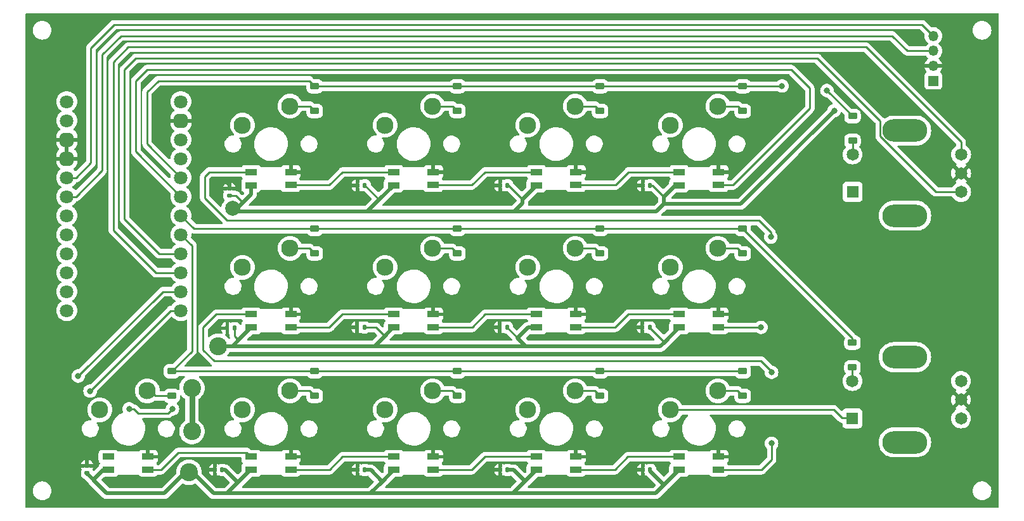
<source format=gbr>
%TF.GenerationSoftware,KiCad,Pcbnew,7.0.2*%
%TF.CreationDate,2023-08-21T12:10:16-07:00*%
%TF.ProjectId,Macropad_Project,4d616372-6f70-4616-945f-50726f6a6563,rev?*%
%TF.SameCoordinates,Original*%
%TF.FileFunction,Copper,L2,Bot*%
%TF.FilePolarity,Positive*%
%FSLAX46Y46*%
G04 Gerber Fmt 4.6, Leading zero omitted, Abs format (unit mm)*
G04 Created by KiCad (PCBNEW 7.0.2) date 2023-08-21 12:10:16*
%MOMM*%
%LPD*%
G01*
G04 APERTURE LIST*
G04 Aperture macros list*
%AMRoundRect*
0 Rectangle with rounded corners*
0 $1 Rounding radius*
0 $2 $3 $4 $5 $6 $7 $8 $9 X,Y pos of 4 corners*
0 Add a 4 corners polygon primitive as box body*
4,1,4,$2,$3,$4,$5,$6,$7,$8,$9,$2,$3,0*
0 Add four circle primitives for the rounded corners*
1,1,$1+$1,$2,$3*
1,1,$1+$1,$4,$5*
1,1,$1+$1,$6,$7*
1,1,$1+$1,$8,$9*
0 Add four rect primitives between the rounded corners*
20,1,$1+$1,$2,$3,$4,$5,0*
20,1,$1+$1,$4,$5,$6,$7,0*
20,1,$1+$1,$6,$7,$8,$9,0*
20,1,$1+$1,$8,$9,$2,$3,0*%
G04 Aperture macros list end*
%TA.AperFunction,ComponentPad*%
%ADD10C,2.300000*%
%TD*%
%TA.AperFunction,ComponentPad*%
%ADD11R,1.650000X1.650000*%
%TD*%
%TA.AperFunction,ComponentPad*%
%ADD12C,1.650000*%
%TD*%
%TA.AperFunction,ComponentPad*%
%ADD13O,6.000000X3.000000*%
%TD*%
%TA.AperFunction,ComponentPad*%
%ADD14C,1.800000*%
%TD*%
%TA.AperFunction,ComponentPad*%
%ADD15RoundRect,0.450000X-0.450000X-0.450000X0.450000X-0.450000X0.450000X0.450000X-0.450000X0.450000X0*%
%TD*%
%TA.AperFunction,SMDPad,CuDef*%
%ADD16R,1.600000X0.850000*%
%TD*%
%TA.AperFunction,SMDPad,CuDef*%
%ADD17RoundRect,0.225000X-0.375000X0.225000X-0.375000X-0.225000X0.375000X-0.225000X0.375000X0.225000X0*%
%TD*%
%TA.AperFunction,SMDPad,CuDef*%
%ADD18RoundRect,0.140000X-0.140000X-0.170000X0.140000X-0.170000X0.140000X0.170000X-0.140000X0.170000X0*%
%TD*%
%TA.AperFunction,ComponentPad*%
%ADD19O,1.350000X1.350000*%
%TD*%
%TA.AperFunction,ComponentPad*%
%ADD20R,1.350000X1.350000*%
%TD*%
%TA.AperFunction,SMDPad,CuDef*%
%ADD21RoundRect,0.140000X-0.170000X0.140000X-0.170000X-0.140000X0.170000X-0.140000X0.170000X0.140000X0*%
%TD*%
%TA.AperFunction,ViaPad*%
%ADD22C,0.800000*%
%TD*%
%TA.AperFunction,ViaPad*%
%ADD23C,2.400000*%
%TD*%
%TA.AperFunction,ViaPad*%
%ADD24C,2.000000*%
%TD*%
%TA.AperFunction,Conductor*%
%ADD25C,0.750000*%
%TD*%
%TA.AperFunction,Conductor*%
%ADD26C,0.250000*%
%TD*%
%TA.AperFunction,Conductor*%
%ADD27C,0.500000*%
%TD*%
G04 APERTURE END LIST*
D10*
%TO.P,MX14,1,1*%
%TO.N,COL4*%
X109840000Y-69510000D03*
%TO.P,MX14,2,2*%
%TO.N,Net-(D14-A)*%
X116190000Y-66970000D03*
%TD*%
%TO.P,MX13,1,1*%
%TO.N,COL3*%
X90790000Y-69510000D03*
%TO.P,MX13,2,2*%
%TO.N,Net-(D13-A)*%
X97140000Y-66970000D03*
%TD*%
%TO.P,MX7,1,1*%
%TO.N,COL2*%
X90790000Y-50460000D03*
%TO.P,MX7,2,2*%
%TO.N,Net-(D7-A)*%
X97140000Y-47920000D03*
%TD*%
%TO.P,MX9,1,1*%
%TO.N,COL4*%
X128890000Y-50460000D03*
%TO.P,MX9,2,2*%
%TO.N,Net-(D9-A)*%
X135240000Y-47920000D03*
%TD*%
%TO.P,MX2,1,1*%
%TO.N,COL2*%
X90790000Y-31430000D03*
%TO.P,MX2,2,2*%
%TO.N,Net-(D2-A)*%
X97140000Y-28890000D03*
%TD*%
D11*
%TO.P,MT10,1*%
%TO.N,COL5*%
X153200000Y-70660000D03*
D12*
%TO.P,MT10,2*%
%TO.N,Net-(D10-A)*%
X153200000Y-65660000D03*
%TO.P,MT10,A,A*%
%TO.N,ENC_2_A*%
X167700000Y-70660000D03*
%TO.P,MT10,B,B*%
%TO.N,ENC_2_B*%
X167700000Y-65660000D03*
%TO.P,MT10,COM,COM*%
%TO.N,GND*%
X167700000Y-68160000D03*
D13*
%TO.P,MT10,S1,SHIELD*%
%TO.N,unconnected-(MT10-SHIELD-PadS1)*%
X160200000Y-73860000D03*
%TO.P,MT10,S2,SHIELD*%
X160200000Y-62460000D03*
%TD*%
D10*
%TO.P,MX11,2,2*%
%TO.N,Net-(D11-A)*%
X59040000Y-66970000D03*
%TO.P,MX11,1,1*%
%TO.N,COL1*%
X52690000Y-69510000D03*
%TD*%
D11*
%TO.P,MT5,1*%
%TO.N,COL5*%
X153210000Y-40360000D03*
D12*
%TO.P,MT5,2*%
%TO.N,Net-(D5-A)*%
X153210000Y-35360000D03*
%TO.P,MT5,A,A*%
%TO.N,ENC_1_A*%
X167710000Y-40360000D03*
%TO.P,MT5,B,B*%
%TO.N,ENC_1_B*%
X167710000Y-35360000D03*
%TO.P,MT5,COM,COM*%
%TO.N,GND*%
X167710000Y-37860000D03*
D13*
%TO.P,MT5,S1,SHIELD*%
%TO.N,unconnected-(MT5-SHIELD-PadS1)*%
X160210000Y-43560000D03*
%TO.P,MT5,S2,SHIELD*%
X160210000Y-32160000D03*
%TD*%
D10*
%TO.P,MX3,1,1*%
%TO.N,COL3*%
X109840000Y-31430000D03*
%TO.P,MX3,2,2*%
%TO.N,Net-(D3-A)*%
X116190000Y-28890000D03*
%TD*%
%TO.P,MX8,1,1*%
%TO.N,COL3*%
X109840000Y-50460000D03*
%TO.P,MX8,2,2*%
%TO.N,Net-(D8-A)*%
X116190000Y-47920000D03*
%TD*%
%TO.P,MX15,1,1*%
%TO.N,COL5*%
X128890000Y-69510000D03*
%TO.P,MX15,2,2*%
%TO.N,Net-(D15-A)*%
X135240000Y-66970000D03*
%TD*%
%TO.P,MX12,1,1*%
%TO.N,COL2*%
X71750000Y-69510000D03*
%TO.P,MX12,2,2*%
%TO.N,Net-(D12-A)*%
X78100000Y-66970000D03*
%TD*%
%TO.P,MX4,1,1*%
%TO.N,COL4*%
X128890000Y-31430000D03*
%TO.P,MX4,2,2*%
%TO.N,Net-(D4-A)*%
X135240000Y-28890000D03*
%TD*%
D14*
%TO.P,U1,1,D3-TX*%
%TO.N,unconnected-(U1-D3-TX-Pad1)*%
X48285000Y-28300000D03*
%TO.P,U1,2,D2-RX*%
%TO.N,unconnected-(U1-D2-RX-Pad2)*%
X48285000Y-30840000D03*
D15*
%TO.P,U1,3,GND*%
%TO.N,GND*%
X48285000Y-33380000D03*
%TO.P,U1,4,GND*%
X48285000Y-35920000D03*
D14*
%TO.P,U1,5,D1*%
%TO.N,SDA*%
X48285000Y-38460000D03*
%TO.P,U1,6,D0*%
%TO.N,SCL*%
X48285000Y-41000000D03*
%TO.P,U1,7,D4*%
%TO.N,unconnected-(U1-D4-Pad7)*%
X48285000Y-43540000D03*
%TO.P,U1,8,C6*%
%TO.N,COL5*%
X48285000Y-46080000D03*
%TO.P,U1,9,D7*%
%TO.N,COL4*%
X48285000Y-48620000D03*
%TO.P,U1,10,E6*%
%TO.N,COL3*%
X48285000Y-51160000D03*
%TO.P,U1,11,B4*%
%TO.N,COL2*%
X48285000Y-53700000D03*
%TO.P,U1,12,B5*%
%TO.N,COL1*%
X48285000Y-56240000D03*
%TO.P,U1,13,B0*%
%TO.N,unconnected-(U1-B0-Pad13)*%
X63525000Y-28300000D03*
D15*
%TO.P,U1,14,GND*%
%TO.N,GND*%
X63525000Y-30840000D03*
D14*
%TO.P,U1,15,RST*%
%TO.N,unconnected-(U1-RST-Pad15)*%
X63525000Y-33380000D03*
%TO.P,U1,16,VCC*%
%TO.N,+5V*%
X63525000Y-35920000D03*
%TO.P,U1,17,F4*%
%TO.N,ROW1*%
X63525000Y-38460000D03*
%TO.P,U1,18,F5*%
%TO.N,Din*%
X63525000Y-41000000D03*
%TO.P,U1,19,F6*%
%TO.N,ROW2*%
X63525000Y-43540000D03*
%TO.P,U1,20,F7*%
%TO.N,ROW3*%
X63525000Y-46080000D03*
%TO.P,U1,21,B1*%
%TO.N,ENC_1_A*%
X63525000Y-48620000D03*
%TO.P,U1,22,B3*%
%TO.N,ENC_1_B*%
X63525000Y-51160000D03*
%TO.P,U1,23,B2*%
%TO.N,ENC_2_A*%
X63525000Y-53700000D03*
%TO.P,U1,24,B6*%
%TO.N,ENC_2_B*%
X63525000Y-56240000D03*
%TD*%
D10*
%TO.P,MX6,2,2*%
%TO.N,Net-(D6-A)*%
X78100000Y-47920000D03*
%TO.P,MX6,1,1*%
%TO.N,COL1*%
X71750000Y-50460000D03*
%TD*%
%TO.P,MX1,1,1*%
%TO.N,COL1*%
X71750000Y-31430000D03*
%TO.P,MX1,2,2*%
%TO.N,Net-(D1-A)*%
X78100000Y-28890000D03*
%TD*%
D16*
%TO.P,RGB3,1,VSS*%
%TO.N,GND*%
X97232500Y-37707500D03*
%TO.P,RGB3,2,DIN*%
%TO.N,Net-(RGB2-DOUT)*%
X97232500Y-39457500D03*
%TO.P,RGB3,3,VDD*%
%TO.N,+5V*%
X91932500Y-39482500D03*
%TO.P,RGB3,4,DOUT*%
%TO.N,Net-(RGB3-DOUT)*%
X91932500Y-37707500D03*
%TD*%
%TO.P,RGB4,1,VSS*%
%TO.N,GND*%
X78192500Y-37707500D03*
%TO.P,RGB4,2,DIN*%
%TO.N,Net-(RGB3-DOUT)*%
X78192500Y-39457500D03*
%TO.P,RGB4,3,VDD*%
%TO.N,+5V*%
X72892500Y-39482500D03*
%TO.P,RGB4,4,DOUT*%
%TO.N,Net-(RGB4-DOUT)*%
X72892500Y-37707500D03*
%TD*%
D17*
%TO.P,D3,1,K*%
%TO.N,ROW1*%
X119500000Y-26250000D03*
%TO.P,D3,2,A*%
%TO.N,Net-(D3-A)*%
X119500000Y-29550000D03*
%TD*%
%TO.P,D7,1,K*%
%TO.N,ROW2*%
X100450000Y-45302500D03*
%TO.P,D7,2,A*%
%TO.N,Net-(D7-A)*%
X100450000Y-48602500D03*
%TD*%
%TO.P,D13,1,K*%
%TO.N,ROW3*%
X100450000Y-64352500D03*
%TO.P,D13,2,A*%
%TO.N,Net-(D13-A)*%
X100450000Y-67652500D03*
%TD*%
D18*
%TO.P,C10,1*%
%TO.N,GND*%
X106170000Y-77562500D03*
%TO.P,C10,2*%
%TO.N,+5V*%
X107130000Y-77562500D03*
%TD*%
D17*
%TO.P,D2,1,K*%
%TO.N,ROW1*%
X100450000Y-26250000D03*
%TO.P,D2,2,A*%
%TO.N,Net-(D2-A)*%
X100450000Y-29550000D03*
%TD*%
D16*
%TO.P,RGB6,1,VSS*%
%TO.N,GND*%
X116282500Y-56737500D03*
%TO.P,RGB6,2,DIN*%
%TO.N,Net-(RGB5-DOUT)*%
X116282500Y-58487500D03*
%TO.P,RGB6,3,VDD*%
%TO.N,+5V*%
X110982500Y-58512500D03*
%TO.P,RGB6,4,DOUT*%
%TO.N,Net-(RGB6-DOUT)*%
X110982500Y-56737500D03*
%TD*%
D17*
%TO.P,D9,1,K*%
%TO.N,ROW2*%
X138550000Y-45302500D03*
%TO.P,D9,2,A*%
%TO.N,Net-(D9-A)*%
X138550000Y-48602500D03*
%TD*%
D16*
%TO.P,RGB9,1,VSS*%
%TO.N,GND*%
X135332500Y-75787500D03*
%TO.P,RGB9,2,DIN*%
%TO.N,Net-(RGB8-DOUT)*%
X135332500Y-77537500D03*
%TO.P,RGB9,3,VDD*%
%TO.N,+5V*%
X130032500Y-77562500D03*
%TO.P,RGB9,4,DOUT*%
%TO.N,Net-(RGB10-DIN)*%
X130032500Y-75787500D03*
%TD*%
D17*
%TO.P,D5,1,K*%
%TO.N,ROW1*%
X153210000Y-30232500D03*
%TO.P,D5,2,A*%
%TO.N,Net-(D5-A)*%
X153210000Y-33532500D03*
%TD*%
D16*
%TO.P,RGB11,1,VSS*%
%TO.N,GND*%
X97232500Y-75787500D03*
%TO.P,RGB11,2,DIN*%
%TO.N,Net-(RGB10-DOUT)*%
X97232500Y-77537500D03*
%TO.P,RGB11,3,VDD*%
%TO.N,+5V*%
X91932500Y-77562500D03*
%TO.P,RGB11,4,DOUT*%
%TO.N,Net-(RGB11-DOUT)*%
X91932500Y-75787500D03*
%TD*%
%TO.P,RGB10,1,VSS*%
%TO.N,GND*%
X116282500Y-75787500D03*
%TO.P,RGB10,2,DIN*%
%TO.N,Net-(RGB10-DIN)*%
X116282500Y-77537500D03*
%TO.P,RGB10,3,VDD*%
%TO.N,+5V*%
X110982500Y-77562500D03*
%TO.P,RGB10,4,DOUT*%
%TO.N,Net-(RGB10-DOUT)*%
X110982500Y-75787500D03*
%TD*%
%TO.P,RGB5,1,VSS*%
%TO.N,GND*%
X135332500Y-56737500D03*
%TO.P,RGB5,2,DIN*%
%TO.N,Net-(RGB4-DOUT)*%
X135332500Y-58487500D03*
%TO.P,RGB5,3,VDD*%
%TO.N,+5V*%
X130032500Y-58512500D03*
%TO.P,RGB5,4,DOUT*%
%TO.N,Net-(RGB5-DOUT)*%
X130032500Y-56737500D03*
%TD*%
D17*
%TO.P,D1,1,K*%
%TO.N,ROW1*%
X81400000Y-26250000D03*
%TO.P,D1,2,A*%
%TO.N,Net-(D1-A)*%
X81400000Y-29550000D03*
%TD*%
%TO.P,D15,1,K*%
%TO.N,ROW3*%
X138550000Y-64352500D03*
%TO.P,D15,2,A*%
%TO.N,Net-(D15-A)*%
X138550000Y-67652500D03*
%TD*%
D16*
%TO.P,RGB13,1,VSS*%
%TO.N,GND*%
X59132500Y-75787500D03*
%TO.P,RGB13,2,DIN*%
%TO.N,Net-(RGB12-DOUT)*%
X59132500Y-77537500D03*
%TO.P,RGB13,3,VDD*%
%TO.N,+5V*%
X53832500Y-77562500D03*
%TO.P,RGB13,4,DOUT*%
%TO.N,unconnected-(RGB13-DOUT-Pad4)*%
X53832500Y-75787500D03*
%TD*%
D18*
%TO.P,C9,1*%
%TO.N,GND*%
X125220000Y-77562500D03*
%TO.P,C9,2*%
%TO.N,+5V*%
X126180000Y-77562500D03*
%TD*%
%TO.P,C5,1*%
%TO.N,GND*%
X69720000Y-58600000D03*
%TO.P,C5,2*%
%TO.N,+5V*%
X70680000Y-58600000D03*
%TD*%
%TO.P,C1,1*%
%TO.N,GND*%
X125220000Y-39482500D03*
%TO.P,C1,2*%
%TO.N,+5V*%
X126180000Y-39482500D03*
%TD*%
D16*
%TO.P,RGB12,1,VSS*%
%TO.N,GND*%
X78192500Y-75787500D03*
%TO.P,RGB12,2,DIN*%
%TO.N,Net-(RGB11-DOUT)*%
X78192500Y-77537500D03*
%TO.P,RGB12,3,VDD*%
%TO.N,+5V*%
X72892500Y-77562500D03*
%TO.P,RGB12,4,DOUT*%
%TO.N,Net-(RGB12-DOUT)*%
X72892500Y-75787500D03*
%TD*%
D19*
%TO.P,J1,4,Pin_4*%
%TO.N,SDA*%
X164000000Y-19500000D03*
%TO.P,J1,3,Pin_3*%
%TO.N,SCL*%
X164000000Y-21500000D03*
%TO.P,J1,2,Pin_2*%
%TO.N,GND*%
X164000000Y-23500000D03*
D20*
%TO.P,J1,1,Pin_1*%
%TO.N,+5V*%
X164000000Y-25500000D03*
%TD*%
D18*
%TO.P,C7,1*%
%TO.N,GND*%
X106120000Y-58487500D03*
%TO.P,C7,2*%
%TO.N,+5V*%
X107080000Y-58487500D03*
%TD*%
D17*
%TO.P,D6,1,K*%
%TO.N,ROW2*%
X81400000Y-45302500D03*
%TO.P,D6,2,A*%
%TO.N,Net-(D6-A)*%
X81400000Y-48602500D03*
%TD*%
%TO.P,D4,1,K*%
%TO.N,ROW1*%
X138550000Y-26250000D03*
%TO.P,D4,2,A*%
%TO.N,Net-(D4-A)*%
X138550000Y-29550000D03*
%TD*%
%TO.P,D8,1,K*%
%TO.N,ROW2*%
X119500000Y-45302500D03*
%TO.P,D8,2,A*%
%TO.N,Net-(D8-A)*%
X119500000Y-48602500D03*
%TD*%
D18*
%TO.P,C2,1*%
%TO.N,GND*%
X106170000Y-39482500D03*
%TO.P,C2,2*%
%TO.N,+5V*%
X107130000Y-39482500D03*
%TD*%
%TO.P,C8,1*%
%TO.N,GND*%
X125160000Y-58487500D03*
%TO.P,C8,2*%
%TO.N,+5V*%
X126120000Y-58487500D03*
%TD*%
D17*
%TO.P,D10,1,K*%
%TO.N,ROW2*%
X153200000Y-60532500D03*
%TO.P,D10,2,A*%
%TO.N,Net-(D10-A)*%
X153200000Y-63832500D03*
%TD*%
%TO.P,D14,1,K*%
%TO.N,ROW3*%
X119500000Y-64352500D03*
%TO.P,D14,2,A*%
%TO.N,Net-(D14-A)*%
X119500000Y-67652500D03*
%TD*%
D18*
%TO.P,C12,1*%
%TO.N,GND*%
X68080000Y-77562500D03*
%TO.P,C12,2*%
%TO.N,+5V*%
X69040000Y-77562500D03*
%TD*%
D17*
%TO.P,D12,1,K*%
%TO.N,ROW3*%
X81400000Y-64352500D03*
%TO.P,D12,2,A*%
%TO.N,Net-(D12-A)*%
X81400000Y-67652500D03*
%TD*%
%TO.P,D11,1,K*%
%TO.N,ROW3*%
X62300000Y-64352500D03*
%TO.P,D11,2,A*%
%TO.N,Net-(D11-A)*%
X62300000Y-67652500D03*
%TD*%
D16*
%TO.P,RGB1,1,VSS*%
%TO.N,GND*%
X135332500Y-37707500D03*
%TO.P,RGB1,2,DIN*%
%TO.N,Din*%
X135332500Y-39457500D03*
%TO.P,RGB1,3,VDD*%
%TO.N,+5V*%
X130032500Y-39482500D03*
%TO.P,RGB1,4,DOUT*%
%TO.N,Net-(RGB1-DOUT)*%
X130032500Y-37707500D03*
%TD*%
D21*
%TO.P,C4,1*%
%TO.N,GND*%
X70000000Y-39920000D03*
%TO.P,C4,2*%
%TO.N,+5V*%
X70000000Y-40880000D03*
%TD*%
D18*
%TO.P,C3,1*%
%TO.N,GND*%
X87120000Y-39482500D03*
%TO.P,C3,2*%
%TO.N,+5V*%
X88080000Y-39482500D03*
%TD*%
D16*
%TO.P,RGB2,1,VSS*%
%TO.N,GND*%
X116282500Y-37707500D03*
%TO.P,RGB2,2,DIN*%
%TO.N,Net-(RGB1-DOUT)*%
X116282500Y-39457500D03*
%TO.P,RGB2,3,VDD*%
%TO.N,+5V*%
X110982500Y-39482500D03*
%TO.P,RGB2,4,DOUT*%
%TO.N,Net-(RGB2-DOUT)*%
X110982500Y-37707500D03*
%TD*%
D18*
%TO.P,C11,1*%
%TO.N,GND*%
X87120000Y-77562500D03*
%TO.P,C11,2*%
%TO.N,+5V*%
X88080000Y-77562500D03*
%TD*%
D16*
%TO.P,RGB8,1,VSS*%
%TO.N,GND*%
X78192500Y-56737500D03*
%TO.P,RGB8,2,DIN*%
%TO.N,Net-(RGB7-DOUT)*%
X78192500Y-58487500D03*
%TO.P,RGB8,3,VDD*%
%TO.N,+5V*%
X72892500Y-58512500D03*
%TO.P,RGB8,4,DOUT*%
%TO.N,Net-(RGB8-DOUT)*%
X72892500Y-56737500D03*
%TD*%
D18*
%TO.P,C6,1*%
%TO.N,GND*%
X87070000Y-58487500D03*
%TO.P,C6,2*%
%TO.N,+5V*%
X88030000Y-58487500D03*
%TD*%
D16*
%TO.P,RGB7,1,VSS*%
%TO.N,GND*%
X97232500Y-56737500D03*
%TO.P,RGB7,2,DIN*%
%TO.N,Net-(RGB6-DOUT)*%
X97232500Y-58487500D03*
%TO.P,RGB7,3,VDD*%
%TO.N,+5V*%
X91932500Y-58512500D03*
%TO.P,RGB7,4,DOUT*%
%TO.N,Net-(RGB7-DOUT)*%
X91932500Y-56737500D03*
%TD*%
D21*
%TO.P,C13,1*%
%TO.N,GND*%
X51000000Y-77020000D03*
%TO.P,C13,2*%
%TO.N,+5V*%
X51000000Y-77980000D03*
%TD*%
D22*
%TO.N,GND*%
X161200000Y-19600000D03*
%TO.N,Net-(RGB8-DOUT)*%
X142400000Y-64500000D03*
%TO.N,COL1*%
X56600000Y-69400000D03*
%TO.N,Net-(RGB8-DOUT)*%
X142400000Y-74000000D03*
%TO.N,ENC_2_A*%
X49800000Y-65000000D03*
%TO.N,ENC_2_B*%
X51400000Y-67000000D03*
%TO.N,Net-(RGB4-DOUT)*%
X140987500Y-58487500D03*
X142300000Y-46400000D03*
%TO.N,GND*%
X51000000Y-75500000D03*
X66800000Y-77600000D03*
X85200000Y-77600000D03*
X104200000Y-77600000D03*
X123400000Y-77600000D03*
X123400000Y-58487500D03*
X104400000Y-58487500D03*
X85600000Y-58487500D03*
X68200000Y-58600000D03*
X68200000Y-39200000D03*
X85800000Y-39400000D03*
X123600000Y-39400000D03*
X104800000Y-39400000D03*
%TO.N,COL1*%
X62400000Y-69400000D03*
D23*
%TO.N,+5V*%
X65000000Y-72400000D03*
X65000000Y-66600000D03*
D24*
X70425500Y-42600000D03*
D22*
%TO.N,ROW1*%
X149788750Y-26811250D03*
X143800000Y-26200000D03*
D23*
%TO.N,+5V*%
X64600000Y-77875500D03*
X68500000Y-61000000D03*
D22*
X150750000Y-29500000D03*
%TD*%
D25*
%TO.N,+5V*%
X65000000Y-66600000D02*
X65000000Y-72400000D01*
D26*
%TO.N,ROW1*%
X143750000Y-26250000D02*
X143800000Y-26200000D01*
X138550000Y-26250000D02*
X143750000Y-26250000D01*
X153210000Y-30232500D02*
X149788750Y-26811250D01*
D27*
%TO.N,+5V*%
X138250000Y-42000000D02*
X150750000Y-29500000D01*
X128000000Y-42000000D02*
X138250000Y-42000000D01*
D26*
%TO.N,GND*%
X69600000Y-39200000D02*
X70000000Y-39600000D01*
X70000000Y-39600000D02*
X70000000Y-39920000D01*
X68200000Y-39200000D02*
X69600000Y-39200000D01*
X68200000Y-58600000D02*
X69720000Y-58600000D01*
%TO.N,SCL*%
X49500000Y-41000000D02*
X48285000Y-41000000D01*
X53000000Y-37500000D02*
X49500000Y-41000000D01*
X160500000Y-21500000D02*
X158500000Y-19500000D01*
X158500000Y-19500000D02*
X55500000Y-19500000D01*
X164000000Y-21500000D02*
X160500000Y-21500000D01*
X55500000Y-19500000D02*
X53000000Y-22000000D01*
X53000000Y-22000000D02*
X53000000Y-37500000D01*
%TO.N,Net-(RGB12-DOUT)*%
X60862500Y-77537500D02*
X59132500Y-77537500D01*
X63200000Y-75200000D02*
X60862500Y-77537500D01*
X72305000Y-75200000D02*
X63200000Y-75200000D01*
X72892500Y-75787500D02*
X72305000Y-75200000D01*
D27*
%TO.N,+5V*%
X61300000Y-80700000D02*
X64124500Y-77875500D01*
X64124500Y-77875500D02*
X64600000Y-77875500D01*
X65075500Y-77875500D02*
X64600000Y-77875500D01*
X67900000Y-80700000D02*
X65075500Y-77875500D01*
D26*
%TO.N,COL1*%
X57800131Y-70000000D02*
X57200131Y-69400000D01*
X61800000Y-70000000D02*
X57800131Y-70000000D01*
X57200131Y-69400000D02*
X56600000Y-69400000D01*
X62400000Y-69400000D02*
X61800000Y-70000000D01*
D27*
%TO.N,+5V*%
X53600000Y-80700000D02*
X51800000Y-78900000D01*
X67900000Y-80700000D02*
X69700000Y-80700000D01*
X61300000Y-80700000D02*
X53600000Y-80700000D01*
D26*
%TO.N,SDA*%
X49540000Y-38460000D02*
X48285000Y-38460000D01*
X51500000Y-21100000D02*
X51500000Y-36500000D01*
X162500000Y-18000000D02*
X54600000Y-18000000D01*
X54600000Y-18000000D02*
X51500000Y-21100000D01*
X164000000Y-19500000D02*
X162500000Y-18000000D01*
X51500000Y-36500000D02*
X49540000Y-38460000D01*
%TO.N,COL5*%
X150710000Y-69510000D02*
X151800000Y-70600000D01*
X128890000Y-69510000D02*
X150710000Y-69510000D01*
X153140000Y-70600000D02*
X151800000Y-70600000D01*
X153200000Y-70660000D02*
X153140000Y-70600000D01*
%TO.N,Net-(RGB8-DOUT)*%
X141000000Y-63000000D02*
X142400000Y-64400000D01*
X142400000Y-76200000D02*
X142400000Y-74000000D01*
X141062500Y-77537500D02*
X142400000Y-76200000D01*
X141062500Y-77537500D02*
X135332500Y-77537500D01*
%TO.N,ENC_2_A*%
X61100000Y-53700000D02*
X63525000Y-53700000D01*
X49800000Y-65000000D02*
X61100000Y-53700000D01*
%TO.N,ENC_2_B*%
X62160000Y-56240000D02*
X63525000Y-56240000D01*
X51400000Y-67000000D02*
X62160000Y-56240000D01*
%TO.N,GND*%
X51000000Y-75500000D02*
X51000000Y-77020000D01*
D27*
%TO.N,+5V*%
X51000000Y-78000000D02*
X51000000Y-77980000D01*
X51800000Y-78800000D02*
X51000000Y-78000000D01*
D26*
%TO.N,Net-(D11-A)*%
X60152500Y-67652500D02*
X62300000Y-67652500D01*
X59470000Y-66970000D02*
X60152500Y-67652500D01*
X59040000Y-66970000D02*
X59470000Y-66970000D01*
%TO.N,ENC_1_A*%
X164329060Y-40360000D02*
X167710000Y-40360000D01*
X156885000Y-30885000D02*
X156885000Y-32915940D01*
X57500000Y-22500000D02*
X148500000Y-22500000D01*
X156885000Y-32915940D02*
X164329060Y-40360000D01*
X56000000Y-44000000D02*
X56000000Y-24000000D01*
X148500000Y-22500000D02*
X156885000Y-30885000D01*
X56000000Y-24000000D02*
X57500000Y-22500000D01*
X60620000Y-48620000D02*
X56000000Y-44000000D01*
X63525000Y-48620000D02*
X60620000Y-48620000D01*
%TO.N,ENC_1_B*%
X155000000Y-21000000D02*
X167710000Y-33710000D01*
X56500000Y-21000000D02*
X155000000Y-21000000D01*
X167710000Y-33710000D02*
X167710000Y-35360000D01*
X60160000Y-51160000D02*
X54500000Y-45500000D01*
X54500000Y-45500000D02*
X54500000Y-23000000D01*
X63525000Y-51160000D02*
X60160000Y-51160000D01*
X54500000Y-23000000D02*
X56500000Y-21000000D01*
%TO.N,ROW3*%
X65000000Y-61652500D02*
X62300000Y-64352500D01*
X65000000Y-47555000D02*
X65000000Y-61652500D01*
X63525000Y-46080000D02*
X65000000Y-47555000D01*
%TO.N,Net-(RGB8-DOUT)*%
X66500000Y-58475000D02*
X66500000Y-61500000D01*
X68237500Y-56737500D02*
X66500000Y-58475000D01*
X72892500Y-56737500D02*
X68237500Y-56737500D01*
X66500000Y-61500000D02*
X68000000Y-63000000D01*
X68000000Y-63000000D02*
X141000000Y-63000000D01*
D27*
%TO.N,+5V*%
X70400000Y-61000000D02*
X68500000Y-61000000D01*
D26*
%TO.N,Net-(RGB4-DOUT)*%
X140987500Y-58487500D02*
X135332500Y-58487500D01*
%TO.N,ROW2*%
X153200000Y-59952500D02*
X138550000Y-45302500D01*
X153200000Y-60532500D02*
X153200000Y-59952500D01*
%TO.N,Net-(RGB4-DOUT)*%
X142300000Y-45800000D02*
X142300000Y-46400000D01*
%TO.N,GND*%
X123400000Y-77600000D02*
X125182500Y-77600000D01*
X125182500Y-77600000D02*
X125220000Y-77562500D01*
X106132500Y-77600000D02*
X106170000Y-77562500D01*
X104200000Y-77600000D02*
X106132500Y-77600000D01*
X85237500Y-77562500D02*
X85200000Y-77600000D01*
X87120000Y-77562500D02*
X85237500Y-77562500D01*
X68080000Y-77562500D02*
X66837500Y-77562500D01*
X66837500Y-77562500D02*
X66800000Y-77600000D01*
%TO.N,+5V*%
X126482500Y-39482500D02*
X128000000Y-41000000D01*
X126180000Y-39482500D02*
X126482500Y-39482500D01*
%TO.N,GND*%
X87070000Y-58487500D02*
X85600000Y-58487500D01*
X125160000Y-58487500D02*
X123400000Y-58487500D01*
X106120000Y-58487500D02*
X104400000Y-58487500D01*
D27*
%TO.N,+5V*%
X71800000Y-41800000D02*
X71000000Y-42600000D01*
X70825500Y-43000000D02*
X88300000Y-43000000D01*
X70425500Y-42600000D02*
X70825500Y-43000000D01*
X71000000Y-42600000D02*
X70425500Y-42600000D01*
D26*
X70680000Y-58600000D02*
X70680000Y-59680000D01*
X70680000Y-59680000D02*
X71200000Y-60200000D01*
D27*
%TO.N,GND*%
X85882500Y-39482500D02*
X85800000Y-39400000D01*
D26*
X87120000Y-39482500D02*
X85882500Y-39482500D01*
%TO.N,+5V*%
X71800000Y-41800000D02*
X70880000Y-40880000D01*
X70880000Y-40880000D02*
X70000000Y-40880000D01*
%TO.N,GND*%
X123682500Y-39482500D02*
X123600000Y-39400000D01*
X125220000Y-39482500D02*
X123682500Y-39482500D01*
X106170000Y-39482500D02*
X104882500Y-39482500D01*
X104882500Y-39482500D02*
X104800000Y-39400000D01*
%TO.N,Net-(D1-A)*%
X80740000Y-28890000D02*
X81400000Y-29550000D01*
X78100000Y-28890000D02*
X80740000Y-28890000D01*
%TO.N,ROW1*%
X59000000Y-27000000D02*
X59000000Y-33935000D01*
X60500000Y-25500000D02*
X59000000Y-27000000D01*
X80650000Y-25500000D02*
X60500000Y-25500000D01*
X59000000Y-33935000D02*
X63525000Y-38460000D01*
X81400000Y-26250000D02*
X80650000Y-25500000D01*
%TO.N,Din*%
X59000000Y-24000000D02*
X57500000Y-25500000D01*
X145000000Y-24000000D02*
X59000000Y-24000000D01*
X57500000Y-25500000D02*
X57500000Y-34975000D01*
X147500000Y-29200000D02*
X147500000Y-26500000D01*
X137242500Y-39457500D02*
X147500000Y-29200000D01*
X57500000Y-34975000D02*
X63525000Y-41000000D01*
X135332500Y-39457500D02*
X137242500Y-39457500D01*
X147500000Y-26500000D02*
X145000000Y-24000000D01*
%TO.N,Net-(RGB4-DOUT)*%
X140700000Y-44200000D02*
X142300000Y-45800000D01*
X66700000Y-41200000D02*
X69700000Y-44200000D01*
X66700000Y-38300000D02*
X66700000Y-41200000D01*
X67292500Y-37707500D02*
X66700000Y-38300000D01*
X69700000Y-44200000D02*
X140700000Y-44200000D01*
X72892500Y-37707500D02*
X67292500Y-37707500D01*
D27*
%TO.N,+5V*%
X128072500Y-60472500D02*
X127545000Y-61000000D01*
X127545000Y-61000000D02*
X109500000Y-61000000D01*
X70400000Y-61000000D02*
X89400000Y-61000000D01*
X126895000Y-80700000D02*
X128047500Y-79547500D01*
X107600000Y-80700000D02*
X126895000Y-80700000D01*
D26*
X109500000Y-61000000D02*
X109800000Y-61000000D01*
D27*
X108000000Y-43000000D02*
X127000000Y-43000000D01*
D26*
X91932500Y-58512500D02*
X91887500Y-58512500D01*
D27*
X90007500Y-41407500D02*
X88415000Y-43000000D01*
D26*
X88415000Y-43000000D02*
X88300000Y-43000000D01*
D27*
X128000000Y-41000000D02*
X129517500Y-39482500D01*
X91887500Y-58512500D02*
X90750000Y-59650000D01*
X107962500Y-77562500D02*
X109472500Y-79072500D01*
X109132500Y-41332500D02*
X109132500Y-41867500D01*
X69462500Y-77562500D02*
X71150000Y-79250000D01*
X71200000Y-60200000D02*
X70400000Y-61000000D01*
X72892500Y-40707500D02*
X71800000Y-41800000D01*
X128000000Y-42000000D02*
X128000000Y-41000000D01*
D26*
X107130000Y-39482500D02*
X107282500Y-39482500D01*
D27*
X109887500Y-58512500D02*
X108496250Y-59903750D01*
X110982500Y-39482500D02*
X109132500Y-41332500D01*
D26*
X90005000Y-41407500D02*
X90007500Y-41407500D01*
X109132500Y-41900000D02*
X109100000Y-41900000D01*
D27*
X51800000Y-78900000D02*
X53137500Y-77562500D01*
D26*
X53137500Y-77562500D02*
X53832500Y-77562500D01*
X72892500Y-58512500D02*
X72887500Y-58512500D01*
D27*
X72892500Y-39482500D02*
X72892500Y-40707500D01*
X109100000Y-41900000D02*
X108000000Y-43000000D01*
X110982500Y-58512500D02*
X109887500Y-58512500D01*
D26*
X126180000Y-77562500D02*
X126180000Y-77680000D01*
D27*
X108496250Y-59903750D02*
X109592500Y-61000000D01*
X88862500Y-77562500D02*
X90397500Y-79097500D01*
X69700000Y-80700000D02*
X88000000Y-80700000D01*
D26*
X88080000Y-39482500D02*
X90005000Y-41407500D01*
D27*
X89400000Y-61000000D02*
X109500000Y-61000000D01*
X72837500Y-77562500D02*
X71150000Y-79250000D01*
X90750000Y-59650000D02*
X89400000Y-61000000D01*
D26*
X107845000Y-80700000D02*
X107600000Y-80700000D01*
X109132500Y-41867500D02*
X109100000Y-41900000D01*
D27*
X91932500Y-77562500D02*
X90397500Y-79097500D01*
X107130000Y-77562500D02*
X107962500Y-77562500D01*
X88300000Y-43000000D02*
X108000000Y-43000000D01*
X127000000Y-43000000D02*
X128000000Y-42000000D01*
X88080000Y-77562500D02*
X88862500Y-77562500D01*
X72887500Y-58512500D02*
X71200000Y-60200000D01*
D26*
X107080000Y-58487500D02*
X108496250Y-59903750D01*
X129517500Y-39482500D02*
X130032500Y-39482500D01*
D27*
X128047500Y-79547500D02*
X130032500Y-77562500D01*
X69040000Y-77562500D02*
X69462500Y-77562500D01*
D26*
X89587500Y-58487500D02*
X90750000Y-59650000D01*
X72892500Y-77562500D02*
X72837500Y-77562500D01*
X88795000Y-80700000D02*
X88000000Y-80700000D01*
D27*
X71150000Y-79250000D02*
X69700000Y-80700000D01*
D26*
X126120000Y-58487500D02*
X126120000Y-58520000D01*
D27*
X88000000Y-80700000D02*
X107600000Y-80700000D01*
X126180000Y-77680000D02*
X128047500Y-79547500D01*
D26*
X107282500Y-39482500D02*
X109132500Y-41332500D01*
X109592500Y-61000000D02*
X109800000Y-61000000D01*
D27*
X128072500Y-60472500D02*
X130032500Y-58512500D01*
D26*
X126120000Y-58520000D02*
X128072500Y-60472500D01*
D27*
X109472500Y-79072500D02*
X107845000Y-80700000D01*
D26*
X88030000Y-58487500D02*
X89587500Y-58487500D01*
D27*
X90397500Y-79097500D02*
X88795000Y-80700000D01*
D26*
X51800000Y-78900000D02*
X51800000Y-78800000D01*
D27*
X110982500Y-77562500D02*
X109472500Y-79072500D01*
X91932500Y-39482500D02*
X90007500Y-41407500D01*
D26*
%TO.N,ROW1*%
X119500000Y-26250000D02*
X119600000Y-26250000D01*
X100500000Y-26250000D02*
X138550000Y-26250000D01*
X81400000Y-26250000D02*
X100500000Y-26250000D01*
X100450000Y-26250000D02*
X100500000Y-26250000D01*
%TO.N,Net-(D2-A)*%
X97140000Y-28890000D02*
X99790000Y-28890000D01*
X99790000Y-28890000D02*
X100450000Y-29550000D01*
%TO.N,Net-(D3-A)*%
X116190000Y-28890000D02*
X118840000Y-28890000D01*
X118840000Y-28890000D02*
X119500000Y-29550000D01*
%TO.N,Net-(D4-A)*%
X135240000Y-28890000D02*
X137890000Y-28890000D01*
X137890000Y-28890000D02*
X138550000Y-29550000D01*
%TO.N,Net-(D5-A)*%
X153210000Y-35360000D02*
X153210000Y-33532500D01*
%TO.N,ROW2*%
X81400000Y-45302500D02*
X65287500Y-45302500D01*
X65287500Y-45302500D02*
X63525000Y-43540000D01*
X81400000Y-45302500D02*
X138550000Y-45302500D01*
%TO.N,Net-(D6-A)*%
X78100000Y-47920000D02*
X80717500Y-47920000D01*
X80717500Y-47920000D02*
X81400000Y-48602500D01*
%TO.N,Net-(D7-A)*%
X99767500Y-47920000D02*
X100450000Y-48602500D01*
X97140000Y-47920000D02*
X99767500Y-47920000D01*
%TO.N,Net-(D8-A)*%
X118817500Y-47920000D02*
X119500000Y-48602500D01*
X116190000Y-47920000D02*
X118817500Y-47920000D01*
%TO.N,Net-(D9-A)*%
X135240000Y-47920000D02*
X137867500Y-47920000D01*
X137867500Y-47920000D02*
X138550000Y-48602500D01*
%TO.N,ROW3*%
X138550000Y-64352500D02*
X62300000Y-64352500D01*
%TO.N,Net-(D12-A)*%
X80717500Y-66970000D02*
X81400000Y-67652500D01*
X78100000Y-66970000D02*
X80717500Y-66970000D01*
%TO.N,Net-(D13-A)*%
X99767500Y-66970000D02*
X100450000Y-67652500D01*
X97140000Y-66970000D02*
X99767500Y-66970000D01*
%TO.N,Net-(D14-A)*%
X116190000Y-66970000D02*
X118817500Y-66970000D01*
X118817500Y-66970000D02*
X119500000Y-67652500D01*
%TO.N,Net-(D15-A)*%
X137867500Y-66970000D02*
X138550000Y-67652500D01*
X135240000Y-66970000D02*
X137867500Y-66970000D01*
%TO.N,Net-(RGB1-DOUT)*%
X130032500Y-37707500D02*
X123292500Y-37707500D01*
X123292500Y-37707500D02*
X121542500Y-39457500D01*
X121542500Y-39457500D02*
X116282500Y-39457500D01*
%TO.N,Net-(RGB2-DOUT)*%
X104100000Y-37700000D02*
X102342500Y-39457500D01*
X104107500Y-37707500D02*
X104100000Y-37700000D01*
X102342500Y-39457500D02*
X97232500Y-39457500D01*
X110982500Y-37707500D02*
X104107500Y-37707500D01*
%TO.N,Net-(RGB3-DOUT)*%
X91932500Y-37707500D02*
X85107500Y-37707500D01*
X85107500Y-37707500D02*
X85100000Y-37700000D01*
X83342500Y-39457500D02*
X78192500Y-39457500D01*
X85100000Y-37700000D02*
X83342500Y-39457500D01*
%TO.N,Net-(RGB5-DOUT)*%
X130032500Y-56737500D02*
X123262500Y-56737500D01*
X123262500Y-56737500D02*
X121512500Y-58487500D01*
X121512500Y-58487500D02*
X116282500Y-58487500D01*
%TO.N,Net-(RGB6-DOUT)*%
X102412500Y-58487500D02*
X97232500Y-58487500D01*
X104162500Y-56737500D02*
X102412500Y-58487500D01*
X110982500Y-56737500D02*
X104162500Y-56737500D01*
%TO.N,Net-(RGB7-DOUT)*%
X83312500Y-58487500D02*
X78192500Y-58487500D01*
X85062500Y-56737500D02*
X83312500Y-58487500D01*
X91932500Y-56737500D02*
X85062500Y-56737500D01*
%TO.N,Net-(RGB10-DIN)*%
X123212500Y-75787500D02*
X121462500Y-77537500D01*
X130032500Y-75787500D02*
X123212500Y-75787500D01*
X121462500Y-77537500D02*
X116282500Y-77537500D01*
%TO.N,Net-(RGB10-DOUT)*%
X104112500Y-75787500D02*
X102362500Y-77537500D01*
X110982500Y-75787500D02*
X104112500Y-75787500D01*
X102362500Y-77537500D02*
X97232500Y-77537500D01*
%TO.N,Net-(RGB11-DOUT)*%
X83362500Y-77537500D02*
X78192500Y-77537500D01*
X91932500Y-75787500D02*
X85112500Y-75787500D01*
X85112500Y-75787500D02*
X83362500Y-77537500D01*
%TO.N,Net-(D10-A)*%
X153200000Y-65660000D02*
X153200000Y-63832500D01*
%TD*%
%TA.AperFunction,Conductor*%
%TO.N,GND*%
G36*
X55548261Y-18633782D02*
G01*
X55570136Y-18625767D01*
X55578271Y-18625500D01*
X158475235Y-18625500D01*
X158513524Y-18636743D01*
X158536777Y-18626523D01*
X158552670Y-18625500D01*
X162189548Y-18625500D01*
X162256587Y-18645185D01*
X162277229Y-18661819D01*
X162803400Y-19187990D01*
X162836885Y-19249313D01*
X162839190Y-19287112D01*
X162819464Y-19499999D01*
X162839564Y-19716925D01*
X162899181Y-19926457D01*
X162996287Y-20121471D01*
X163127573Y-20295323D01*
X163251572Y-20408363D01*
X163287854Y-20468074D01*
X163286093Y-20537922D01*
X163251572Y-20591637D01*
X163127575Y-20704675D01*
X163127572Y-20704678D01*
X163127573Y-20704678D01*
X163036538Y-20825227D01*
X162980432Y-20866862D01*
X162937586Y-20874500D01*
X160810453Y-20874500D01*
X160743414Y-20854815D01*
X160722772Y-20838181D01*
X159000802Y-19116211D01*
X158987906Y-19100113D01*
X158936775Y-19052098D01*
X158933978Y-19049387D01*
X158917227Y-19032636D01*
X158914471Y-19029880D01*
X158911290Y-19027412D01*
X158902422Y-19019837D01*
X158870582Y-18989938D01*
X158853024Y-18980285D01*
X158836764Y-18969604D01*
X158820936Y-18957327D01*
X158780851Y-18939980D01*
X158770361Y-18934841D01*
X158732091Y-18913802D01*
X158712691Y-18908821D01*
X158694284Y-18902519D01*
X158675897Y-18894562D01*
X158632758Y-18887729D01*
X158621324Y-18885361D01*
X158579019Y-18874500D01*
X158558984Y-18874500D01*
X158539587Y-18872973D01*
X158533273Y-18871973D01*
X158516846Y-18864186D01*
X158510170Y-18868477D01*
X158486904Y-18872950D01*
X158476325Y-18873950D01*
X158464656Y-18874500D01*
X55582744Y-18874500D01*
X55555690Y-18871513D01*
X55551217Y-18870513D01*
X55549208Y-18869401D01*
X55523949Y-18873438D01*
X55507688Y-18873950D01*
X55492127Y-18874439D01*
X55488232Y-18874500D01*
X55460650Y-18874500D01*
X55456805Y-18874985D01*
X55456780Y-18874987D01*
X55456653Y-18875004D01*
X55445033Y-18875918D01*
X55401369Y-18877290D01*
X55382129Y-18882880D01*
X55363081Y-18886825D01*
X55343209Y-18889335D01*
X55302599Y-18905413D01*
X55291554Y-18909194D01*
X55249610Y-18921381D01*
X55232365Y-18931579D01*
X55214904Y-18940133D01*
X55196267Y-18947512D01*
X55160931Y-18973185D01*
X55151174Y-18979595D01*
X55113580Y-19001829D01*
X55099413Y-19015996D01*
X55084624Y-19028626D01*
X55068413Y-19040404D01*
X55040572Y-19074058D01*
X55032711Y-19082697D01*
X52616208Y-21499199D01*
X52600110Y-21512096D01*
X52552096Y-21563225D01*
X52549392Y-21566016D01*
X52532628Y-21582780D01*
X52532621Y-21582787D01*
X52529880Y-21585529D01*
X52527499Y-21588597D01*
X52527490Y-21588608D01*
X52527411Y-21588711D01*
X52519842Y-21597572D01*
X52489935Y-21629420D01*
X52480285Y-21646974D01*
X52469609Y-21663228D01*
X52457326Y-21679063D01*
X52439975Y-21719158D01*
X52434838Y-21729644D01*
X52413802Y-21767907D01*
X52408821Y-21787309D01*
X52402520Y-21805711D01*
X52394561Y-21824102D01*
X52387728Y-21867242D01*
X52385360Y-21878674D01*
X52374500Y-21920977D01*
X52374500Y-21941016D01*
X52372973Y-21960413D01*
X52371973Y-21966727D01*
X52364186Y-21983152D01*
X52368477Y-21989829D01*
X52372950Y-22013095D01*
X52373950Y-22023674D01*
X52374500Y-22035343D01*
X52374500Y-36475234D01*
X52363256Y-36513524D01*
X52373478Y-36536780D01*
X52374500Y-36552670D01*
X52374500Y-37189546D01*
X52354815Y-37256585D01*
X52338181Y-37277227D01*
X49525903Y-40089504D01*
X49464580Y-40122989D01*
X49394888Y-40118005D01*
X49346993Y-40085807D01*
X49236784Y-39966087D01*
X49059180Y-39827853D01*
X49018368Y-39771143D01*
X49014693Y-39701370D01*
X49049324Y-39640687D01*
X49059181Y-39632146D01*
X49236784Y-39493913D01*
X49393979Y-39323153D01*
X49513897Y-39139603D01*
X49567041Y-39094249D01*
X49613809Y-39083488D01*
X49638627Y-39082709D01*
X49657859Y-39077120D01*
X49676918Y-39073174D01*
X49683196Y-39072381D01*
X49696792Y-39070664D01*
X49737407Y-39054582D01*
X49748444Y-39050803D01*
X49790390Y-39038618D01*
X49807629Y-39028422D01*
X49825102Y-39019862D01*
X49843732Y-39012486D01*
X49879064Y-38986814D01*
X49888830Y-38980400D01*
X49926418Y-38958171D01*
X49926417Y-38958171D01*
X49926420Y-38958170D01*
X49940585Y-38944004D01*
X49955373Y-38931373D01*
X49971587Y-38919594D01*
X49999438Y-38885926D01*
X50007279Y-38877309D01*
X51883786Y-37000802D01*
X51899886Y-36987905D01*
X51901874Y-36985787D01*
X51901877Y-36985786D01*
X51947964Y-36936707D01*
X51950549Y-36934039D01*
X51970120Y-36914470D01*
X51972565Y-36911316D01*
X51980154Y-36902429D01*
X52010062Y-36870582D01*
X52019713Y-36853026D01*
X52030393Y-36836767D01*
X52042674Y-36820936D01*
X52060018Y-36780851D01*
X52065160Y-36770356D01*
X52069191Y-36763024D01*
X52086197Y-36732092D01*
X52091178Y-36712688D01*
X52097480Y-36694283D01*
X52105438Y-36675895D01*
X52112270Y-36632748D01*
X52114639Y-36621316D01*
X52125500Y-36579020D01*
X52125500Y-36558983D01*
X52127027Y-36539583D01*
X52127205Y-36538463D01*
X52128027Y-36533269D01*
X52135813Y-36516845D01*
X52131523Y-36510169D01*
X52127050Y-36486903D01*
X52126050Y-36476324D01*
X52125500Y-36464655D01*
X52125500Y-22024764D01*
X52136743Y-21986474D01*
X52126523Y-21963223D01*
X52125500Y-21947330D01*
X52125500Y-21410452D01*
X52145185Y-21343413D01*
X52161819Y-21322771D01*
X54822772Y-18661819D01*
X54884095Y-18628334D01*
X54910453Y-18625500D01*
X55520054Y-18625500D01*
X55548261Y-18633782D01*
G37*
%TD.AperFunction*%
%TA.AperFunction,Conductor*%
G36*
X48535000Y-35484498D02*
G01*
X48427315Y-35435320D01*
X48320763Y-35420000D01*
X48249237Y-35420000D01*
X48142685Y-35435320D01*
X48035000Y-35484498D01*
X48035000Y-33815501D01*
X48142685Y-33864680D01*
X48249237Y-33880000D01*
X48320763Y-33880000D01*
X48427315Y-33864680D01*
X48535000Y-33815501D01*
X48535000Y-35484498D01*
G37*
%TD.AperFunction*%
%TA.AperFunction,Conductor*%
G36*
X90662359Y-57382685D02*
G01*
X90694585Y-57412687D01*
X90697417Y-57416470D01*
X90774955Y-57520048D01*
X90782552Y-57525735D01*
X90824422Y-57581669D01*
X90829405Y-57651361D01*
X90795918Y-57712683D01*
X90782552Y-57724265D01*
X90774955Y-57729951D01*
X90688704Y-57845168D01*
X90638409Y-57980016D01*
X90632572Y-58034311D01*
X90632000Y-58039627D01*
X90632000Y-58042949D01*
X90632000Y-58348047D01*
X90612315Y-58415086D01*
X90559511Y-58460841D01*
X90490353Y-58470785D01*
X90426797Y-58441760D01*
X90420319Y-58435728D01*
X90088302Y-58103711D01*
X90075406Y-58087613D01*
X90024275Y-58039598D01*
X90021478Y-58036887D01*
X90004727Y-58020136D01*
X90001971Y-58017380D01*
X89998790Y-58014912D01*
X89989922Y-58007337D01*
X89958082Y-57977438D01*
X89940524Y-57967785D01*
X89924264Y-57957104D01*
X89908436Y-57944827D01*
X89868351Y-57927480D01*
X89857861Y-57922341D01*
X89819591Y-57901302D01*
X89800191Y-57896321D01*
X89781784Y-57890019D01*
X89763397Y-57882062D01*
X89720258Y-57875229D01*
X89708824Y-57872861D01*
X89666519Y-57862000D01*
X89646484Y-57862000D01*
X89627086Y-57860473D01*
X89618833Y-57859166D01*
X89607305Y-57857340D01*
X89607304Y-57857340D01*
X89574251Y-57860464D01*
X89563825Y-57861450D01*
X89552156Y-57862000D01*
X88671667Y-57862000D01*
X88604628Y-57842315D01*
X88583986Y-57825681D01*
X88565688Y-57807383D01*
X88426394Y-57725005D01*
X88270996Y-57679857D01*
X88237124Y-57677191D01*
X88237110Y-57677190D01*
X88234690Y-57677000D01*
X87825310Y-57677000D01*
X87822890Y-57677190D01*
X87822875Y-57677191D01*
X87789003Y-57679857D01*
X87633606Y-57725005D01*
X87612629Y-57737411D01*
X87544905Y-57754593D01*
X87486388Y-57737410D01*
X87466193Y-57725467D01*
X87320001Y-57682993D01*
X87320000Y-57682994D01*
X87320000Y-57989147D01*
X87302733Y-58052266D01*
X87297506Y-58061104D01*
X87252357Y-58216505D01*
X87249691Y-58250375D01*
X87249690Y-58250390D01*
X87249500Y-58252810D01*
X87249500Y-58722190D01*
X87249690Y-58724610D01*
X87249691Y-58724624D01*
X87252357Y-58758496D01*
X87297504Y-58913892D01*
X87297505Y-58913893D01*
X87297506Y-58913895D01*
X87302731Y-58922730D01*
X87320000Y-58985852D01*
X87320000Y-59292003D01*
X87466193Y-59249532D01*
X87486383Y-59237591D01*
X87554106Y-59220406D01*
X87612629Y-59237589D01*
X87633605Y-59249994D01*
X87789003Y-59295142D01*
X87789007Y-59295143D01*
X87825310Y-59298000D01*
X87827755Y-59298000D01*
X88232245Y-59298000D01*
X88234690Y-59298000D01*
X88270993Y-59295143D01*
X88426395Y-59249994D01*
X88565687Y-59167617D01*
X88572918Y-59160386D01*
X88583986Y-59149319D01*
X88645309Y-59115834D01*
X88671667Y-59113000D01*
X89277048Y-59113000D01*
X89344087Y-59132685D01*
X89364728Y-59149318D01*
X89689339Y-59473930D01*
X89722824Y-59535252D01*
X89717840Y-59604944D01*
X89689339Y-59649291D01*
X89125451Y-60213181D01*
X89064128Y-60246666D01*
X89037770Y-60249500D01*
X72511229Y-60249500D01*
X72444190Y-60229815D01*
X72398435Y-60177011D01*
X72388491Y-60107853D01*
X72417516Y-60044297D01*
X72423548Y-60037819D01*
X72719436Y-59741931D01*
X72987048Y-59474317D01*
X73048371Y-59440833D01*
X73074729Y-59437999D01*
X73737061Y-59437999D01*
X73740372Y-59437999D01*
X73799983Y-59431591D01*
X73934831Y-59381296D01*
X74050046Y-59295046D01*
X74111699Y-59212688D01*
X74167632Y-59170818D01*
X74210965Y-59163000D01*
X76892749Y-59163000D01*
X76959788Y-59182685D01*
X76992015Y-59212689D01*
X77034951Y-59270043D01*
X77034952Y-59270044D01*
X77034954Y-59270046D01*
X77150169Y-59356296D01*
X77285017Y-59406591D01*
X77344627Y-59413000D01*
X79040372Y-59412999D01*
X79099983Y-59406591D01*
X79234831Y-59356296D01*
X79350046Y-59270046D01*
X79430414Y-59162688D01*
X79486347Y-59120818D01*
X79529680Y-59113000D01*
X83229756Y-59113000D01*
X83250262Y-59115264D01*
X83253165Y-59115172D01*
X83253167Y-59115173D01*
X83320372Y-59113061D01*
X83324268Y-59113000D01*
X83347948Y-59113000D01*
X83351850Y-59113000D01*
X83355813Y-59112499D01*
X83367462Y-59111580D01*
X83411127Y-59110209D01*
X83430359Y-59104620D01*
X83449418Y-59100674D01*
X83455696Y-59099881D01*
X83469292Y-59098164D01*
X83509907Y-59082082D01*
X83520944Y-59078303D01*
X83562890Y-59066118D01*
X83580129Y-59055922D01*
X83597602Y-59047362D01*
X83616232Y-59039986D01*
X83651564Y-59014314D01*
X83661330Y-59007900D01*
X83698918Y-58985671D01*
X83698917Y-58985671D01*
X83698920Y-58985670D01*
X83713085Y-58971504D01*
X83727873Y-58958873D01*
X83744087Y-58947094D01*
X83771938Y-58913426D01*
X83779779Y-58904809D01*
X83947088Y-58737500D01*
X86291210Y-58737500D01*
X86292854Y-58758415D01*
X86337967Y-58913694D01*
X86420281Y-59052879D01*
X86534620Y-59167218D01*
X86673803Y-59249531D01*
X86820000Y-59292004D01*
X86820000Y-58737500D01*
X86291210Y-58737500D01*
X83947088Y-58737500D01*
X84447089Y-58237499D01*
X86291209Y-58237499D01*
X86291210Y-58237500D01*
X86820000Y-58237500D01*
X86820000Y-57682994D01*
X86819998Y-57682993D01*
X86673805Y-57725467D01*
X86534620Y-57807781D01*
X86420281Y-57922120D01*
X86337967Y-58061305D01*
X86292855Y-58216582D01*
X86291209Y-58237499D01*
X84447089Y-58237499D01*
X85285270Y-57399319D01*
X85346594Y-57365834D01*
X85372952Y-57363000D01*
X90595320Y-57363000D01*
X90662359Y-57382685D01*
G37*
%TD.AperFunction*%
%TA.AperFunction,Conductor*%
G36*
X109712359Y-57382685D02*
G01*
X109744585Y-57412687D01*
X109747417Y-57416470D01*
X109824953Y-57520045D01*
X109832551Y-57525733D01*
X109874422Y-57581667D01*
X109879406Y-57651358D01*
X109845921Y-57712681D01*
X109832553Y-57724265D01*
X109810685Y-57740636D01*
X109809143Y-57738577D01*
X109774475Y-57764524D01*
X109741969Y-57771865D01*
X109733461Y-57772609D01*
X109714421Y-57776830D01*
X109642732Y-57802921D01*
X109639331Y-57804103D01*
X109566974Y-57828080D01*
X109549427Y-57836575D01*
X109485721Y-57878475D01*
X109482681Y-57880412D01*
X109417780Y-57920444D01*
X109402665Y-57932756D01*
X109350332Y-57988225D01*
X109347820Y-57990811D01*
X108495542Y-58843089D01*
X108434219Y-58876574D01*
X108364527Y-58871590D01*
X108320180Y-58843089D01*
X107896819Y-58419727D01*
X107863334Y-58358404D01*
X107860500Y-58332046D01*
X107860500Y-58255255D01*
X107860500Y-58252810D01*
X107857643Y-58216507D01*
X107854196Y-58204644D01*
X107812494Y-58061105D01*
X107730116Y-57921811D01*
X107615688Y-57807383D01*
X107476394Y-57725005D01*
X107320996Y-57679857D01*
X107287124Y-57677191D01*
X107287110Y-57677190D01*
X107284690Y-57677000D01*
X106875310Y-57677000D01*
X106872890Y-57677190D01*
X106872875Y-57677191D01*
X106839003Y-57679857D01*
X106683606Y-57725005D01*
X106662629Y-57737411D01*
X106594905Y-57754593D01*
X106536388Y-57737410D01*
X106516193Y-57725467D01*
X106370001Y-57682993D01*
X106370000Y-57682994D01*
X106370000Y-57989147D01*
X106352733Y-58052266D01*
X106347506Y-58061104D01*
X106302357Y-58216505D01*
X106299691Y-58250375D01*
X106299690Y-58250390D01*
X106299500Y-58252810D01*
X106299500Y-58722190D01*
X106299690Y-58724610D01*
X106299691Y-58724624D01*
X106302357Y-58758496D01*
X106347504Y-58913892D01*
X106347505Y-58913893D01*
X106347506Y-58913895D01*
X106352731Y-58922730D01*
X106370000Y-58985852D01*
X106370000Y-59292003D01*
X106516193Y-59249532D01*
X106536383Y-59237591D01*
X106604106Y-59220406D01*
X106662629Y-59237589D01*
X106683605Y-59249994D01*
X106839003Y-59295142D01*
X106839007Y-59295143D01*
X106875310Y-59298000D01*
X106954548Y-59298000D01*
X107021587Y-59317685D01*
X107042228Y-59334318D01*
X107395781Y-59687872D01*
X107731403Y-60023494D01*
X107761428Y-60072170D01*
X107766175Y-60086495D01*
X107768577Y-60156323D01*
X107732846Y-60216365D01*
X107670326Y-60247559D01*
X107648469Y-60249500D01*
X91511230Y-60249500D01*
X91444191Y-60229815D01*
X91398436Y-60177011D01*
X91388492Y-60107853D01*
X91417517Y-60044297D01*
X91423549Y-60037819D01*
X91987049Y-59474318D01*
X92048372Y-59440833D01*
X92074730Y-59437999D01*
X92777061Y-59437999D01*
X92780372Y-59437999D01*
X92839983Y-59431591D01*
X92974831Y-59381296D01*
X93090046Y-59295046D01*
X93151699Y-59212688D01*
X93207632Y-59170818D01*
X93250965Y-59163000D01*
X95932749Y-59163000D01*
X95999788Y-59182685D01*
X96032015Y-59212689D01*
X96074951Y-59270043D01*
X96074952Y-59270044D01*
X96074954Y-59270046D01*
X96190169Y-59356296D01*
X96325017Y-59406591D01*
X96384627Y-59413000D01*
X98080372Y-59412999D01*
X98139983Y-59406591D01*
X98274831Y-59356296D01*
X98390046Y-59270046D01*
X98470414Y-59162688D01*
X98526347Y-59120818D01*
X98569680Y-59113000D01*
X102329756Y-59113000D01*
X102350262Y-59115264D01*
X102353165Y-59115172D01*
X102353167Y-59115173D01*
X102420372Y-59113061D01*
X102424268Y-59113000D01*
X102447948Y-59113000D01*
X102451850Y-59113000D01*
X102455813Y-59112499D01*
X102467462Y-59111580D01*
X102511127Y-59110209D01*
X102530359Y-59104620D01*
X102549418Y-59100674D01*
X102555696Y-59099881D01*
X102569292Y-59098164D01*
X102609907Y-59082082D01*
X102620944Y-59078303D01*
X102662890Y-59066118D01*
X102680129Y-59055922D01*
X102697602Y-59047362D01*
X102716232Y-59039986D01*
X102751564Y-59014314D01*
X102761330Y-59007900D01*
X102798918Y-58985671D01*
X102798917Y-58985671D01*
X102798920Y-58985670D01*
X102813085Y-58971504D01*
X102827873Y-58958873D01*
X102844087Y-58947094D01*
X102871938Y-58913426D01*
X102879779Y-58904809D01*
X103047088Y-58737500D01*
X105341210Y-58737500D01*
X105342854Y-58758415D01*
X105387967Y-58913694D01*
X105470281Y-59052879D01*
X105584620Y-59167218D01*
X105723803Y-59249531D01*
X105870000Y-59292004D01*
X105870000Y-58737500D01*
X105341210Y-58737500D01*
X103047088Y-58737500D01*
X103547089Y-58237499D01*
X105341209Y-58237499D01*
X105341210Y-58237500D01*
X105869999Y-58237500D01*
X105870000Y-57682994D01*
X105869998Y-57682993D01*
X105723805Y-57725467D01*
X105584620Y-57807781D01*
X105470281Y-57922120D01*
X105387967Y-58061305D01*
X105342855Y-58216582D01*
X105341209Y-58237499D01*
X103547089Y-58237499D01*
X104385270Y-57399319D01*
X104446594Y-57365834D01*
X104472952Y-57363000D01*
X109645320Y-57363000D01*
X109712359Y-57382685D01*
G37*
%TD.AperFunction*%
%TA.AperFunction,Conductor*%
G36*
X128762359Y-57382685D02*
G01*
X128794585Y-57412687D01*
X128797417Y-57416470D01*
X128874955Y-57520048D01*
X128882552Y-57525735D01*
X128924422Y-57581669D01*
X128929405Y-57651361D01*
X128895918Y-57712683D01*
X128882552Y-57724265D01*
X128874955Y-57729951D01*
X128788704Y-57845168D01*
X128738409Y-57980016D01*
X128732572Y-58034311D01*
X128732000Y-58039627D01*
X128732000Y-58042948D01*
X128732000Y-58042949D01*
X128732000Y-58700268D01*
X128712315Y-58767307D01*
X128695681Y-58787949D01*
X128071792Y-59411839D01*
X128010469Y-59445324D01*
X127940778Y-59440340D01*
X127896430Y-59411839D01*
X126936819Y-58452228D01*
X126903334Y-58390905D01*
X126900500Y-58364547D01*
X126900500Y-58255255D01*
X126900500Y-58252810D01*
X126897643Y-58216507D01*
X126894196Y-58204644D01*
X126852494Y-58061105D01*
X126770116Y-57921811D01*
X126655688Y-57807383D01*
X126516394Y-57725005D01*
X126360996Y-57679857D01*
X126327124Y-57677191D01*
X126327110Y-57677190D01*
X126324690Y-57677000D01*
X125915310Y-57677000D01*
X125912890Y-57677190D01*
X125912875Y-57677191D01*
X125879003Y-57679857D01*
X125723606Y-57725005D01*
X125702629Y-57737411D01*
X125634905Y-57754593D01*
X125576388Y-57737410D01*
X125556194Y-57725467D01*
X125410000Y-57682993D01*
X125409999Y-57682994D01*
X125409999Y-57989147D01*
X125392734Y-58052262D01*
X125387507Y-58061101D01*
X125342357Y-58216505D01*
X125339691Y-58250375D01*
X125339690Y-58250390D01*
X125339500Y-58252810D01*
X125339500Y-58722190D01*
X125339690Y-58724610D01*
X125339691Y-58724624D01*
X125342357Y-58758496D01*
X125387505Y-58913893D01*
X125392732Y-58922732D01*
X125409999Y-58985852D01*
X125409999Y-59292003D01*
X125556193Y-59249531D01*
X125576383Y-59237591D01*
X125644106Y-59220406D01*
X125702629Y-59237589D01*
X125723605Y-59249994D01*
X125879003Y-59295142D01*
X125879007Y-59295143D01*
X125915310Y-59298000D01*
X125962048Y-59298000D01*
X126029087Y-59317685D01*
X126049729Y-59334319D01*
X126753228Y-60037819D01*
X126786713Y-60099142D01*
X126781729Y-60168834D01*
X126739857Y-60224767D01*
X126674393Y-60249184D01*
X126665547Y-60249500D01*
X109954729Y-60249500D01*
X109887690Y-60229815D01*
X109867048Y-60213181D01*
X109645298Y-59991430D01*
X109611813Y-59930107D01*
X109616797Y-59860415D01*
X109645296Y-59816070D01*
X109992219Y-59469147D01*
X110053540Y-59435664D01*
X110093154Y-59433541D01*
X110134627Y-59438000D01*
X111830372Y-59437999D01*
X111889983Y-59431591D01*
X112024831Y-59381296D01*
X112140046Y-59295046D01*
X112201699Y-59212688D01*
X112257632Y-59170818D01*
X112300965Y-59163000D01*
X114982749Y-59163000D01*
X115049788Y-59182685D01*
X115082015Y-59212689D01*
X115124951Y-59270043D01*
X115124952Y-59270044D01*
X115124954Y-59270046D01*
X115240169Y-59356296D01*
X115375017Y-59406591D01*
X115434627Y-59413000D01*
X117130372Y-59412999D01*
X117189983Y-59406591D01*
X117324831Y-59356296D01*
X117440046Y-59270046D01*
X117520414Y-59162688D01*
X117576347Y-59120818D01*
X117619680Y-59113000D01*
X121429756Y-59113000D01*
X121450262Y-59115264D01*
X121453165Y-59115172D01*
X121453167Y-59115173D01*
X121520372Y-59113061D01*
X121524268Y-59113000D01*
X121547948Y-59113000D01*
X121551850Y-59113000D01*
X121555813Y-59112499D01*
X121567462Y-59111580D01*
X121611127Y-59110209D01*
X121630359Y-59104620D01*
X121649418Y-59100674D01*
X121655696Y-59099881D01*
X121669292Y-59098164D01*
X121709907Y-59082082D01*
X121720944Y-59078303D01*
X121762890Y-59066118D01*
X121780129Y-59055922D01*
X121797602Y-59047362D01*
X121816232Y-59039986D01*
X121851564Y-59014314D01*
X121861330Y-59007900D01*
X121898918Y-58985671D01*
X121898917Y-58985671D01*
X121898920Y-58985670D01*
X121913085Y-58971504D01*
X121927873Y-58958873D01*
X121944087Y-58947094D01*
X121971938Y-58913426D01*
X121979779Y-58904809D01*
X122147088Y-58737500D01*
X124381210Y-58737500D01*
X124382854Y-58758415D01*
X124427967Y-58913694D01*
X124510281Y-59052879D01*
X124624620Y-59167218D01*
X124763803Y-59249531D01*
X124910000Y-59292004D01*
X124910000Y-58737500D01*
X124381210Y-58737500D01*
X122147088Y-58737500D01*
X122647089Y-58237499D01*
X124381209Y-58237499D01*
X124381210Y-58237500D01*
X124910000Y-58237500D01*
X124910000Y-57682994D01*
X124909998Y-57682993D01*
X124763805Y-57725467D01*
X124624620Y-57807781D01*
X124510281Y-57922120D01*
X124427967Y-58061305D01*
X124382855Y-58216582D01*
X124381209Y-58237499D01*
X122647089Y-58237499D01*
X123485270Y-57399319D01*
X123546594Y-57365834D01*
X123572952Y-57363000D01*
X128695320Y-57363000D01*
X128762359Y-57382685D01*
G37*
%TD.AperFunction*%
%TA.AperFunction,Conductor*%
G36*
X71622359Y-57382685D02*
G01*
X71654585Y-57412687D01*
X71657417Y-57416470D01*
X71734955Y-57520048D01*
X71742552Y-57525735D01*
X71784422Y-57581669D01*
X71789405Y-57651361D01*
X71755918Y-57712683D01*
X71742552Y-57724265D01*
X71734955Y-57729951D01*
X71648704Y-57845168D01*
X71598407Y-57980020D01*
X71592118Y-58038522D01*
X71565380Y-58103073D01*
X71507988Y-58142921D01*
X71438163Y-58145415D01*
X71378074Y-58109763D01*
X71362097Y-58088388D01*
X71330116Y-58034311D01*
X71215688Y-57919883D01*
X71076394Y-57837505D01*
X70920996Y-57792357D01*
X70887124Y-57789691D01*
X70887110Y-57789690D01*
X70884690Y-57789500D01*
X70475310Y-57789500D01*
X70472890Y-57789690D01*
X70472875Y-57789691D01*
X70439003Y-57792357D01*
X70283606Y-57837505D01*
X70262629Y-57849911D01*
X70194905Y-57867093D01*
X70136388Y-57849910D01*
X70116193Y-57837967D01*
X69970001Y-57795493D01*
X69970000Y-57795494D01*
X69970000Y-58101647D01*
X69952733Y-58164766D01*
X69947506Y-58173604D01*
X69902357Y-58329005D01*
X69899691Y-58362875D01*
X69899690Y-58362890D01*
X69899500Y-58365310D01*
X69899500Y-58834690D01*
X69899690Y-58837110D01*
X69899691Y-58837124D01*
X69902357Y-58870996D01*
X69947504Y-59026392D01*
X69947506Y-59026395D01*
X69952731Y-59035230D01*
X69970000Y-59098352D01*
X69970000Y-59404504D01*
X70004952Y-59430747D01*
X70046743Y-59486740D01*
X70054500Y-59529908D01*
X70054500Y-59597256D01*
X70052235Y-59617766D01*
X70054439Y-59687872D01*
X70054500Y-59691767D01*
X70054500Y-59719350D01*
X70054988Y-59723219D01*
X70054989Y-59723225D01*
X70055004Y-59723343D01*
X70055918Y-59734967D01*
X70057290Y-59778626D01*
X70062879Y-59797860D01*
X70066825Y-59816916D01*
X70069335Y-59836792D01*
X70080818Y-59865795D01*
X70087193Y-59935373D01*
X70054940Y-59997353D01*
X69994298Y-60032056D01*
X69924520Y-60028464D01*
X69868579Y-59988754D01*
X69750050Y-59840123D01*
X69563217Y-59666768D01*
X69563214Y-59666765D01*
X69474438Y-59606239D01*
X69430136Y-59552210D01*
X69422078Y-59482807D01*
X69452820Y-59420064D01*
X69469840Y-59404624D01*
X69470000Y-59404503D01*
X69470000Y-58850000D01*
X68941210Y-58850000D01*
X68942854Y-58870915D01*
X68987967Y-59026194D01*
X69074014Y-59171691D01*
X69091197Y-59239415D01*
X69069037Y-59305677D01*
X69014571Y-59349441D01*
X68945091Y-59356810D01*
X68930732Y-59353303D01*
X68915628Y-59348644D01*
X68879458Y-59337487D01*
X68627435Y-59299500D01*
X68372565Y-59299500D01*
X68120542Y-59337487D01*
X67876996Y-59412611D01*
X67731233Y-59482807D01*
X67647366Y-59523195D01*
X67615362Y-59545015D01*
X67436781Y-59666769D01*
X67333841Y-59762284D01*
X67271309Y-59793452D01*
X67201852Y-59785865D01*
X67147523Y-59741931D01*
X67125572Y-59675600D01*
X67125500Y-59671385D01*
X67125500Y-58785452D01*
X67145185Y-58718413D01*
X67161819Y-58697771D01*
X67509591Y-58349999D01*
X68941209Y-58349999D01*
X68941210Y-58350000D01*
X69470000Y-58350000D01*
X69470000Y-57795494D01*
X69469998Y-57795493D01*
X69323805Y-57837967D01*
X69184620Y-57920281D01*
X69070281Y-58034620D01*
X68987967Y-58173805D01*
X68942855Y-58329082D01*
X68941209Y-58349999D01*
X67509591Y-58349999D01*
X68460272Y-57399319D01*
X68521595Y-57365834D01*
X68547953Y-57363000D01*
X71555320Y-57363000D01*
X71622359Y-57382685D01*
G37*
%TD.AperFunction*%
%TA.AperFunction,Conductor*%
G36*
X57548269Y-21633778D02*
G01*
X57570125Y-21625768D01*
X57578266Y-21625500D01*
X148475235Y-21625500D01*
X148513524Y-21636743D01*
X148536777Y-21626523D01*
X148552670Y-21625500D01*
X154689548Y-21625500D01*
X154756587Y-21645185D01*
X154777229Y-21661819D01*
X167048181Y-33932771D01*
X167081666Y-33994094D01*
X167084500Y-34020452D01*
X167084500Y-34115293D01*
X167064815Y-34182332D01*
X167031624Y-34216868D01*
X167003510Y-34236554D01*
X166855757Y-34340012D01*
X166854727Y-34340733D01*
X166690733Y-34504727D01*
X166690730Y-34504730D01*
X166690730Y-34504731D01*
X166567055Y-34681358D01*
X166557698Y-34694721D01*
X166459680Y-34904919D01*
X166399650Y-35128952D01*
X166379436Y-35360000D01*
X166399650Y-35591047D01*
X166459680Y-35815080D01*
X166508605Y-35920000D01*
X166557699Y-36025282D01*
X166690730Y-36215269D01*
X166854731Y-36379270D01*
X167039620Y-36508731D01*
X167083244Y-36563307D01*
X167090436Y-36632806D01*
X167058914Y-36695160D01*
X167039618Y-36711880D01*
X166966577Y-36763023D01*
X166966576Y-36763024D01*
X167538431Y-37334878D01*
X167421542Y-37385651D01*
X167304261Y-37481066D01*
X167217072Y-37604585D01*
X167186645Y-37690197D01*
X166613024Y-37116576D01*
X166613023Y-37116577D01*
X166558133Y-37194968D01*
X166460151Y-37405092D01*
X166400145Y-37629038D01*
X166379938Y-37860000D01*
X166400145Y-38090961D01*
X166460151Y-38314907D01*
X166558133Y-38525032D01*
X166613023Y-38603422D01*
X166613024Y-38603423D01*
X167184070Y-38032376D01*
X167186884Y-38045915D01*
X167256442Y-38180156D01*
X167359638Y-38290652D01*
X167488819Y-38369209D01*
X167540002Y-38383549D01*
X166966575Y-38956975D01*
X166966575Y-38956976D01*
X167039618Y-39008120D01*
X167083243Y-39062696D01*
X167090437Y-39132194D01*
X167058915Y-39194549D01*
X167039619Y-39211270D01*
X167023857Y-39222307D01*
X166879837Y-39323151D01*
X166854727Y-39340733D01*
X166690733Y-39504727D01*
X166690730Y-39504730D01*
X166690730Y-39504731D01*
X166566867Y-39681625D01*
X166512292Y-39725248D01*
X166465294Y-39734500D01*
X164639512Y-39734500D01*
X164572473Y-39714815D01*
X164551831Y-39698181D01*
X159225832Y-34372181D01*
X159192347Y-34310858D01*
X159197331Y-34241166D01*
X159239203Y-34185233D01*
X159304667Y-34160816D01*
X159313513Y-34160500D01*
X161779233Y-34160500D01*
X161781448Y-34160500D01*
X161995428Y-34145196D01*
X162275046Y-34084369D01*
X162543161Y-33984367D01*
X162794315Y-33847226D01*
X163023395Y-33675739D01*
X163225739Y-33473395D01*
X163397226Y-33244315D01*
X163534367Y-32993161D01*
X163634369Y-32725046D01*
X163695196Y-32445428D01*
X163715610Y-32160000D01*
X163695196Y-31874572D01*
X163634369Y-31594954D01*
X163534367Y-31326839D01*
X163473535Y-31215435D01*
X163397227Y-31075686D01*
X163354354Y-31018415D01*
X163225739Y-30846605D01*
X163023395Y-30644261D01*
X162843585Y-30509657D01*
X162794313Y-30472772D01*
X162543163Y-30335634D01*
X162543162Y-30335633D01*
X162543161Y-30335633D01*
X162275046Y-30235631D01*
X162275041Y-30235629D01*
X161995429Y-30174804D01*
X161783658Y-30159658D01*
X161783656Y-30159657D01*
X161781448Y-30159500D01*
X158638552Y-30159500D01*
X158636344Y-30159657D01*
X158636341Y-30159658D01*
X158424570Y-30174804D01*
X158144958Y-30235629D01*
X157876836Y-30335634D01*
X157625687Y-30472772D01*
X157557679Y-30523682D01*
X157492214Y-30548098D01*
X157423941Y-30533246D01*
X157396846Y-30507057D01*
X157394247Y-30509657D01*
X157369006Y-30484416D01*
X157356367Y-30469617D01*
X157344595Y-30453413D01*
X157310941Y-30425573D01*
X157302299Y-30417709D01*
X149000802Y-22116211D01*
X148987906Y-22100113D01*
X148936775Y-22052098D01*
X148933978Y-22049387D01*
X148917227Y-22032636D01*
X148914471Y-22029880D01*
X148911290Y-22027412D01*
X148902422Y-22019837D01*
X148870582Y-21989938D01*
X148853024Y-21980285D01*
X148836764Y-21969604D01*
X148820936Y-21957327D01*
X148780851Y-21939980D01*
X148770361Y-21934841D01*
X148732091Y-21913802D01*
X148712691Y-21908821D01*
X148694284Y-21902519D01*
X148675897Y-21894562D01*
X148632758Y-21887729D01*
X148621324Y-21885361D01*
X148579019Y-21874500D01*
X148558984Y-21874500D01*
X148539587Y-21872973D01*
X148533273Y-21871973D01*
X148516846Y-21864186D01*
X148510170Y-21868477D01*
X148486904Y-21872950D01*
X148476325Y-21873950D01*
X148464656Y-21874500D01*
X57582740Y-21874500D01*
X57555692Y-21871514D01*
X57551218Y-21870514D01*
X57549212Y-21869404D01*
X57523971Y-21873439D01*
X57492144Y-21874439D01*
X57488250Y-21874500D01*
X57460650Y-21874500D01*
X57456799Y-21874986D01*
X57456768Y-21874988D01*
X57456640Y-21875005D01*
X57445028Y-21875918D01*
X57401372Y-21877290D01*
X57382135Y-21882879D01*
X57363094Y-21886822D01*
X57343208Y-21889335D01*
X57302582Y-21905419D01*
X57291537Y-21909200D01*
X57249613Y-21921381D01*
X57232365Y-21931581D01*
X57214903Y-21940135D01*
X57202915Y-21944881D01*
X57196265Y-21947515D01*
X57160926Y-21973189D01*
X57151168Y-21979599D01*
X57113579Y-22001829D01*
X57099410Y-22015998D01*
X57084622Y-22028628D01*
X57068413Y-22040405D01*
X57040572Y-22074058D01*
X57032711Y-22082696D01*
X55616208Y-23499199D01*
X55600110Y-23512096D01*
X55552096Y-23563225D01*
X55549392Y-23566016D01*
X55532628Y-23582780D01*
X55532621Y-23582787D01*
X55529880Y-23585529D01*
X55527499Y-23588597D01*
X55527490Y-23588608D01*
X55527411Y-23588711D01*
X55519842Y-23597572D01*
X55489935Y-23629420D01*
X55480285Y-23646974D01*
X55469609Y-23663228D01*
X55457326Y-23679063D01*
X55439975Y-23719158D01*
X55434838Y-23729644D01*
X55413802Y-23767907D01*
X55408821Y-23787309D01*
X55402520Y-23805711D01*
X55394561Y-23824102D01*
X55387728Y-23867242D01*
X55385360Y-23878674D01*
X55374500Y-23920977D01*
X55374500Y-23941016D01*
X55372973Y-23960413D01*
X55371973Y-23966727D01*
X55364186Y-23983153D01*
X55368476Y-23989829D01*
X55372948Y-24013083D01*
X55373949Y-24023662D01*
X55374500Y-24035343D01*
X55374500Y-43917256D01*
X55371513Y-43944310D01*
X55370513Y-43948783D01*
X55369401Y-43950791D01*
X55373439Y-43976051D01*
X55374439Y-44007872D01*
X55374500Y-44011767D01*
X55374500Y-44039350D01*
X55374988Y-44043219D01*
X55374989Y-44043225D01*
X55375004Y-44043343D01*
X55375918Y-44054967D01*
X55377290Y-44098626D01*
X55382879Y-44117860D01*
X55386825Y-44136916D01*
X55389335Y-44156792D01*
X55405414Y-44197404D01*
X55409197Y-44208451D01*
X55421382Y-44250391D01*
X55431580Y-44267635D01*
X55440136Y-44285100D01*
X55447514Y-44303732D01*
X55447515Y-44303733D01*
X55473180Y-44339059D01*
X55479593Y-44348822D01*
X55501826Y-44386416D01*
X55501829Y-44386419D01*
X55501830Y-44386420D01*
X55515995Y-44400585D01*
X55528627Y-44415375D01*
X55540406Y-44431587D01*
X55574058Y-44459426D01*
X55582699Y-44467289D01*
X60119197Y-49003787D01*
X60132098Y-49019889D01*
X60134212Y-49021874D01*
X60134214Y-49021877D01*
X60181561Y-49066339D01*
X60183240Y-49067916D01*
X60186036Y-49070626D01*
X60205530Y-49090120D01*
X60208615Y-49092513D01*
X60208701Y-49092580D01*
X60217573Y-49100158D01*
X60249418Y-49130062D01*
X60266974Y-49139714D01*
X60283231Y-49150392D01*
X60299064Y-49162674D01*
X60315185Y-49169649D01*
X60339156Y-49180023D01*
X60349643Y-49185160D01*
X60387908Y-49206197D01*
X60407316Y-49211180D01*
X60425710Y-49217478D01*
X60444105Y-49225438D01*
X60487254Y-49232271D01*
X60498680Y-49234638D01*
X60514222Y-49238629D01*
X60540980Y-49245500D01*
X60540981Y-49245500D01*
X60561016Y-49245500D01*
X60580413Y-49247026D01*
X60600196Y-49250160D01*
X60643674Y-49246050D01*
X60655344Y-49245500D01*
X62193650Y-49245500D01*
X62260689Y-49265185D01*
X62297456Y-49301676D01*
X62416021Y-49483153D01*
X62573216Y-49653913D01*
X62675499Y-49733523D01*
X62750819Y-49792146D01*
X62791632Y-49848857D01*
X62795307Y-49918630D01*
X62760676Y-49979313D01*
X62750819Y-49987854D01*
X62573215Y-50126087D01*
X62504250Y-50201004D01*
X62416021Y-50296847D01*
X62297457Y-50478322D01*
X62244313Y-50523678D01*
X62193650Y-50534500D01*
X60470452Y-50534500D01*
X60403413Y-50514815D01*
X60382771Y-50498181D01*
X55161819Y-45277228D01*
X55128334Y-45215905D01*
X55125500Y-45189547D01*
X55125500Y-43979946D01*
X55133782Y-43951738D01*
X55125767Y-43929864D01*
X55125500Y-43921729D01*
X55125500Y-33974350D01*
X55125500Y-24024760D01*
X55136742Y-23986473D01*
X55126523Y-23963223D01*
X55125500Y-23947330D01*
X55125500Y-23310452D01*
X55145185Y-23243413D01*
X55161819Y-23222771D01*
X56722772Y-21661819D01*
X56784095Y-21628334D01*
X56810453Y-21625500D01*
X57520077Y-21625500D01*
X57548269Y-21633778D01*
G37*
%TD.AperFunction*%
%TA.AperFunction,Conductor*%
G36*
X60548269Y-24633778D02*
G01*
X60570125Y-24625768D01*
X60578266Y-24625500D01*
X80625235Y-24625500D01*
X80663524Y-24636743D01*
X80686777Y-24626523D01*
X80702670Y-24625500D01*
X144689548Y-24625500D01*
X144756587Y-24645185D01*
X144777229Y-24661819D01*
X146838181Y-26722771D01*
X146871666Y-26784094D01*
X146874500Y-26810452D01*
X146874500Y-28889546D01*
X146854815Y-28956585D01*
X146838181Y-28977227D01*
X137019728Y-38795681D01*
X136958405Y-38829166D01*
X136932047Y-38832000D01*
X136669680Y-38832000D01*
X136602641Y-38812315D01*
X136570413Y-38782311D01*
X136545920Y-38749593D01*
X136490046Y-38674954D01*
X136490045Y-38674953D01*
X136479362Y-38660682D01*
X136481808Y-38658850D01*
X136456855Y-38625509D01*
X136451877Y-38555817D01*
X136479853Y-38504595D01*
X136479005Y-38503961D01*
X136483424Y-38498057D01*
X136485369Y-38494497D01*
X136487419Y-38492720D01*
X136575852Y-38374589D01*
X136626099Y-38239871D01*
X136632145Y-38183632D01*
X136632500Y-38177018D01*
X136632500Y-37957500D01*
X135206500Y-37957500D01*
X135139461Y-37937815D01*
X135093706Y-37885011D01*
X135082500Y-37833500D01*
X135082500Y-36782500D01*
X135582500Y-36782500D01*
X135582500Y-37457500D01*
X136632500Y-37457500D01*
X136632500Y-37237981D01*
X136632145Y-37231367D01*
X136626099Y-37175128D01*
X136575852Y-37040410D01*
X136489688Y-36925311D01*
X136374589Y-36839147D01*
X136239871Y-36788900D01*
X136183632Y-36782854D01*
X136177018Y-36782500D01*
X135582500Y-36782500D01*
X135082500Y-36782500D01*
X134487982Y-36782500D01*
X134481367Y-36782854D01*
X134425128Y-36788900D01*
X134290410Y-36839147D01*
X134175310Y-36925311D01*
X134132641Y-36982311D01*
X134076707Y-37024182D01*
X134033374Y-37032000D01*
X131332251Y-37032000D01*
X131265212Y-37012315D01*
X131232985Y-36982311D01*
X131190048Y-36924956D01*
X131190046Y-36924955D01*
X131190046Y-36924954D01*
X131074831Y-36838704D01*
X130939983Y-36788409D01*
X130891097Y-36783153D01*
X130883666Y-36782354D01*
X130883665Y-36782353D01*
X130880373Y-36782000D01*
X130877050Y-36782000D01*
X129187939Y-36782000D01*
X129187920Y-36782000D01*
X129184628Y-36782001D01*
X129181348Y-36782353D01*
X129181340Y-36782354D01*
X129125015Y-36788409D01*
X128990169Y-36838704D01*
X128874953Y-36924954D01*
X128829415Y-36985786D01*
X128794820Y-37032000D01*
X128794587Y-37032311D01*
X128738653Y-37074182D01*
X128695320Y-37082000D01*
X123375244Y-37082000D01*
X123354736Y-37079735D01*
X123284613Y-37081939D01*
X123280719Y-37082000D01*
X123253150Y-37082000D01*
X123249294Y-37082486D01*
X123249291Y-37082487D01*
X123249235Y-37082494D01*
X123249162Y-37082503D01*
X123237543Y-37083417D01*
X123193872Y-37084789D01*
X123174628Y-37090380D01*
X123155584Y-37094324D01*
X123135708Y-37096835D01*
X123095100Y-37112913D01*
X123084054Y-37116694D01*
X123067920Y-37121383D01*
X123042107Y-37128883D01*
X123024865Y-37139079D01*
X123007404Y-37147633D01*
X122988767Y-37155012D01*
X122953431Y-37180685D01*
X122943674Y-37187095D01*
X122906080Y-37209329D01*
X122891913Y-37223496D01*
X122877124Y-37236126D01*
X122860913Y-37247904D01*
X122833072Y-37281558D01*
X122825211Y-37290197D01*
X121319728Y-38795681D01*
X121258405Y-38829166D01*
X121232047Y-38832000D01*
X117619680Y-38832000D01*
X117552641Y-38812315D01*
X117520413Y-38782311D01*
X117495920Y-38749593D01*
X117440046Y-38674954D01*
X117440045Y-38674953D01*
X117429362Y-38660682D01*
X117431808Y-38658850D01*
X117406855Y-38625509D01*
X117401877Y-38555817D01*
X117429853Y-38504595D01*
X117429005Y-38503961D01*
X117433424Y-38498057D01*
X117435369Y-38494497D01*
X117437419Y-38492720D01*
X117525852Y-38374589D01*
X117576099Y-38239871D01*
X117582145Y-38183632D01*
X117582500Y-38177018D01*
X117582500Y-37957500D01*
X116156500Y-37957500D01*
X116089461Y-37937815D01*
X116043706Y-37885011D01*
X116032500Y-37833500D01*
X116032500Y-36782500D01*
X116532500Y-36782500D01*
X116532500Y-37457500D01*
X117582500Y-37457500D01*
X117582500Y-37237981D01*
X117582145Y-37231367D01*
X117576099Y-37175128D01*
X117525852Y-37040410D01*
X117439688Y-36925311D01*
X117324589Y-36839147D01*
X117189871Y-36788900D01*
X117133632Y-36782854D01*
X117127018Y-36782500D01*
X116532500Y-36782500D01*
X116032500Y-36782500D01*
X115437982Y-36782500D01*
X115431367Y-36782854D01*
X115375128Y-36788900D01*
X115240410Y-36839147D01*
X115125310Y-36925311D01*
X115082641Y-36982311D01*
X115026707Y-37024182D01*
X114983374Y-37032000D01*
X112282251Y-37032000D01*
X112215212Y-37012315D01*
X112182985Y-36982311D01*
X112140048Y-36924956D01*
X112140046Y-36924955D01*
X112140046Y-36924954D01*
X112024831Y-36838704D01*
X111889983Y-36788409D01*
X111841097Y-36783153D01*
X111833666Y-36782354D01*
X111833665Y-36782353D01*
X111830373Y-36782000D01*
X111827050Y-36782000D01*
X110137939Y-36782000D01*
X110137920Y-36782000D01*
X110134628Y-36782001D01*
X110131348Y-36782353D01*
X110131340Y-36782354D01*
X110075015Y-36788409D01*
X109940169Y-36838704D01*
X109824953Y-36924954D01*
X109779415Y-36985786D01*
X109744820Y-37032000D01*
X109744587Y-37032311D01*
X109688653Y-37074182D01*
X109645320Y-37082000D01*
X104216293Y-37082000D01*
X104189245Y-37079014D01*
X104159330Y-37072327D01*
X104151165Y-37072584D01*
X104127883Y-37071119D01*
X104119804Y-37069839D01*
X104064579Y-37075059D01*
X104056808Y-37075548D01*
X104001371Y-37077290D01*
X103993527Y-37079570D01*
X103970606Y-37083943D01*
X103962467Y-37084712D01*
X103910262Y-37103506D01*
X103902858Y-37105912D01*
X103849608Y-37121383D01*
X103842571Y-37125544D01*
X103821474Y-37135471D01*
X103813777Y-37138242D01*
X103767896Y-37169422D01*
X103761323Y-37173593D01*
X103713576Y-37201831D01*
X103707795Y-37207612D01*
X103689824Y-37222480D01*
X103683062Y-37227075D01*
X103646376Y-37268686D01*
X103641045Y-37274362D01*
X102119728Y-38795681D01*
X102058405Y-38829166D01*
X102032047Y-38832000D01*
X98569680Y-38832000D01*
X98502641Y-38812315D01*
X98470413Y-38782311D01*
X98445920Y-38749593D01*
X98390046Y-38674954D01*
X98390045Y-38674953D01*
X98379362Y-38660682D01*
X98381808Y-38658850D01*
X98356855Y-38625509D01*
X98351877Y-38555817D01*
X98379853Y-38504595D01*
X98379005Y-38503961D01*
X98383424Y-38498057D01*
X98385369Y-38494497D01*
X98387419Y-38492720D01*
X98475852Y-38374589D01*
X98526099Y-38239871D01*
X98532145Y-38183632D01*
X98532500Y-38177018D01*
X98532500Y-37957500D01*
X97106500Y-37957500D01*
X97039461Y-37937815D01*
X96993706Y-37885011D01*
X96982500Y-37833500D01*
X96982500Y-36782500D01*
X97482500Y-36782500D01*
X97482500Y-37457500D01*
X98532500Y-37457500D01*
X98532500Y-37237981D01*
X98532145Y-37231367D01*
X98526099Y-37175128D01*
X98475852Y-37040410D01*
X98389688Y-36925311D01*
X98274589Y-36839147D01*
X98139871Y-36788900D01*
X98083632Y-36782854D01*
X98077018Y-36782500D01*
X97482500Y-36782500D01*
X96982500Y-36782500D01*
X96387982Y-36782500D01*
X96381367Y-36782854D01*
X96325128Y-36788900D01*
X96190410Y-36839147D01*
X96075310Y-36925311D01*
X96032641Y-36982311D01*
X95976707Y-37024182D01*
X95933374Y-37032000D01*
X93232251Y-37032000D01*
X93165212Y-37012315D01*
X93132985Y-36982311D01*
X93090048Y-36924956D01*
X93090046Y-36924955D01*
X93090046Y-36924954D01*
X92974831Y-36838704D01*
X92839983Y-36788409D01*
X92791097Y-36783153D01*
X92783666Y-36782354D01*
X92783665Y-36782353D01*
X92780373Y-36782000D01*
X92777050Y-36782000D01*
X91087939Y-36782000D01*
X91087920Y-36782000D01*
X91084628Y-36782001D01*
X91081348Y-36782353D01*
X91081340Y-36782354D01*
X91025015Y-36788409D01*
X90890169Y-36838704D01*
X90774953Y-36924954D01*
X90729415Y-36985786D01*
X90694820Y-37032000D01*
X90694587Y-37032311D01*
X90638653Y-37074182D01*
X90595320Y-37082000D01*
X85216293Y-37082000D01*
X85189245Y-37079014D01*
X85159330Y-37072327D01*
X85151165Y-37072584D01*
X85127883Y-37071119D01*
X85119804Y-37069839D01*
X85064579Y-37075059D01*
X85056808Y-37075548D01*
X85001371Y-37077290D01*
X84993527Y-37079570D01*
X84970606Y-37083943D01*
X84962467Y-37084712D01*
X84910262Y-37103506D01*
X84902858Y-37105912D01*
X84849608Y-37121383D01*
X84842571Y-37125544D01*
X84821474Y-37135471D01*
X84813777Y-37138242D01*
X84767896Y-37169422D01*
X84761323Y-37173593D01*
X84713576Y-37201831D01*
X84707795Y-37207612D01*
X84689824Y-37222480D01*
X84683062Y-37227075D01*
X84646376Y-37268686D01*
X84641045Y-37274362D01*
X83119728Y-38795681D01*
X83058405Y-38829166D01*
X83032047Y-38832000D01*
X79529680Y-38832000D01*
X79462641Y-38812315D01*
X79430413Y-38782311D01*
X79405920Y-38749593D01*
X79350046Y-38674954D01*
X79350045Y-38674953D01*
X79339362Y-38660682D01*
X79341808Y-38658850D01*
X79316855Y-38625509D01*
X79311877Y-38555817D01*
X79339853Y-38504595D01*
X79339005Y-38503961D01*
X79343424Y-38498057D01*
X79345369Y-38494497D01*
X79347419Y-38492720D01*
X79435852Y-38374589D01*
X79486099Y-38239871D01*
X79492145Y-38183632D01*
X79492500Y-38177018D01*
X79492500Y-37957500D01*
X78066500Y-37957500D01*
X77999461Y-37937815D01*
X77953706Y-37885011D01*
X77942500Y-37833500D01*
X77942500Y-36782500D01*
X78442500Y-36782500D01*
X78442500Y-37457500D01*
X79492500Y-37457500D01*
X79492500Y-37237981D01*
X79492145Y-37231367D01*
X79486099Y-37175128D01*
X79435852Y-37040410D01*
X79349688Y-36925311D01*
X79234589Y-36839147D01*
X79099871Y-36788900D01*
X79043632Y-36782854D01*
X79037018Y-36782500D01*
X78442500Y-36782500D01*
X77942500Y-36782500D01*
X77347982Y-36782500D01*
X77341367Y-36782854D01*
X77285128Y-36788900D01*
X77150410Y-36839147D01*
X77035310Y-36925311D01*
X76992641Y-36982311D01*
X76936707Y-37024182D01*
X76893374Y-37032000D01*
X74192251Y-37032000D01*
X74125212Y-37012315D01*
X74092985Y-36982311D01*
X74050048Y-36924956D01*
X74050046Y-36924955D01*
X74050046Y-36924954D01*
X73934831Y-36838704D01*
X73799983Y-36788409D01*
X73751097Y-36783153D01*
X73743666Y-36782354D01*
X73743665Y-36782353D01*
X73740373Y-36782000D01*
X73737050Y-36782000D01*
X72047939Y-36782000D01*
X72047920Y-36782000D01*
X72044628Y-36782001D01*
X72041348Y-36782353D01*
X72041340Y-36782354D01*
X71985015Y-36788409D01*
X71850169Y-36838704D01*
X71734953Y-36924954D01*
X71689415Y-36985786D01*
X71654820Y-37032000D01*
X71654587Y-37032311D01*
X71598653Y-37074182D01*
X71555320Y-37082000D01*
X67375244Y-37082000D01*
X67354736Y-37079735D01*
X67284613Y-37081939D01*
X67280719Y-37082000D01*
X67253150Y-37082000D01*
X67249294Y-37082486D01*
X67249291Y-37082487D01*
X67249235Y-37082494D01*
X67249162Y-37082503D01*
X67237543Y-37083417D01*
X67193872Y-37084789D01*
X67174628Y-37090380D01*
X67155584Y-37094324D01*
X67135708Y-37096835D01*
X67095100Y-37112913D01*
X67084054Y-37116694D01*
X67067920Y-37121383D01*
X67042107Y-37128883D01*
X67024865Y-37139079D01*
X67007404Y-37147633D01*
X66988767Y-37155012D01*
X66953431Y-37180685D01*
X66943674Y-37187095D01*
X66906080Y-37209329D01*
X66891913Y-37223496D01*
X66877124Y-37236126D01*
X66860913Y-37247904D01*
X66833072Y-37281558D01*
X66825211Y-37290197D01*
X66316208Y-37799199D01*
X66300110Y-37812096D01*
X66252096Y-37863225D01*
X66249392Y-37866016D01*
X66232628Y-37882780D01*
X66232621Y-37882787D01*
X66229880Y-37885529D01*
X66227499Y-37888597D01*
X66227490Y-37888608D01*
X66227411Y-37888711D01*
X66219842Y-37897572D01*
X66189935Y-37929420D01*
X66180285Y-37946974D01*
X66169609Y-37963228D01*
X66157326Y-37979063D01*
X66139975Y-38019158D01*
X66134838Y-38029644D01*
X66113802Y-38067907D01*
X66108821Y-38087309D01*
X66102520Y-38105711D01*
X66094561Y-38124102D01*
X66087728Y-38167243D01*
X66085361Y-38178675D01*
X66074500Y-38220982D01*
X66074499Y-38241020D01*
X66072973Y-38260405D01*
X66069839Y-38280193D01*
X66073950Y-38323673D01*
X66074500Y-38335343D01*
X66074500Y-41117256D01*
X66072235Y-41137766D01*
X66074439Y-41207872D01*
X66074500Y-41211767D01*
X66074500Y-41239350D01*
X66074988Y-41243219D01*
X66074989Y-41243225D01*
X66075004Y-41243343D01*
X66075918Y-41254967D01*
X66077290Y-41298626D01*
X66082879Y-41317860D01*
X66086825Y-41336916D01*
X66089335Y-41356792D01*
X66105414Y-41397404D01*
X66109197Y-41408451D01*
X66121382Y-41450391D01*
X66131580Y-41467635D01*
X66140136Y-41485100D01*
X66147514Y-41503732D01*
X66147515Y-41503733D01*
X66173180Y-41539059D01*
X66179593Y-41548822D01*
X66201826Y-41586416D01*
X66201829Y-41586419D01*
X66201830Y-41586420D01*
X66215995Y-41600585D01*
X66228627Y-41615375D01*
X66240406Y-41631587D01*
X66274058Y-41659426D01*
X66282699Y-41667289D01*
X69080729Y-44465319D01*
X69114214Y-44526642D01*
X69109230Y-44596334D01*
X69067358Y-44652267D01*
X69001894Y-44676684D01*
X68993048Y-44677000D01*
X65597953Y-44677000D01*
X65530914Y-44657315D01*
X65510272Y-44640681D01*
X64906349Y-44036758D01*
X64872864Y-43975435D01*
X64873824Y-43918637D01*
X64874174Y-43917256D01*
X64911134Y-43771305D01*
X64930300Y-43540000D01*
X64911134Y-43308695D01*
X64854157Y-43083700D01*
X64760924Y-42871151D01*
X64633979Y-42676847D01*
X64476784Y-42506087D01*
X64299180Y-42367853D01*
X64258368Y-42311143D01*
X64254693Y-42241370D01*
X64289324Y-42180687D01*
X64299181Y-42172146D01*
X64476784Y-42033913D01*
X64633979Y-41863153D01*
X64760924Y-41668849D01*
X64854157Y-41456300D01*
X64911134Y-41231305D01*
X64930300Y-41000000D01*
X64911134Y-40768695D01*
X64854157Y-40543700D01*
X64760924Y-40331151D01*
X64633979Y-40136847D01*
X64476784Y-39966087D01*
X64299180Y-39827853D01*
X64258368Y-39771143D01*
X64254693Y-39701370D01*
X64289324Y-39640687D01*
X64299181Y-39632146D01*
X64476784Y-39493913D01*
X64633979Y-39323153D01*
X64760924Y-39128849D01*
X64854157Y-38916300D01*
X64911134Y-38691305D01*
X64930300Y-38460000D01*
X64911134Y-38228695D01*
X64854157Y-38003700D01*
X64760924Y-37791151D01*
X64633979Y-37596847D01*
X64476784Y-37426087D01*
X64299180Y-37287853D01*
X64258368Y-37231143D01*
X64254693Y-37161370D01*
X64289324Y-37100687D01*
X64299181Y-37092146D01*
X64301450Y-37090380D01*
X64476784Y-36953913D01*
X64633979Y-36783153D01*
X64760924Y-36588849D01*
X64854157Y-36376300D01*
X64911134Y-36151305D01*
X64930300Y-35920000D01*
X64911134Y-35688695D01*
X64854157Y-35463700D01*
X64760924Y-35251151D01*
X64633979Y-35056847D01*
X64476784Y-34886087D01*
X64299180Y-34747853D01*
X64258368Y-34691143D01*
X64254693Y-34621370D01*
X64289324Y-34560687D01*
X64299181Y-34552146D01*
X64320812Y-34535310D01*
X64476784Y-34413913D01*
X64633979Y-34243153D01*
X64760924Y-34048849D01*
X64819108Y-33916203D01*
X69350661Y-33916203D01*
X69357617Y-34062233D01*
X69360888Y-34130904D01*
X69411564Y-34339794D01*
X69500852Y-34535309D01*
X69575634Y-34640324D01*
X69625534Y-34710399D01*
X69781097Y-34858727D01*
X69823670Y-34886087D01*
X69961917Y-34974934D01*
X69991475Y-34986767D01*
X70161468Y-35054822D01*
X70372528Y-35095500D01*
X70530664Y-35095500D01*
X70533618Y-35095500D01*
X70536569Y-35095218D01*
X70536573Y-35095218D01*
X70595398Y-35089600D01*
X70693971Y-35080188D01*
X70900209Y-35019631D01*
X71091259Y-34921138D01*
X71260217Y-34788268D01*
X71400976Y-34625824D01*
X71508448Y-34439677D01*
X71578750Y-34236554D01*
X71606267Y-34045164D01*
X73311833Y-34045164D01*
X73312247Y-34049285D01*
X73312248Y-34049296D01*
X73335842Y-34283822D01*
X73341911Y-34344145D01*
X73342871Y-34348173D01*
X73342873Y-34348185D01*
X73409037Y-34625822D01*
X73411570Y-34636449D01*
X73413060Y-34640318D01*
X73413062Y-34640324D01*
X73470042Y-34788268D01*
X73519569Y-34916860D01*
X73521553Y-34920481D01*
X73521559Y-34920493D01*
X73617312Y-35095218D01*
X73663979Y-35180375D01*
X73666435Y-35183708D01*
X73666438Y-35183713D01*
X73838797Y-35417640D01*
X73842223Y-35422290D01*
X74051121Y-35638289D01*
X74174026Y-35735346D01*
X74283691Y-35821948D01*
X74283695Y-35821950D01*
X74286946Y-35824518D01*
X74290510Y-35826629D01*
X74290513Y-35826631D01*
X74387984Y-35884363D01*
X74545487Y-35977652D01*
X74549291Y-35979265D01*
X74549295Y-35979267D01*
X74654190Y-36023746D01*
X74822133Y-36094960D01*
X75111946Y-36174348D01*
X75409755Y-36214400D01*
X75413895Y-36214400D01*
X75632951Y-36214400D01*
X75635033Y-36214400D01*
X75859819Y-36199352D01*
X76154287Y-36139499D01*
X76438151Y-36040931D01*
X76706343Y-35905407D01*
X76954080Y-35735346D01*
X77176939Y-35533782D01*
X77370943Y-35304312D01*
X77532631Y-35051032D01*
X77659118Y-34778460D01*
X77748146Y-34491462D01*
X77798126Y-34195158D01*
X77807453Y-33916203D01*
X79510661Y-33916203D01*
X79517617Y-34062233D01*
X79520888Y-34130904D01*
X79571564Y-34339794D01*
X79660852Y-34535309D01*
X79735634Y-34640324D01*
X79785534Y-34710399D01*
X79941097Y-34858727D01*
X79983670Y-34886087D01*
X80121917Y-34974934D01*
X80151475Y-34986767D01*
X80321468Y-35054822D01*
X80532528Y-35095500D01*
X80690664Y-35095500D01*
X80693618Y-35095500D01*
X80696569Y-35095218D01*
X80696573Y-35095218D01*
X80755398Y-35089600D01*
X80853971Y-35080188D01*
X81060209Y-35019631D01*
X81251259Y-34921138D01*
X81420217Y-34788268D01*
X81560976Y-34625824D01*
X81668448Y-34439677D01*
X81738750Y-34236554D01*
X81769339Y-34023797D01*
X81764214Y-33916203D01*
X88390661Y-33916203D01*
X88397617Y-34062233D01*
X88400888Y-34130904D01*
X88451564Y-34339794D01*
X88540852Y-34535309D01*
X88615634Y-34640324D01*
X88665534Y-34710399D01*
X88821097Y-34858727D01*
X88863670Y-34886087D01*
X89001917Y-34974934D01*
X89031475Y-34986767D01*
X89201468Y-35054822D01*
X89412528Y-35095500D01*
X89570664Y-35095500D01*
X89573618Y-35095500D01*
X89576569Y-35095218D01*
X89576573Y-35095218D01*
X89635398Y-35089600D01*
X89733971Y-35080188D01*
X89940209Y-35019631D01*
X90131259Y-34921138D01*
X90300217Y-34788268D01*
X90440976Y-34625824D01*
X90548448Y-34439677D01*
X90618750Y-34236554D01*
X90646267Y-34045164D01*
X92351833Y-34045164D01*
X92352247Y-34049285D01*
X92352248Y-34049296D01*
X92375842Y-34283822D01*
X92381911Y-34344145D01*
X92382871Y-34348173D01*
X92382873Y-34348185D01*
X92449037Y-34625822D01*
X92451570Y-34636449D01*
X92453060Y-34640318D01*
X92453062Y-34640324D01*
X92510042Y-34788268D01*
X92559569Y-34916860D01*
X92561553Y-34920481D01*
X92561559Y-34920493D01*
X92657312Y-35095218D01*
X92703979Y-35180375D01*
X92706435Y-35183708D01*
X92706438Y-35183713D01*
X92878797Y-35417640D01*
X92882223Y-35422290D01*
X93091121Y-35638289D01*
X93214026Y-35735346D01*
X93323691Y-35821948D01*
X93323695Y-35821950D01*
X93326946Y-35824518D01*
X93330510Y-35826629D01*
X93330513Y-35826631D01*
X93427984Y-35884363D01*
X93585487Y-35977652D01*
X93589291Y-35979265D01*
X93589295Y-35979267D01*
X93694190Y-36023746D01*
X93862133Y-36094960D01*
X94151946Y-36174348D01*
X94449755Y-36214400D01*
X94453895Y-36214400D01*
X94672951Y-36214400D01*
X94675033Y-36214400D01*
X94899819Y-36199352D01*
X95194287Y-36139499D01*
X95478151Y-36040931D01*
X95746343Y-35905407D01*
X95994080Y-35735346D01*
X96216939Y-35533782D01*
X96410943Y-35304312D01*
X96572631Y-35051032D01*
X96699118Y-34778460D01*
X96788146Y-34491462D01*
X96838126Y-34195158D01*
X96847453Y-33916203D01*
X98550661Y-33916203D01*
X98557617Y-34062233D01*
X98560888Y-34130904D01*
X98611564Y-34339794D01*
X98700852Y-34535309D01*
X98775634Y-34640324D01*
X98825534Y-34710399D01*
X98981097Y-34858727D01*
X99023670Y-34886087D01*
X99161917Y-34974934D01*
X99191475Y-34986767D01*
X99361468Y-35054822D01*
X99572528Y-35095500D01*
X99730664Y-35095500D01*
X99733618Y-35095500D01*
X99736569Y-35095218D01*
X99736573Y-35095218D01*
X99795398Y-35089600D01*
X99893971Y-35080188D01*
X100100209Y-35019631D01*
X100291259Y-34921138D01*
X100460217Y-34788268D01*
X100600976Y-34625824D01*
X100708448Y-34439677D01*
X100778750Y-34236554D01*
X100809339Y-34023797D01*
X100804214Y-33916203D01*
X107440661Y-33916203D01*
X107447617Y-34062233D01*
X107450888Y-34130904D01*
X107501564Y-34339794D01*
X107590852Y-34535309D01*
X107665634Y-34640324D01*
X107715534Y-34710399D01*
X107871097Y-34858727D01*
X107913670Y-34886087D01*
X108051917Y-34974934D01*
X108081475Y-34986767D01*
X108251468Y-35054822D01*
X108462528Y-35095500D01*
X108620664Y-35095500D01*
X108623618Y-35095500D01*
X108626569Y-35095218D01*
X108626573Y-35095218D01*
X108685398Y-35089600D01*
X108783971Y-35080188D01*
X108990209Y-35019631D01*
X109181259Y-34921138D01*
X109350217Y-34788268D01*
X109490976Y-34625824D01*
X109598448Y-34439677D01*
X109668750Y-34236554D01*
X109696267Y-34045164D01*
X111401833Y-34045164D01*
X111402247Y-34049285D01*
X111402248Y-34049296D01*
X111425842Y-34283822D01*
X111431911Y-34344145D01*
X111432871Y-34348173D01*
X111432873Y-34348185D01*
X111499037Y-34625822D01*
X111501570Y-34636449D01*
X111503060Y-34640318D01*
X111503062Y-34640324D01*
X111560042Y-34788268D01*
X111609569Y-34916860D01*
X111611553Y-34920481D01*
X111611559Y-34920493D01*
X111707312Y-35095218D01*
X111753979Y-35180375D01*
X111756435Y-35183708D01*
X111756438Y-35183713D01*
X111928797Y-35417640D01*
X111932223Y-35422290D01*
X112141121Y-35638289D01*
X112264026Y-35735346D01*
X112373691Y-35821948D01*
X112373695Y-35821950D01*
X112376946Y-35824518D01*
X112380510Y-35826629D01*
X112380513Y-35826631D01*
X112477984Y-35884363D01*
X112635487Y-35977652D01*
X112639291Y-35979265D01*
X112639295Y-35979267D01*
X112744190Y-36023746D01*
X112912133Y-36094960D01*
X113201946Y-36174348D01*
X113499755Y-36214400D01*
X113503895Y-36214400D01*
X113722951Y-36214400D01*
X113725033Y-36214400D01*
X113949819Y-36199352D01*
X114244287Y-36139499D01*
X114528151Y-36040931D01*
X114796343Y-35905407D01*
X115044080Y-35735346D01*
X115266939Y-35533782D01*
X115460943Y-35304312D01*
X115622631Y-35051032D01*
X115749118Y-34778460D01*
X115838146Y-34491462D01*
X115888126Y-34195158D01*
X115897453Y-33916203D01*
X117600661Y-33916203D01*
X117607617Y-34062233D01*
X117610888Y-34130904D01*
X117661564Y-34339794D01*
X117750852Y-34535309D01*
X117825634Y-34640324D01*
X117875534Y-34710399D01*
X118031097Y-34858727D01*
X118073670Y-34886087D01*
X118211917Y-34974934D01*
X118241475Y-34986767D01*
X118411468Y-35054822D01*
X118622528Y-35095500D01*
X118780664Y-35095500D01*
X118783618Y-35095500D01*
X118786569Y-35095218D01*
X118786573Y-35095218D01*
X118845398Y-35089600D01*
X118943971Y-35080188D01*
X119150209Y-35019631D01*
X119341259Y-34921138D01*
X119510217Y-34788268D01*
X119650976Y-34625824D01*
X119758448Y-34439677D01*
X119828750Y-34236554D01*
X119859339Y-34023797D01*
X119854214Y-33916203D01*
X126490661Y-33916203D01*
X126497617Y-34062233D01*
X126500888Y-34130904D01*
X126551564Y-34339794D01*
X126640852Y-34535309D01*
X126715634Y-34640324D01*
X126765534Y-34710399D01*
X126921097Y-34858727D01*
X126963670Y-34886087D01*
X127101917Y-34974934D01*
X127131475Y-34986767D01*
X127301468Y-35054822D01*
X127512528Y-35095500D01*
X127670664Y-35095500D01*
X127673618Y-35095500D01*
X127676569Y-35095218D01*
X127676573Y-35095218D01*
X127735398Y-35089600D01*
X127833971Y-35080188D01*
X128040209Y-35019631D01*
X128231259Y-34921138D01*
X128400217Y-34788268D01*
X128540976Y-34625824D01*
X128648448Y-34439677D01*
X128718750Y-34236554D01*
X128746267Y-34045164D01*
X130451833Y-34045164D01*
X130452247Y-34049285D01*
X130452248Y-34049296D01*
X130475842Y-34283822D01*
X130481911Y-34344145D01*
X130482871Y-34348173D01*
X130482873Y-34348185D01*
X130549037Y-34625822D01*
X130551570Y-34636449D01*
X130553060Y-34640318D01*
X130553062Y-34640324D01*
X130610042Y-34788268D01*
X130659569Y-34916860D01*
X130661553Y-34920481D01*
X130661559Y-34920493D01*
X130757312Y-35095218D01*
X130803979Y-35180375D01*
X130806435Y-35183708D01*
X130806438Y-35183713D01*
X130978797Y-35417640D01*
X130982223Y-35422290D01*
X131191121Y-35638289D01*
X131314026Y-35735346D01*
X131423691Y-35821948D01*
X131423695Y-35821950D01*
X131426946Y-35824518D01*
X131430510Y-35826629D01*
X131430513Y-35826631D01*
X131527984Y-35884363D01*
X131685487Y-35977652D01*
X131689291Y-35979265D01*
X131689295Y-35979267D01*
X131794190Y-36023746D01*
X131962133Y-36094960D01*
X132251946Y-36174348D01*
X132549755Y-36214400D01*
X132553895Y-36214400D01*
X132772951Y-36214400D01*
X132775033Y-36214400D01*
X132999819Y-36199352D01*
X133294287Y-36139499D01*
X133578151Y-36040931D01*
X133846343Y-35905407D01*
X134094080Y-35735346D01*
X134316939Y-35533782D01*
X134510943Y-35304312D01*
X134672631Y-35051032D01*
X134799118Y-34778460D01*
X134888146Y-34491462D01*
X134938126Y-34195158D01*
X134947453Y-33916203D01*
X136650661Y-33916203D01*
X136657617Y-34062233D01*
X136660888Y-34130904D01*
X136711564Y-34339794D01*
X136800852Y-34535309D01*
X136875634Y-34640324D01*
X136925534Y-34710399D01*
X137081097Y-34858727D01*
X137123670Y-34886087D01*
X137261917Y-34974934D01*
X137291475Y-34986767D01*
X137461468Y-35054822D01*
X137672528Y-35095500D01*
X137830664Y-35095500D01*
X137833618Y-35095500D01*
X137836569Y-35095218D01*
X137836573Y-35095218D01*
X137895398Y-35089600D01*
X137993971Y-35080188D01*
X138200209Y-35019631D01*
X138391259Y-34921138D01*
X138560217Y-34788268D01*
X138700976Y-34625824D01*
X138808448Y-34439677D01*
X138878750Y-34236554D01*
X138909339Y-34023797D01*
X138899112Y-33809096D01*
X138848437Y-33600210D01*
X138826972Y-33553208D01*
X138759147Y-33404690D01*
X138649403Y-33250577D01*
X138634466Y-33229601D01*
X138478903Y-33081273D01*
X138429000Y-33049202D01*
X138298082Y-32965065D01*
X138099286Y-32885480D01*
X138098532Y-32885178D01*
X138098531Y-32885177D01*
X138098529Y-32885177D01*
X137887472Y-32844500D01*
X137726382Y-32844500D01*
X137723452Y-32844779D01*
X137723426Y-32844781D01*
X137566031Y-32859811D01*
X137359792Y-32920368D01*
X137168742Y-33018861D01*
X137125514Y-33052856D01*
X137027418Y-33130000D01*
X136999782Y-33151733D01*
X136859022Y-33314177D01*
X136751552Y-33500321D01*
X136681249Y-33703445D01*
X136650661Y-33916201D01*
X136650661Y-33916203D01*
X134947453Y-33916203D01*
X134948167Y-33894836D01*
X134918089Y-33595855D01*
X134848430Y-33303551D01*
X134740431Y-33023140D01*
X134738086Y-33018861D01*
X134661988Y-32880000D01*
X134596021Y-32759625D01*
X134577532Y-32734532D01*
X134478916Y-32600689D01*
X134417777Y-32517710D01*
X134208879Y-32301711D01*
X134026679Y-32157829D01*
X133976308Y-32118051D01*
X133976301Y-32118046D01*
X133973054Y-32115482D01*
X133969493Y-32113372D01*
X133969486Y-32113368D01*
X133718074Y-31964457D01*
X133718071Y-31964455D01*
X133714513Y-31962348D01*
X133710714Y-31960737D01*
X133710704Y-31960732D01*
X133441676Y-31846655D01*
X133441673Y-31846654D01*
X133437867Y-31845040D01*
X133433880Y-31843948D01*
X133433872Y-31843945D01*
X133152049Y-31766746D01*
X133152044Y-31766745D01*
X133148054Y-31765652D01*
X133143959Y-31765101D01*
X133143953Y-31765100D01*
X132854344Y-31726151D01*
X132854340Y-31726150D01*
X132850245Y-31725600D01*
X132624967Y-31725600D01*
X132622893Y-31725738D01*
X132622888Y-31725739D01*
X132404313Y-31740371D01*
X132404307Y-31740371D01*
X132400181Y-31740648D01*
X132396124Y-31741472D01*
X132396121Y-31741473D01*
X132109781Y-31799674D01*
X132109778Y-31799674D01*
X132105713Y-31800501D01*
X132101799Y-31801860D01*
X132101792Y-31801862D01*
X131825761Y-31897710D01*
X131825753Y-31897713D01*
X131821849Y-31899069D01*
X131818152Y-31900936D01*
X131818150Y-31900938D01*
X131557358Y-32032722D01*
X131557348Y-32032727D01*
X131553657Y-32034593D01*
X131550246Y-32036934D01*
X131550240Y-32036938D01*
X131309337Y-32202307D01*
X131309323Y-32202317D01*
X131305920Y-32204654D01*
X131302855Y-32207425D01*
X131302845Y-32207434D01*
X131086135Y-32403437D01*
X131086129Y-32403442D01*
X131083061Y-32406218D01*
X131080392Y-32409373D01*
X131080386Y-32409381D01*
X130891732Y-32632523D01*
X130891726Y-32632530D01*
X130889057Y-32635688D01*
X130886834Y-32639169D01*
X130886826Y-32639181D01*
X130729595Y-32885480D01*
X130729591Y-32885487D01*
X130727369Y-32888968D01*
X130725629Y-32892717D01*
X130725626Y-32892723D01*
X130602627Y-33157778D01*
X130602623Y-33157787D01*
X130600882Y-33161540D01*
X130599656Y-33165490D01*
X130599654Y-33165497D01*
X130513081Y-33444582D01*
X130511854Y-33448538D01*
X130511165Y-33452616D01*
X130511165Y-33452621D01*
X130468857Y-33703446D01*
X130461874Y-33744842D01*
X130461736Y-33748965D01*
X130461735Y-33748977D01*
X130451971Y-34041016D01*
X130451971Y-34041026D01*
X130451833Y-34045164D01*
X128746267Y-34045164D01*
X128749339Y-34023797D01*
X128739112Y-33809096D01*
X128688437Y-33600210D01*
X128630523Y-33473397D01*
X128599148Y-33404694D01*
X128599147Y-33404693D01*
X128599146Y-33404690D01*
X128493136Y-33255820D01*
X128470285Y-33189794D01*
X128486758Y-33121894D01*
X128537325Y-33073678D01*
X128605932Y-33060455D01*
X128623091Y-33063320D01*
X128631006Y-33065221D01*
X128890000Y-33085604D01*
X129148994Y-33065221D01*
X129401610Y-33004573D01*
X129641628Y-32905154D01*
X129863140Y-32769412D01*
X130060689Y-32600689D01*
X130229412Y-32403140D01*
X130365154Y-32181628D01*
X130464573Y-31941610D01*
X130525221Y-31688994D01*
X130545604Y-31430000D01*
X130525221Y-31171006D01*
X130464573Y-30918390D01*
X130461880Y-30911889D01*
X130401532Y-30766197D01*
X130365154Y-30678372D01*
X130229412Y-30456860D01*
X130212452Y-30437003D01*
X130166008Y-30382624D01*
X130060689Y-30259311D01*
X129941563Y-30157567D01*
X129863143Y-30090590D01*
X129851898Y-30083699D01*
X129641628Y-29954846D01*
X129546470Y-29915430D01*
X129401610Y-29855426D01*
X129148995Y-29794779D01*
X128890000Y-29774396D01*
X128631004Y-29794779D01*
X128378389Y-29855426D01*
X128173524Y-29940285D01*
X128138372Y-29954846D01*
X128012115Y-30032216D01*
X127916856Y-30090590D01*
X127719311Y-30259311D01*
X127550590Y-30456856D01*
X127503779Y-30533246D01*
X127414846Y-30678372D01*
X127414845Y-30678375D01*
X127315426Y-30918389D01*
X127254779Y-31171004D01*
X127234396Y-31430000D01*
X127254779Y-31688995D01*
X127315426Y-31941610D01*
X127346435Y-32016470D01*
X127414846Y-32181628D01*
X127550588Y-32403140D01*
X127550590Y-32403143D01*
X127555918Y-32409381D01*
X127719311Y-32600689D01*
X127749193Y-32626211D01*
X127787386Y-32684717D01*
X127787884Y-32754585D01*
X127750531Y-32813631D01*
X127687184Y-32843109D01*
X127668661Y-32844500D01*
X127566382Y-32844500D01*
X127563452Y-32844779D01*
X127563426Y-32844781D01*
X127406031Y-32859811D01*
X127199792Y-32920368D01*
X127008742Y-33018861D01*
X126965514Y-33052856D01*
X126867418Y-33130000D01*
X126839782Y-33151733D01*
X126699022Y-33314177D01*
X126591552Y-33500321D01*
X126521249Y-33703445D01*
X126490661Y-33916201D01*
X126490661Y-33916203D01*
X119854214Y-33916203D01*
X119849112Y-33809096D01*
X119798437Y-33600210D01*
X119776972Y-33553208D01*
X119709147Y-33404690D01*
X119599403Y-33250577D01*
X119584466Y-33229601D01*
X119428903Y-33081273D01*
X119379000Y-33049202D01*
X119248082Y-32965065D01*
X119049286Y-32885480D01*
X119048532Y-32885178D01*
X119048531Y-32885177D01*
X119048529Y-32885177D01*
X118837472Y-32844500D01*
X118676382Y-32844500D01*
X118673452Y-32844779D01*
X118673426Y-32844781D01*
X118516031Y-32859811D01*
X118309792Y-32920368D01*
X118118742Y-33018861D01*
X118075514Y-33052856D01*
X117977418Y-33130000D01*
X117949782Y-33151733D01*
X117809022Y-33314177D01*
X117701552Y-33500321D01*
X117631249Y-33703445D01*
X117600661Y-33916201D01*
X117600661Y-33916203D01*
X115897453Y-33916203D01*
X115898167Y-33894836D01*
X115868089Y-33595855D01*
X115798430Y-33303551D01*
X115690431Y-33023140D01*
X115688086Y-33018861D01*
X115611988Y-32880000D01*
X115546021Y-32759625D01*
X115527532Y-32734532D01*
X115428916Y-32600689D01*
X115367777Y-32517710D01*
X115158879Y-32301711D01*
X114976679Y-32157829D01*
X114926308Y-32118051D01*
X114926301Y-32118046D01*
X114923054Y-32115482D01*
X114919493Y-32113372D01*
X114919486Y-32113368D01*
X114668074Y-31964457D01*
X114668071Y-31964455D01*
X114664513Y-31962348D01*
X114660714Y-31960737D01*
X114660704Y-31960732D01*
X114391676Y-31846655D01*
X114391673Y-31846654D01*
X114387867Y-31845040D01*
X114383880Y-31843948D01*
X114383872Y-31843945D01*
X114102049Y-31766746D01*
X114102044Y-31766745D01*
X114098054Y-31765652D01*
X114093959Y-31765101D01*
X114093953Y-31765100D01*
X113804344Y-31726151D01*
X113804340Y-31726150D01*
X113800245Y-31725600D01*
X113574967Y-31725600D01*
X113572893Y-31725738D01*
X113572888Y-31725739D01*
X113354313Y-31740371D01*
X113354307Y-31740371D01*
X113350181Y-31740648D01*
X113346124Y-31741472D01*
X113346121Y-31741473D01*
X113059781Y-31799674D01*
X113059778Y-31799674D01*
X113055713Y-31800501D01*
X113051799Y-31801860D01*
X113051792Y-31801862D01*
X112775761Y-31897710D01*
X112775753Y-31897713D01*
X112771849Y-31899069D01*
X112768152Y-31900936D01*
X112768150Y-31900938D01*
X112507358Y-32032722D01*
X112507348Y-32032727D01*
X112503657Y-32034593D01*
X112500246Y-32036934D01*
X112500240Y-32036938D01*
X112259337Y-32202307D01*
X112259323Y-32202317D01*
X112255920Y-32204654D01*
X112252855Y-32207425D01*
X112252845Y-32207434D01*
X112036135Y-32403437D01*
X112036129Y-32403442D01*
X112033061Y-32406218D01*
X112030392Y-32409373D01*
X112030386Y-32409381D01*
X111841732Y-32632523D01*
X111841726Y-32632530D01*
X111839057Y-32635688D01*
X111836834Y-32639169D01*
X111836826Y-32639181D01*
X111679595Y-32885480D01*
X111679591Y-32885487D01*
X111677369Y-32888968D01*
X111675629Y-32892717D01*
X111675626Y-32892723D01*
X111552627Y-33157778D01*
X111552623Y-33157787D01*
X111550882Y-33161540D01*
X111549656Y-33165490D01*
X111549654Y-33165497D01*
X111463081Y-33444582D01*
X111461854Y-33448538D01*
X111461165Y-33452616D01*
X111461165Y-33452621D01*
X111418857Y-33703446D01*
X111411874Y-33744842D01*
X111411736Y-33748965D01*
X111411735Y-33748977D01*
X111401971Y-34041016D01*
X111401971Y-34041026D01*
X111401833Y-34045164D01*
X109696267Y-34045164D01*
X109699339Y-34023797D01*
X109689112Y-33809096D01*
X109638437Y-33600210D01*
X109580523Y-33473397D01*
X109549148Y-33404694D01*
X109549147Y-33404693D01*
X109549146Y-33404690D01*
X109443136Y-33255820D01*
X109420285Y-33189794D01*
X109436758Y-33121894D01*
X109487325Y-33073678D01*
X109555932Y-33060455D01*
X109573091Y-33063320D01*
X109581006Y-33065221D01*
X109840000Y-33085604D01*
X110098994Y-33065221D01*
X110351610Y-33004573D01*
X110591628Y-32905154D01*
X110813140Y-32769412D01*
X111010689Y-32600689D01*
X111179412Y-32403140D01*
X111315154Y-32181628D01*
X111414573Y-31941610D01*
X111475221Y-31688994D01*
X111495604Y-31430000D01*
X111475221Y-31171006D01*
X111414573Y-30918390D01*
X111411880Y-30911889D01*
X111351532Y-30766197D01*
X111315154Y-30678372D01*
X111179412Y-30456860D01*
X111162452Y-30437003D01*
X111116008Y-30382624D01*
X111010689Y-30259311D01*
X110891563Y-30157567D01*
X110813143Y-30090590D01*
X110801898Y-30083699D01*
X110591628Y-29954846D01*
X110496470Y-29915430D01*
X110351610Y-29855426D01*
X110098995Y-29794779D01*
X109840000Y-29774396D01*
X109581004Y-29794779D01*
X109328389Y-29855426D01*
X109123524Y-29940285D01*
X109088372Y-29954846D01*
X108962115Y-30032216D01*
X108866856Y-30090590D01*
X108669311Y-30259311D01*
X108500590Y-30456856D01*
X108453779Y-30533246D01*
X108364846Y-30678372D01*
X108364845Y-30678375D01*
X108265426Y-30918389D01*
X108204779Y-31171004D01*
X108184396Y-31430000D01*
X108204779Y-31688995D01*
X108265426Y-31941610D01*
X108296435Y-32016470D01*
X108364846Y-32181628D01*
X108500588Y-32403140D01*
X108500590Y-32403143D01*
X108505918Y-32409381D01*
X108669311Y-32600689D01*
X108699193Y-32626211D01*
X108737386Y-32684717D01*
X108737884Y-32754585D01*
X108700531Y-32813631D01*
X108637184Y-32843109D01*
X108618661Y-32844500D01*
X108516382Y-32844500D01*
X108513452Y-32844779D01*
X108513426Y-32844781D01*
X108356031Y-32859811D01*
X108149792Y-32920368D01*
X107958742Y-33018861D01*
X107915514Y-33052856D01*
X107817418Y-33130000D01*
X107789782Y-33151733D01*
X107649022Y-33314177D01*
X107541552Y-33500321D01*
X107471249Y-33703445D01*
X107440661Y-33916201D01*
X107440661Y-33916203D01*
X100804214Y-33916203D01*
X100799112Y-33809096D01*
X100748437Y-33600210D01*
X100726972Y-33553208D01*
X100659147Y-33404690D01*
X100549403Y-33250577D01*
X100534466Y-33229601D01*
X100378903Y-33081273D01*
X100329000Y-33049202D01*
X100198082Y-32965065D01*
X99999286Y-32885480D01*
X99998532Y-32885178D01*
X99998531Y-32885177D01*
X99998529Y-32885177D01*
X99787472Y-32844500D01*
X99626382Y-32844500D01*
X99623452Y-32844779D01*
X99623426Y-32844781D01*
X99466031Y-32859811D01*
X99259792Y-32920368D01*
X99068742Y-33018861D01*
X99025514Y-33052856D01*
X98927418Y-33130000D01*
X98899782Y-33151733D01*
X98759022Y-33314177D01*
X98651552Y-33500321D01*
X98581249Y-33703445D01*
X98550661Y-33916201D01*
X98550661Y-33916203D01*
X96847453Y-33916203D01*
X96848167Y-33894836D01*
X96818089Y-33595855D01*
X96748430Y-33303551D01*
X96640431Y-33023140D01*
X96638086Y-33018861D01*
X96561988Y-32880000D01*
X96496021Y-32759625D01*
X96477532Y-32734532D01*
X96378916Y-32600689D01*
X96317777Y-32517710D01*
X96108879Y-32301711D01*
X95926679Y-32157829D01*
X95876308Y-32118051D01*
X95876301Y-32118046D01*
X95873054Y-32115482D01*
X95869493Y-32113372D01*
X95869486Y-32113368D01*
X95618074Y-31964457D01*
X95618071Y-31964455D01*
X95614513Y-31962348D01*
X95610714Y-31960737D01*
X95610704Y-31960732D01*
X95341676Y-31846655D01*
X95341673Y-31846654D01*
X95337867Y-31845040D01*
X95333880Y-31843948D01*
X95333872Y-31843945D01*
X95052049Y-31766746D01*
X95052044Y-31766745D01*
X95048054Y-31765652D01*
X95043959Y-31765101D01*
X95043953Y-31765100D01*
X94754344Y-31726151D01*
X94754340Y-31726150D01*
X94750245Y-31725600D01*
X94524967Y-31725600D01*
X94522893Y-31725738D01*
X94522888Y-31725739D01*
X94304313Y-31740371D01*
X94304307Y-31740371D01*
X94300181Y-31740648D01*
X94296124Y-31741472D01*
X94296121Y-31741473D01*
X94009781Y-31799674D01*
X94009778Y-31799674D01*
X94005713Y-31800501D01*
X94001799Y-31801860D01*
X94001792Y-31801862D01*
X93725761Y-31897710D01*
X93725753Y-31897713D01*
X93721849Y-31899069D01*
X93718152Y-31900936D01*
X93718150Y-31900938D01*
X93457358Y-32032722D01*
X93457348Y-32032727D01*
X93453657Y-32034593D01*
X93450246Y-32036934D01*
X93450240Y-32036938D01*
X93209337Y-32202307D01*
X93209323Y-32202317D01*
X93205920Y-32204654D01*
X93202855Y-32207425D01*
X93202845Y-32207434D01*
X92986135Y-32403437D01*
X92986129Y-32403442D01*
X92983061Y-32406218D01*
X92980392Y-32409373D01*
X92980386Y-32409381D01*
X92791732Y-32632523D01*
X92791726Y-32632530D01*
X92789057Y-32635688D01*
X92786834Y-32639169D01*
X92786826Y-32639181D01*
X92629595Y-32885480D01*
X92629591Y-32885487D01*
X92627369Y-32888968D01*
X92625629Y-32892717D01*
X92625626Y-32892723D01*
X92502627Y-33157778D01*
X92502623Y-33157787D01*
X92500882Y-33161540D01*
X92499656Y-33165490D01*
X92499654Y-33165497D01*
X92413081Y-33444582D01*
X92411854Y-33448538D01*
X92411165Y-33452616D01*
X92411165Y-33452621D01*
X92368857Y-33703446D01*
X92361874Y-33744842D01*
X92361736Y-33748965D01*
X92361735Y-33748977D01*
X92351971Y-34041016D01*
X92351971Y-34041026D01*
X92351833Y-34045164D01*
X90646267Y-34045164D01*
X90649339Y-34023797D01*
X90639112Y-33809096D01*
X90588437Y-33600210D01*
X90530523Y-33473397D01*
X90499148Y-33404694D01*
X90499147Y-33404693D01*
X90499146Y-33404690D01*
X90393136Y-33255820D01*
X90370285Y-33189794D01*
X90386758Y-33121894D01*
X90437325Y-33073678D01*
X90505932Y-33060455D01*
X90523091Y-33063320D01*
X90531006Y-33065221D01*
X90790000Y-33085604D01*
X91048994Y-33065221D01*
X91301610Y-33004573D01*
X91541628Y-32905154D01*
X91763140Y-32769412D01*
X91960689Y-32600689D01*
X92129412Y-32403140D01*
X92265154Y-32181628D01*
X92364573Y-31941610D01*
X92425221Y-31688994D01*
X92445604Y-31430000D01*
X92425221Y-31171006D01*
X92364573Y-30918390D01*
X92361880Y-30911889D01*
X92301532Y-30766197D01*
X92265154Y-30678372D01*
X92129412Y-30456860D01*
X92112452Y-30437003D01*
X92066008Y-30382624D01*
X91960689Y-30259311D01*
X91841563Y-30157567D01*
X91763143Y-30090590D01*
X91751898Y-30083699D01*
X91541628Y-29954846D01*
X91446470Y-29915430D01*
X91301610Y-29855426D01*
X91048995Y-29794779D01*
X90790000Y-29774396D01*
X90531004Y-29794779D01*
X90278389Y-29855426D01*
X90073524Y-29940285D01*
X90038372Y-29954846D01*
X89912115Y-30032216D01*
X89816856Y-30090590D01*
X89619311Y-30259311D01*
X89450590Y-30456856D01*
X89403779Y-30533246D01*
X89314846Y-30678372D01*
X89314845Y-30678375D01*
X89215426Y-30918389D01*
X89154779Y-31171004D01*
X89134396Y-31430000D01*
X89154779Y-31688995D01*
X89215426Y-31941610D01*
X89246435Y-32016470D01*
X89314846Y-32181628D01*
X89450588Y-32403140D01*
X89450590Y-32403143D01*
X89455918Y-32409381D01*
X89619311Y-32600689D01*
X89649193Y-32626211D01*
X89687386Y-32684717D01*
X89687884Y-32754585D01*
X89650531Y-32813631D01*
X89587184Y-32843109D01*
X89568661Y-32844500D01*
X89466382Y-32844500D01*
X89463452Y-32844779D01*
X89463426Y-32844781D01*
X89306031Y-32859811D01*
X89099792Y-32920368D01*
X88908742Y-33018861D01*
X88865514Y-33052856D01*
X88767418Y-33130000D01*
X88739782Y-33151733D01*
X88599022Y-33314177D01*
X88491552Y-33500321D01*
X88421249Y-33703445D01*
X88390661Y-33916201D01*
X88390661Y-33916203D01*
X81764214Y-33916203D01*
X81759112Y-33809096D01*
X81708437Y-33600210D01*
X81686972Y-33553208D01*
X81619147Y-33404690D01*
X81509403Y-33250577D01*
X81494466Y-33229601D01*
X81338903Y-33081273D01*
X81289000Y-33049202D01*
X81158082Y-32965065D01*
X80959286Y-32885480D01*
X80958532Y-32885178D01*
X80958531Y-32885177D01*
X80958529Y-32885177D01*
X80747472Y-32844500D01*
X80586382Y-32844500D01*
X80583452Y-32844779D01*
X80583426Y-32844781D01*
X80426031Y-32859811D01*
X80219792Y-32920368D01*
X80028742Y-33018861D01*
X79985514Y-33052856D01*
X79887418Y-33130000D01*
X79859782Y-33151733D01*
X79719022Y-33314177D01*
X79611552Y-33500321D01*
X79541249Y-33703445D01*
X79510661Y-33916201D01*
X79510661Y-33916203D01*
X77807453Y-33916203D01*
X77808167Y-33894836D01*
X77778089Y-33595855D01*
X77708430Y-33303551D01*
X77600431Y-33023140D01*
X77598086Y-33018861D01*
X77521988Y-32880000D01*
X77456021Y-32759625D01*
X77437532Y-32734532D01*
X77338916Y-32600689D01*
X77277777Y-32517710D01*
X77068879Y-32301711D01*
X76886679Y-32157829D01*
X76836308Y-32118051D01*
X76836301Y-32118046D01*
X76833054Y-32115482D01*
X76829493Y-32113372D01*
X76829486Y-32113368D01*
X76578074Y-31964457D01*
X76578071Y-31964455D01*
X76574513Y-31962348D01*
X76570714Y-31960737D01*
X76570704Y-31960732D01*
X76301676Y-31846655D01*
X76301673Y-31846654D01*
X76297867Y-31845040D01*
X76293880Y-31843948D01*
X76293872Y-31843945D01*
X76012049Y-31766746D01*
X76012044Y-31766745D01*
X76008054Y-31765652D01*
X76003959Y-31765101D01*
X76003953Y-31765100D01*
X75714344Y-31726151D01*
X75714340Y-31726150D01*
X75710245Y-31725600D01*
X75484967Y-31725600D01*
X75482893Y-31725738D01*
X75482888Y-31725739D01*
X75264313Y-31740371D01*
X75264307Y-31740371D01*
X75260181Y-31740648D01*
X75256124Y-31741472D01*
X75256121Y-31741473D01*
X74969781Y-31799674D01*
X74969778Y-31799674D01*
X74965713Y-31800501D01*
X74961799Y-31801860D01*
X74961792Y-31801862D01*
X74685761Y-31897710D01*
X74685753Y-31897713D01*
X74681849Y-31899069D01*
X74678152Y-31900936D01*
X74678150Y-31900938D01*
X74417358Y-32032722D01*
X74417348Y-32032727D01*
X74413657Y-32034593D01*
X74410246Y-32036934D01*
X74410240Y-32036938D01*
X74169337Y-32202307D01*
X74169323Y-32202317D01*
X74165920Y-32204654D01*
X74162855Y-32207425D01*
X74162845Y-32207434D01*
X73946135Y-32403437D01*
X73946129Y-32403442D01*
X73943061Y-32406218D01*
X73940392Y-32409373D01*
X73940386Y-32409381D01*
X73751732Y-32632523D01*
X73751726Y-32632530D01*
X73749057Y-32635688D01*
X73746834Y-32639169D01*
X73746826Y-32639181D01*
X73589595Y-32885480D01*
X73589591Y-32885487D01*
X73587369Y-32888968D01*
X73585629Y-32892717D01*
X73585626Y-32892723D01*
X73462627Y-33157778D01*
X73462623Y-33157787D01*
X73460882Y-33161540D01*
X73459656Y-33165490D01*
X73459654Y-33165497D01*
X73373081Y-33444582D01*
X73371854Y-33448538D01*
X73371165Y-33452616D01*
X73371165Y-33452621D01*
X73328857Y-33703446D01*
X73321874Y-33744842D01*
X73321736Y-33748965D01*
X73321735Y-33748977D01*
X73311971Y-34041016D01*
X73311971Y-34041026D01*
X73311833Y-34045164D01*
X71606267Y-34045164D01*
X71609339Y-34023797D01*
X71599112Y-33809096D01*
X71548437Y-33600210D01*
X71490523Y-33473397D01*
X71459148Y-33404694D01*
X71459147Y-33404693D01*
X71459146Y-33404690D01*
X71353136Y-33255820D01*
X71330285Y-33189794D01*
X71346758Y-33121894D01*
X71397325Y-33073678D01*
X71465932Y-33060455D01*
X71483091Y-33063320D01*
X71491006Y-33065221D01*
X71750000Y-33085604D01*
X72008994Y-33065221D01*
X72261610Y-33004573D01*
X72501628Y-32905154D01*
X72723140Y-32769412D01*
X72920689Y-32600689D01*
X73089412Y-32403140D01*
X73225154Y-32181628D01*
X73324573Y-31941610D01*
X73385221Y-31688994D01*
X73405604Y-31430000D01*
X73385221Y-31171006D01*
X73324573Y-30918390D01*
X73321880Y-30911889D01*
X73261532Y-30766197D01*
X73225154Y-30678372D01*
X73089412Y-30456860D01*
X73072452Y-30437003D01*
X73026008Y-30382624D01*
X72920689Y-30259311D01*
X72801563Y-30157567D01*
X72723143Y-30090590D01*
X72711898Y-30083699D01*
X72501628Y-29954846D01*
X72406470Y-29915430D01*
X72261610Y-29855426D01*
X72008995Y-29794779D01*
X71750000Y-29774396D01*
X71491004Y-29794779D01*
X71238389Y-29855426D01*
X71033524Y-29940285D01*
X70998372Y-29954846D01*
X70872115Y-30032216D01*
X70776856Y-30090590D01*
X70579311Y-30259311D01*
X70410590Y-30456856D01*
X70363779Y-30533246D01*
X70274846Y-30678372D01*
X70274845Y-30678375D01*
X70175426Y-30918389D01*
X70114779Y-31171004D01*
X70094396Y-31430000D01*
X70114779Y-31688995D01*
X70175426Y-31941610D01*
X70206435Y-32016470D01*
X70274846Y-32181628D01*
X70410588Y-32403140D01*
X70410590Y-32403143D01*
X70415918Y-32409381D01*
X70579311Y-32600689D01*
X70609193Y-32626211D01*
X70647386Y-32684717D01*
X70647884Y-32754585D01*
X70610531Y-32813631D01*
X70547184Y-32843109D01*
X70528661Y-32844500D01*
X70426382Y-32844500D01*
X70423452Y-32844779D01*
X70423426Y-32844781D01*
X70266031Y-32859811D01*
X70059792Y-32920368D01*
X69868742Y-33018861D01*
X69825514Y-33052856D01*
X69727418Y-33130000D01*
X69699782Y-33151733D01*
X69559022Y-33314177D01*
X69451552Y-33500321D01*
X69381249Y-33703445D01*
X69350661Y-33916201D01*
X69350661Y-33916203D01*
X64819108Y-33916203D01*
X64854157Y-33836300D01*
X64911134Y-33611305D01*
X64930300Y-33380000D01*
X64928739Y-33361167D01*
X64923225Y-33294620D01*
X64911134Y-33148695D01*
X64854157Y-32923700D01*
X64760924Y-32711151D01*
X64633979Y-32516847D01*
X64476784Y-32346087D01*
X64476781Y-32346085D01*
X64439548Y-32317105D01*
X64398735Y-32260394D01*
X64395062Y-32190621D01*
X64429693Y-32129938D01*
X64458301Y-32109342D01*
X64500475Y-32087312D01*
X64650215Y-31965215D01*
X64772314Y-31815473D01*
X64861769Y-31644219D01*
X64914920Y-31458463D01*
X64924757Y-31347829D01*
X64925000Y-31342359D01*
X64925000Y-31090000D01*
X63958686Y-31090000D01*
X63984493Y-31049844D01*
X64025000Y-30911889D01*
X64025000Y-30768111D01*
X63984493Y-30630156D01*
X63958686Y-30590000D01*
X64924999Y-30590000D01*
X64924999Y-30337643D01*
X64924756Y-30332170D01*
X64914920Y-30221536D01*
X64861769Y-30035780D01*
X64772314Y-29864526D01*
X64650215Y-29714784D01*
X64500473Y-29592685D01*
X64458300Y-29570656D01*
X64407992Y-29522169D01*
X64391885Y-29454182D01*
X64415091Y-29388279D01*
X64439544Y-29362897D01*
X64476784Y-29333913D01*
X64633979Y-29163153D01*
X64760924Y-28968849D01*
X64795511Y-28889999D01*
X76444396Y-28889999D01*
X76464779Y-29148995D01*
X76525426Y-29401610D01*
X76580756Y-29535185D01*
X76624846Y-29641628D01*
X76760588Y-29863140D01*
X76760590Y-29863143D01*
X76764981Y-29868284D01*
X76929311Y-30060689D01*
X77126860Y-30229412D01*
X77348372Y-30365154D01*
X77521828Y-30437002D01*
X77588389Y-30464573D01*
X77622541Y-30472772D01*
X77841006Y-30525221D01*
X78100000Y-30545604D01*
X78358994Y-30525221D01*
X78611610Y-30464573D01*
X78851628Y-30365154D01*
X79073140Y-30229412D01*
X79270689Y-30060689D01*
X79439412Y-29863140D01*
X79575154Y-29641628D01*
X79595691Y-29592046D01*
X79639532Y-29537643D01*
X79705827Y-29515579D01*
X79710252Y-29515500D01*
X80175500Y-29515500D01*
X80242539Y-29535185D01*
X80288294Y-29587989D01*
X80299500Y-29639499D01*
X80299500Y-29820194D01*
X80299500Y-29820213D01*
X80299501Y-29823344D01*
X80299820Y-29826476D01*
X80299821Y-29826477D01*
X80309650Y-29922707D01*
X80362997Y-30083699D01*
X80452031Y-30228044D01*
X80571955Y-30347968D01*
X80716300Y-30437002D01*
X80877292Y-30490349D01*
X80973522Y-30500180D01*
X80973523Y-30500180D01*
X80976655Y-30500500D01*
X81823344Y-30500499D01*
X81922708Y-30490349D01*
X82083697Y-30437003D01*
X82108269Y-30421847D01*
X82228044Y-30347968D01*
X82347968Y-30228044D01*
X82437002Y-30083699D01*
X82471275Y-29980271D01*
X82490349Y-29922708D01*
X82500500Y-29823345D01*
X82500499Y-29276656D01*
X82490349Y-29177292D01*
X82437003Y-29016303D01*
X82437002Y-29016302D01*
X82437002Y-29016300D01*
X82359098Y-28889999D01*
X95484396Y-28889999D01*
X95504779Y-29148995D01*
X95565426Y-29401610D01*
X95620756Y-29535185D01*
X95664846Y-29641628D01*
X95800588Y-29863140D01*
X95800590Y-29863143D01*
X95804981Y-29868284D01*
X95969311Y-30060689D01*
X96166860Y-30229412D01*
X96388372Y-30365154D01*
X96561828Y-30437002D01*
X96628389Y-30464573D01*
X96662541Y-30472772D01*
X96881006Y-30525221D01*
X97140000Y-30545604D01*
X97398994Y-30525221D01*
X97651610Y-30464573D01*
X97891628Y-30365154D01*
X98113140Y-30229412D01*
X98310689Y-30060689D01*
X98479412Y-29863140D01*
X98615154Y-29641628D01*
X98635691Y-29592046D01*
X98679532Y-29537643D01*
X98745827Y-29515579D01*
X98750252Y-29515500D01*
X99225500Y-29515500D01*
X99292539Y-29535185D01*
X99338294Y-29587989D01*
X99349500Y-29639499D01*
X99349500Y-29820194D01*
X99349500Y-29820213D01*
X99349501Y-29823344D01*
X99349820Y-29826476D01*
X99349821Y-29826477D01*
X99359650Y-29922707D01*
X99412997Y-30083699D01*
X99502031Y-30228044D01*
X99621955Y-30347968D01*
X99766300Y-30437002D01*
X99927292Y-30490349D01*
X100023522Y-30500180D01*
X100023523Y-30500180D01*
X100026655Y-30500500D01*
X100873344Y-30500499D01*
X100972708Y-30490349D01*
X101133697Y-30437003D01*
X101158269Y-30421847D01*
X101278044Y-30347968D01*
X101397968Y-30228044D01*
X101487002Y-30083699D01*
X101521275Y-29980271D01*
X101540349Y-29922708D01*
X101550500Y-29823345D01*
X101550499Y-29276656D01*
X101540349Y-29177292D01*
X101487003Y-29016303D01*
X101487002Y-29016302D01*
X101487002Y-29016300D01*
X101409098Y-28889999D01*
X114534396Y-28889999D01*
X114554779Y-29148995D01*
X114615426Y-29401610D01*
X114670756Y-29535185D01*
X114714846Y-29641628D01*
X114850588Y-29863140D01*
X114850590Y-29863143D01*
X114854981Y-29868284D01*
X115019311Y-30060689D01*
X115216860Y-30229412D01*
X115438372Y-30365154D01*
X115611828Y-30437002D01*
X115678389Y-30464573D01*
X115712541Y-30472772D01*
X115931006Y-30525221D01*
X116190000Y-30545604D01*
X116448994Y-30525221D01*
X116701610Y-30464573D01*
X116941628Y-30365154D01*
X117163140Y-30229412D01*
X117360689Y-30060689D01*
X117529412Y-29863140D01*
X117665154Y-29641628D01*
X117685691Y-29592046D01*
X117729532Y-29537643D01*
X117795827Y-29515579D01*
X117800252Y-29515500D01*
X118275500Y-29515500D01*
X118342539Y-29535185D01*
X118388294Y-29587989D01*
X118399500Y-29639499D01*
X118399500Y-29820194D01*
X118399500Y-29820213D01*
X118399501Y-29823344D01*
X118399820Y-29826476D01*
X118399821Y-29826477D01*
X118409650Y-29922707D01*
X118462997Y-30083699D01*
X118552031Y-30228044D01*
X118671955Y-30347968D01*
X118816300Y-30437002D01*
X118977292Y-30490349D01*
X119073522Y-30500180D01*
X119073523Y-30500180D01*
X119076655Y-30500500D01*
X119923344Y-30500499D01*
X120022708Y-30490349D01*
X120183697Y-30437003D01*
X120208269Y-30421847D01*
X120328044Y-30347968D01*
X120447968Y-30228044D01*
X120537002Y-30083699D01*
X120571275Y-29980271D01*
X120590349Y-29922708D01*
X120600500Y-29823345D01*
X120600499Y-29276656D01*
X120590349Y-29177292D01*
X120537003Y-29016303D01*
X120537002Y-29016302D01*
X120537002Y-29016300D01*
X120459098Y-28889999D01*
X133584396Y-28889999D01*
X133604779Y-29148995D01*
X133665426Y-29401610D01*
X133720756Y-29535185D01*
X133764846Y-29641628D01*
X133900588Y-29863140D01*
X133900590Y-29863143D01*
X133904981Y-29868284D01*
X134069311Y-30060689D01*
X134266860Y-30229412D01*
X134488372Y-30365154D01*
X134661828Y-30437002D01*
X134728389Y-30464573D01*
X134762541Y-30472772D01*
X134981006Y-30525221D01*
X135240000Y-30545604D01*
X135498994Y-30525221D01*
X135751610Y-30464573D01*
X135991628Y-30365154D01*
X136213140Y-30229412D01*
X136410689Y-30060689D01*
X136579412Y-29863140D01*
X136715154Y-29641628D01*
X136735691Y-29592046D01*
X136779532Y-29537643D01*
X136845827Y-29515579D01*
X136850252Y-29515500D01*
X137325500Y-29515500D01*
X137392539Y-29535185D01*
X137438294Y-29587989D01*
X137449500Y-29639499D01*
X137449500Y-29820194D01*
X137449500Y-29820213D01*
X137449501Y-29823344D01*
X137449820Y-29826476D01*
X137449821Y-29826477D01*
X137459650Y-29922707D01*
X137512997Y-30083699D01*
X137602031Y-30228044D01*
X137721955Y-30347968D01*
X137866300Y-30437002D01*
X138027292Y-30490349D01*
X138123522Y-30500180D01*
X138123523Y-30500180D01*
X138126655Y-30500500D01*
X138973344Y-30500499D01*
X139072708Y-30490349D01*
X139233697Y-30437003D01*
X139258269Y-30421847D01*
X139378044Y-30347968D01*
X139497968Y-30228044D01*
X139587002Y-30083699D01*
X139621275Y-29980271D01*
X139640349Y-29922708D01*
X139650500Y-29823345D01*
X139650499Y-29276656D01*
X139640349Y-29177292D01*
X139587003Y-29016303D01*
X139587002Y-29016302D01*
X139587002Y-29016300D01*
X139497968Y-28871955D01*
X139378044Y-28752031D01*
X139233699Y-28662997D01*
X139072707Y-28609650D01*
X138976477Y-28599819D01*
X138976458Y-28599818D01*
X138973345Y-28599500D01*
X138970196Y-28599500D01*
X138535453Y-28599500D01*
X138468414Y-28579815D01*
X138447772Y-28563181D01*
X138390802Y-28506211D01*
X138377906Y-28490113D01*
X138326775Y-28442098D01*
X138323978Y-28439387D01*
X138307227Y-28422636D01*
X138304471Y-28419880D01*
X138301290Y-28417412D01*
X138292422Y-28409837D01*
X138260582Y-28379938D01*
X138243024Y-28370285D01*
X138226764Y-28359604D01*
X138210936Y-28347327D01*
X138170851Y-28329980D01*
X138160361Y-28324841D01*
X138122091Y-28303802D01*
X138102691Y-28298821D01*
X138084284Y-28292519D01*
X138065897Y-28284562D01*
X138022758Y-28277729D01*
X138011324Y-28275361D01*
X137969019Y-28264500D01*
X137948984Y-28264500D01*
X137929586Y-28262973D01*
X137922162Y-28261797D01*
X137909805Y-28259840D01*
X137909804Y-28259840D01*
X137876751Y-28262964D01*
X137866325Y-28263950D01*
X137854656Y-28264500D01*
X136850252Y-28264500D01*
X136783213Y-28244815D01*
X136737458Y-28192011D01*
X136735691Y-28187953D01*
X136715155Y-28138375D01*
X136715154Y-28138372D01*
X136579412Y-27916860D01*
X136410689Y-27719311D01*
X136265609Y-27595401D01*
X136213143Y-27550590D01*
X136213140Y-27550588D01*
X135991628Y-27414846D01*
X135896470Y-27375430D01*
X135751610Y-27315426D01*
X135498995Y-27254779D01*
X135240000Y-27234396D01*
X134981004Y-27254779D01*
X134728389Y-27315426D01*
X134523524Y-27400285D01*
X134488372Y-27414846D01*
X134344359Y-27503096D01*
X134266856Y-27550590D01*
X134069311Y-27719311D01*
X133900590Y-27916856D01*
X133900588Y-27916860D01*
X133764846Y-28138372D01*
X133764845Y-28138375D01*
X133665426Y-28378389D01*
X133604779Y-28631004D01*
X133584396Y-28889999D01*
X120459098Y-28889999D01*
X120447968Y-28871955D01*
X120328044Y-28752031D01*
X120183699Y-28662997D01*
X120022707Y-28609650D01*
X119926477Y-28599819D01*
X119926458Y-28599818D01*
X119923345Y-28599500D01*
X119920196Y-28599500D01*
X119485453Y-28599500D01*
X119418414Y-28579815D01*
X119397772Y-28563181D01*
X119340802Y-28506211D01*
X119327906Y-28490113D01*
X119276775Y-28442098D01*
X119273978Y-28439387D01*
X119257227Y-28422636D01*
X119254471Y-28419880D01*
X119251290Y-28417412D01*
X119242422Y-28409837D01*
X119210582Y-28379938D01*
X119193024Y-28370285D01*
X119176764Y-28359604D01*
X119160936Y-28347327D01*
X119120851Y-28329980D01*
X119110361Y-28324841D01*
X119072091Y-28303802D01*
X119052691Y-28298821D01*
X119034284Y-28292519D01*
X119015897Y-28284562D01*
X118972758Y-28277729D01*
X118961324Y-28275361D01*
X118919019Y-28264500D01*
X118898984Y-28264500D01*
X118879586Y-28262973D01*
X118872162Y-28261797D01*
X118859805Y-28259840D01*
X118859804Y-28259840D01*
X118826751Y-28262964D01*
X118816325Y-28263950D01*
X118804656Y-28264500D01*
X117800252Y-28264500D01*
X117733213Y-28244815D01*
X117687458Y-28192011D01*
X117685691Y-28187953D01*
X117665155Y-28138375D01*
X117665154Y-28138372D01*
X117529412Y-27916860D01*
X117360689Y-27719311D01*
X117215609Y-27595401D01*
X117163143Y-27550590D01*
X117163140Y-27550588D01*
X116941628Y-27414846D01*
X116846470Y-27375430D01*
X116701610Y-27315426D01*
X116448995Y-27254779D01*
X116190000Y-27234396D01*
X115931004Y-27254779D01*
X115678389Y-27315426D01*
X115473524Y-27400285D01*
X115438372Y-27414846D01*
X115294359Y-27503096D01*
X115216856Y-27550590D01*
X115019311Y-27719311D01*
X114850590Y-27916856D01*
X114850588Y-27916860D01*
X114714846Y-28138372D01*
X114714845Y-28138375D01*
X114615426Y-28378389D01*
X114554779Y-28631004D01*
X114534396Y-28889999D01*
X101409098Y-28889999D01*
X101397968Y-28871955D01*
X101278044Y-28752031D01*
X101133699Y-28662997D01*
X100972707Y-28609650D01*
X100876477Y-28599819D01*
X100876458Y-28599818D01*
X100873345Y-28599500D01*
X100870196Y-28599500D01*
X100435453Y-28599500D01*
X100368414Y-28579815D01*
X100347772Y-28563181D01*
X100290802Y-28506211D01*
X100277906Y-28490113D01*
X100226775Y-28442098D01*
X100223978Y-28439387D01*
X100207227Y-28422636D01*
X100204471Y-28419880D01*
X100201290Y-28417412D01*
X100192422Y-28409837D01*
X100160582Y-28379938D01*
X100143024Y-28370285D01*
X100126764Y-28359604D01*
X100110936Y-28347327D01*
X100070851Y-28329980D01*
X100060361Y-28324841D01*
X100022091Y-28303802D01*
X100002691Y-28298821D01*
X99984284Y-28292519D01*
X99965897Y-28284562D01*
X99922758Y-28277729D01*
X99911324Y-28275361D01*
X99869019Y-28264500D01*
X99848984Y-28264500D01*
X99829586Y-28262973D01*
X99822162Y-28261797D01*
X99809805Y-28259840D01*
X99809804Y-28259840D01*
X99776751Y-28262964D01*
X99766325Y-28263950D01*
X99754656Y-28264500D01*
X98750252Y-28264500D01*
X98683213Y-28244815D01*
X98637458Y-28192011D01*
X98635691Y-28187953D01*
X98615155Y-28138375D01*
X98615154Y-28138372D01*
X98479412Y-27916860D01*
X98310689Y-27719311D01*
X98165609Y-27595401D01*
X98113143Y-27550590D01*
X98113140Y-27550588D01*
X97891628Y-27414846D01*
X97796470Y-27375430D01*
X97651610Y-27315426D01*
X97398995Y-27254779D01*
X97254573Y-27243413D01*
X97140000Y-27234396D01*
X97139999Y-27234396D01*
X96881004Y-27254779D01*
X96628389Y-27315426D01*
X96423524Y-27400285D01*
X96388372Y-27414846D01*
X96244359Y-27503096D01*
X96166856Y-27550590D01*
X95969311Y-27719311D01*
X95800590Y-27916856D01*
X95800588Y-27916860D01*
X95664846Y-28138372D01*
X95664845Y-28138375D01*
X95565426Y-28378389D01*
X95504779Y-28631004D01*
X95484396Y-28889999D01*
X82359098Y-28889999D01*
X82347968Y-28871955D01*
X82228044Y-28752031D01*
X82083699Y-28662997D01*
X81922707Y-28609650D01*
X81826477Y-28599819D01*
X81826458Y-28599818D01*
X81823345Y-28599500D01*
X81820196Y-28599500D01*
X81385453Y-28599500D01*
X81318414Y-28579815D01*
X81297772Y-28563181D01*
X81240802Y-28506211D01*
X81227906Y-28490113D01*
X81176775Y-28442098D01*
X81173978Y-28439387D01*
X81157227Y-28422636D01*
X81154471Y-28419880D01*
X81151290Y-28417412D01*
X81142422Y-28409837D01*
X81110582Y-28379938D01*
X81093024Y-28370285D01*
X81076764Y-28359604D01*
X81060936Y-28347327D01*
X81020851Y-28329980D01*
X81010361Y-28324841D01*
X80972091Y-28303802D01*
X80952691Y-28298821D01*
X80934284Y-28292519D01*
X80915897Y-28284562D01*
X80872758Y-28277729D01*
X80861324Y-28275361D01*
X80819019Y-28264500D01*
X80798984Y-28264500D01*
X80779586Y-28262973D01*
X80772162Y-28261797D01*
X80759805Y-28259840D01*
X80759804Y-28259840D01*
X80726751Y-28262964D01*
X80716325Y-28263950D01*
X80704656Y-28264500D01*
X79710252Y-28264500D01*
X79643213Y-28244815D01*
X79597458Y-28192011D01*
X79595691Y-28187953D01*
X79575155Y-28138375D01*
X79575154Y-28138372D01*
X79439412Y-27916860D01*
X79270689Y-27719311D01*
X79125609Y-27595401D01*
X79073143Y-27550590D01*
X79073140Y-27550588D01*
X78851628Y-27414846D01*
X78756470Y-27375430D01*
X78611610Y-27315426D01*
X78358995Y-27254779D01*
X78214573Y-27243413D01*
X78100000Y-27234396D01*
X78099999Y-27234396D01*
X77841004Y-27254779D01*
X77588389Y-27315426D01*
X77383524Y-27400285D01*
X77348372Y-27414846D01*
X77204359Y-27503096D01*
X77126856Y-27550590D01*
X76929311Y-27719311D01*
X76760590Y-27916856D01*
X76760588Y-27916860D01*
X76624846Y-28138372D01*
X76624845Y-28138375D01*
X76525426Y-28378389D01*
X76464779Y-28631004D01*
X76444396Y-28889999D01*
X64795511Y-28889999D01*
X64854157Y-28756300D01*
X64911134Y-28531305D01*
X64930300Y-28300000D01*
X64911134Y-28068695D01*
X64854157Y-27843700D01*
X64760924Y-27631151D01*
X64633979Y-27436847D01*
X64476784Y-27266087D01*
X64293626Y-27123530D01*
X64089503Y-27013064D01*
X64089499Y-27013062D01*
X64089498Y-27013062D01*
X63869984Y-26937702D01*
X63698282Y-26909050D01*
X63641049Y-26899500D01*
X63408951Y-26899500D01*
X63363164Y-26907140D01*
X63180015Y-26937702D01*
X62960501Y-27013062D01*
X62960497Y-27013063D01*
X62960497Y-27013064D01*
X62871653Y-27061144D01*
X62756372Y-27123531D01*
X62573215Y-27266087D01*
X62416020Y-27436848D01*
X62289076Y-27631150D01*
X62195844Y-27843696D01*
X62138865Y-28068700D01*
X62119699Y-28299999D01*
X62138865Y-28531299D01*
X62138865Y-28531301D01*
X62138866Y-28531305D01*
X62194762Y-28752031D01*
X62195844Y-28756303D01*
X62254290Y-28889546D01*
X62289076Y-28968849D01*
X62416021Y-29163153D01*
X62525427Y-29282000D01*
X62573216Y-29333913D01*
X62610451Y-29362894D01*
X62651263Y-29419604D01*
X62654938Y-29489377D01*
X62620306Y-29550060D01*
X62591700Y-29570655D01*
X62549528Y-29592683D01*
X62399784Y-29714784D01*
X62277685Y-29864526D01*
X62188230Y-30035780D01*
X62135079Y-30221536D01*
X62125242Y-30332170D01*
X62125000Y-30337640D01*
X62125000Y-30590000D01*
X63091314Y-30590000D01*
X63065507Y-30630156D01*
X63025000Y-30768111D01*
X63025000Y-30911889D01*
X63065507Y-31049844D01*
X63091314Y-31090000D01*
X62125001Y-31090000D01*
X62125001Y-31342356D01*
X62125243Y-31347829D01*
X62135079Y-31458463D01*
X62188230Y-31644219D01*
X62277685Y-31815473D01*
X62399784Y-31965215D01*
X62549528Y-32087315D01*
X62591698Y-32109343D01*
X62642006Y-32157829D01*
X62658114Y-32225816D01*
X62634908Y-32291720D01*
X62610452Y-32317104D01*
X62573218Y-32346085D01*
X62573216Y-32346086D01*
X62573216Y-32346087D01*
X62520422Y-32403437D01*
X62416020Y-32516848D01*
X62289076Y-32711150D01*
X62195844Y-32923696D01*
X62195842Y-32923700D01*
X62195843Y-32923700D01*
X62143601Y-33130000D01*
X62138865Y-33148700D01*
X62119699Y-33379999D01*
X62138865Y-33611299D01*
X62138865Y-33611301D01*
X62138866Y-33611305D01*
X62188131Y-33805845D01*
X62195844Y-33836303D01*
X62276620Y-34020452D01*
X62289076Y-34048849D01*
X62416021Y-34243153D01*
X62573216Y-34413913D01*
X62729186Y-34535309D01*
X62750819Y-34552146D01*
X62791632Y-34608857D01*
X62795307Y-34678630D01*
X62760676Y-34739313D01*
X62750819Y-34747854D01*
X62573215Y-34886087D01*
X62416020Y-35056848D01*
X62289076Y-35251150D01*
X62195844Y-35463696D01*
X62138864Y-35688700D01*
X62122652Y-35884363D01*
X62097499Y-35949548D01*
X62041097Y-35990786D01*
X61971354Y-35994984D01*
X61911395Y-35961804D01*
X59661819Y-33712228D01*
X59628334Y-33650905D01*
X59625500Y-33624547D01*
X59625500Y-27310452D01*
X59645185Y-27243413D01*
X59661819Y-27222771D01*
X60722772Y-26161819D01*
X60784095Y-26128334D01*
X60810453Y-26125500D01*
X80175500Y-26125500D01*
X80242539Y-26145185D01*
X80288294Y-26197989D01*
X80299500Y-26249500D01*
X80299500Y-26520194D01*
X80299500Y-26520213D01*
X80299501Y-26523344D01*
X80299820Y-26526476D01*
X80299821Y-26526477D01*
X80309650Y-26622707D01*
X80362997Y-26783699D01*
X80452031Y-26928044D01*
X80571955Y-27047968D01*
X80716300Y-27137002D01*
X80877292Y-27190349D01*
X80973522Y-27200180D01*
X80973523Y-27200180D01*
X80976655Y-27200500D01*
X81823344Y-27200499D01*
X81922708Y-27190349D01*
X82083697Y-27137003D01*
X82105539Y-27123531D01*
X82228041Y-27047970D01*
X82228041Y-27047969D01*
X82228044Y-27047968D01*
X82347968Y-26928044D01*
X82347969Y-26928041D01*
X82358215Y-26917796D01*
X82360248Y-26919828D01*
X82395998Y-26887676D01*
X82449584Y-26875500D01*
X99400416Y-26875500D01*
X99467455Y-26895185D01*
X99490708Y-26918872D01*
X99491785Y-26917796D01*
X99502030Y-26928041D01*
X99502032Y-26928044D01*
X99557143Y-26983155D01*
X99621958Y-27047970D01*
X99766300Y-27137002D01*
X99927292Y-27190349D01*
X100023522Y-27200180D01*
X100023523Y-27200180D01*
X100026655Y-27200500D01*
X100873344Y-27200499D01*
X100972708Y-27190349D01*
X101133697Y-27137003D01*
X101155539Y-27123531D01*
X101278041Y-27047970D01*
X101278041Y-27047969D01*
X101278044Y-27047968D01*
X101397968Y-26928044D01*
X101397969Y-26928041D01*
X101408215Y-26917796D01*
X101410248Y-26919828D01*
X101445998Y-26887676D01*
X101499584Y-26875500D01*
X118450416Y-26875500D01*
X118517455Y-26895185D01*
X118540708Y-26918872D01*
X118541785Y-26917796D01*
X118552030Y-26928041D01*
X118552032Y-26928044D01*
X118607143Y-26983155D01*
X118671958Y-27047970D01*
X118816300Y-27137002D01*
X118977292Y-27190349D01*
X119073522Y-27200180D01*
X119073523Y-27200180D01*
X119076655Y-27200500D01*
X119923344Y-27200499D01*
X120022708Y-27190349D01*
X120183697Y-27137003D01*
X120205539Y-27123531D01*
X120328041Y-27047970D01*
X120328041Y-27047969D01*
X120328044Y-27047968D01*
X120447968Y-26928044D01*
X120447969Y-26928041D01*
X120458215Y-26917796D01*
X120460248Y-26919828D01*
X120495998Y-26887676D01*
X120549584Y-26875500D01*
X137500416Y-26875500D01*
X137567455Y-26895185D01*
X137590708Y-26918872D01*
X137591785Y-26917796D01*
X137602030Y-26928041D01*
X137602032Y-26928044D01*
X137657143Y-26983155D01*
X137721958Y-27047970D01*
X137866300Y-27137002D01*
X138027292Y-27190349D01*
X138123522Y-27200180D01*
X138123523Y-27200180D01*
X138126655Y-27200500D01*
X138973344Y-27200499D01*
X139072708Y-27190349D01*
X139233697Y-27137003D01*
X139255539Y-27123531D01*
X139378041Y-27047970D01*
X139378041Y-27047969D01*
X139378044Y-27047968D01*
X139497968Y-26928044D01*
X139497969Y-26928041D01*
X139508215Y-26917796D01*
X139510248Y-26919828D01*
X139545998Y-26887676D01*
X139599584Y-26875500D01*
X143157434Y-26875500D01*
X143224473Y-26895185D01*
X143230319Y-26899182D01*
X143347269Y-26984151D01*
X143520197Y-27061144D01*
X143705352Y-27100500D01*
X143705354Y-27100500D01*
X143894648Y-27100500D01*
X144018083Y-27074262D01*
X144079803Y-27061144D01*
X144252730Y-26984151D01*
X144303411Y-26947329D01*
X144405870Y-26872889D01*
X144532533Y-26732216D01*
X144627179Y-26568284D01*
X144642804Y-26520194D01*
X144685674Y-26388256D01*
X144705460Y-26200000D01*
X144685674Y-26011744D01*
X144627179Y-25831716D01*
X144627179Y-25831715D01*
X144532533Y-25667783D01*
X144405870Y-25527110D01*
X144252730Y-25415848D01*
X144079802Y-25338855D01*
X143894648Y-25299500D01*
X143894646Y-25299500D01*
X143705354Y-25299500D01*
X143705352Y-25299500D01*
X143520197Y-25338855D01*
X143347269Y-25415848D01*
X143194129Y-25527110D01*
X143143382Y-25583472D01*
X143083895Y-25620121D01*
X143051232Y-25624500D01*
X139599584Y-25624500D01*
X139532545Y-25604815D01*
X139509291Y-25581127D01*
X139508215Y-25582204D01*
X139497969Y-25571958D01*
X139497968Y-25571956D01*
X139378044Y-25452032D01*
X139378043Y-25452031D01*
X139378041Y-25452029D01*
X139233699Y-25362997D01*
X139072707Y-25309650D01*
X138976477Y-25299819D01*
X138976458Y-25299818D01*
X138973345Y-25299500D01*
X138970196Y-25299500D01*
X138129805Y-25299500D01*
X138129785Y-25299500D01*
X138126656Y-25299501D01*
X138123524Y-25299820D01*
X138123522Y-25299821D01*
X138027292Y-25309650D01*
X137866300Y-25362997D01*
X137721958Y-25452029D01*
X137687514Y-25486474D01*
X137602032Y-25571956D01*
X137602030Y-25571958D01*
X137591785Y-25582204D01*
X137589751Y-25580171D01*
X137554002Y-25612324D01*
X137500416Y-25624500D01*
X120549584Y-25624500D01*
X120482545Y-25604815D01*
X120459291Y-25581127D01*
X120458215Y-25582204D01*
X120447969Y-25571958D01*
X120447968Y-25571956D01*
X120328044Y-25452032D01*
X120328043Y-25452031D01*
X120328041Y-25452029D01*
X120183699Y-25362997D01*
X120022707Y-25309650D01*
X119926477Y-25299819D01*
X119926458Y-25299818D01*
X119923345Y-25299500D01*
X119920196Y-25299500D01*
X119079805Y-25299500D01*
X119079785Y-25299500D01*
X119076656Y-25299501D01*
X119073524Y-25299820D01*
X119073522Y-25299821D01*
X118977292Y-25309650D01*
X118816300Y-25362997D01*
X118671958Y-25452029D01*
X118637514Y-25486474D01*
X118552032Y-25571956D01*
X118552030Y-25571958D01*
X118541785Y-25582204D01*
X118539751Y-25580171D01*
X118504002Y-25612324D01*
X118450416Y-25624500D01*
X101499584Y-25624500D01*
X101432545Y-25604815D01*
X101409291Y-25581127D01*
X101408215Y-25582204D01*
X101397969Y-25571958D01*
X101397968Y-25571956D01*
X101278044Y-25452032D01*
X101278043Y-25452031D01*
X101278041Y-25452029D01*
X101133699Y-25362997D01*
X100972707Y-25309650D01*
X100876477Y-25299819D01*
X100876458Y-25299818D01*
X100873345Y-25299500D01*
X100870196Y-25299500D01*
X100029805Y-25299500D01*
X100029785Y-25299500D01*
X100026656Y-25299501D01*
X100023524Y-25299820D01*
X100023522Y-25299821D01*
X99927292Y-25309650D01*
X99766300Y-25362997D01*
X99621958Y-25452029D01*
X99587514Y-25486474D01*
X99502032Y-25571956D01*
X99502030Y-25571958D01*
X99491785Y-25582204D01*
X99489751Y-25580171D01*
X99454002Y-25612324D01*
X99400416Y-25624500D01*
X82449584Y-25624500D01*
X82382545Y-25604815D01*
X82359291Y-25581127D01*
X82358215Y-25582204D01*
X82347969Y-25571958D01*
X82347968Y-25571956D01*
X82228044Y-25452032D01*
X82228043Y-25452031D01*
X82228041Y-25452029D01*
X82083699Y-25362997D01*
X81922707Y-25309650D01*
X81826477Y-25299819D01*
X81826458Y-25299818D01*
X81823345Y-25299500D01*
X81820196Y-25299500D01*
X81385453Y-25299500D01*
X81318414Y-25279815D01*
X81297772Y-25263181D01*
X81150802Y-25116211D01*
X81137906Y-25100113D01*
X81086775Y-25052098D01*
X81083978Y-25049387D01*
X81067227Y-25032636D01*
X81064471Y-25029880D01*
X81061290Y-25027412D01*
X81052422Y-25019837D01*
X81020582Y-24989938D01*
X81003024Y-24980285D01*
X80986764Y-24969604D01*
X80970936Y-24957327D01*
X80930851Y-24939980D01*
X80920361Y-24934841D01*
X80882091Y-24913802D01*
X80862691Y-24908821D01*
X80844284Y-24902519D01*
X80825897Y-24894562D01*
X80782758Y-24887729D01*
X80771324Y-24885361D01*
X80729019Y-24874500D01*
X80708984Y-24874500D01*
X80689587Y-24872973D01*
X80683273Y-24871973D01*
X80666846Y-24864186D01*
X80660170Y-24868477D01*
X80636904Y-24872950D01*
X80626325Y-24873950D01*
X80614656Y-24874500D01*
X60582740Y-24874500D01*
X60555692Y-24871514D01*
X60551218Y-24870514D01*
X60549212Y-24869404D01*
X60523971Y-24873439D01*
X60492144Y-24874439D01*
X60488250Y-24874500D01*
X60460650Y-24874500D01*
X60456799Y-24874986D01*
X60456768Y-24874988D01*
X60456640Y-24875005D01*
X60445028Y-24875918D01*
X60401372Y-24877290D01*
X60382135Y-24882879D01*
X60363094Y-24886822D01*
X60343208Y-24889335D01*
X60302582Y-24905419D01*
X60291537Y-24909200D01*
X60249613Y-24921381D01*
X60232365Y-24931581D01*
X60214903Y-24940135D01*
X60202915Y-24944881D01*
X60196265Y-24947515D01*
X60160926Y-24973189D01*
X60151168Y-24979599D01*
X60113579Y-25001829D01*
X60099410Y-25015998D01*
X60084622Y-25028628D01*
X60068413Y-25040405D01*
X60040572Y-25074058D01*
X60032711Y-25082696D01*
X58616208Y-26499199D01*
X58600110Y-26512096D01*
X58552096Y-26563225D01*
X58549392Y-26566016D01*
X58532628Y-26582780D01*
X58532621Y-26582787D01*
X58529880Y-26585529D01*
X58527499Y-26588597D01*
X58527490Y-26588608D01*
X58527411Y-26588711D01*
X58519842Y-26597572D01*
X58489935Y-26629420D01*
X58480285Y-26646974D01*
X58469609Y-26663228D01*
X58457326Y-26679063D01*
X58439975Y-26719158D01*
X58434838Y-26729644D01*
X58413802Y-26767907D01*
X58408821Y-26787309D01*
X58402520Y-26805711D01*
X58394561Y-26824102D01*
X58387728Y-26867242D01*
X58385360Y-26878674D01*
X58374500Y-26920977D01*
X58374500Y-26941016D01*
X58372973Y-26960416D01*
X58371973Y-26966729D01*
X58364185Y-26983155D01*
X58368477Y-26989834D01*
X58372950Y-27013101D01*
X58373949Y-27023671D01*
X58374499Y-27035339D01*
X58374499Y-33852256D01*
X58371517Y-33879284D01*
X58370518Y-33883757D01*
X58369399Y-33885779D01*
X58373439Y-33911051D01*
X58374439Y-33942872D01*
X58374500Y-33946767D01*
X58374500Y-33974350D01*
X58374988Y-33978219D01*
X58374989Y-33978225D01*
X58375004Y-33978343D01*
X58375918Y-33989967D01*
X58377290Y-34033626D01*
X58382879Y-34052860D01*
X58386825Y-34071916D01*
X58389335Y-34091792D01*
X58405414Y-34132404D01*
X58409197Y-34143451D01*
X58421382Y-34185391D01*
X58431580Y-34202635D01*
X58440136Y-34220100D01*
X58447514Y-34238732D01*
X58450725Y-34243151D01*
X58473180Y-34274059D01*
X58479593Y-34283822D01*
X58501826Y-34321416D01*
X58501829Y-34321419D01*
X58501830Y-34321420D01*
X58515995Y-34335585D01*
X58528627Y-34350375D01*
X58540406Y-34366587D01*
X58574058Y-34394426D01*
X58582699Y-34402289D01*
X62143650Y-37963241D01*
X62177135Y-38024564D01*
X62176175Y-38081361D01*
X62138865Y-38228698D01*
X62122652Y-38424364D01*
X62097499Y-38489549D01*
X62041097Y-38530787D01*
X61971354Y-38534985D01*
X61911395Y-38501805D01*
X60133809Y-36724219D01*
X58161819Y-34752228D01*
X58128334Y-34690905D01*
X58125500Y-34664547D01*
X58125500Y-33914946D01*
X58133781Y-33886741D01*
X58125769Y-33864890D01*
X58125500Y-33856729D01*
X58125500Y-27024769D01*
X58136744Y-26986476D01*
X58126522Y-26963219D01*
X58125500Y-26947329D01*
X58125500Y-26382146D01*
X58125500Y-25810448D01*
X58145184Y-25743413D01*
X58161813Y-25722776D01*
X59222771Y-24661819D01*
X59284095Y-24628334D01*
X59310453Y-24625500D01*
X60520077Y-24625500D01*
X60548269Y-24633778D01*
G37*
%TD.AperFunction*%
%TA.AperFunction,Conductor*%
G36*
X71622359Y-38352685D02*
G01*
X71654585Y-38382687D01*
X71694792Y-38436396D01*
X71734955Y-38490048D01*
X71742552Y-38495735D01*
X71784422Y-38551669D01*
X71789405Y-38621361D01*
X71755918Y-38682683D01*
X71742552Y-38694265D01*
X71734955Y-38699951D01*
X71648704Y-38815168D01*
X71600649Y-38944012D01*
X71598409Y-38950017D01*
X71592000Y-39009627D01*
X71592000Y-39012948D01*
X71592000Y-39012949D01*
X71592000Y-39952060D01*
X71592000Y-39952078D01*
X71592001Y-39955372D01*
X71592353Y-39958652D01*
X71592354Y-39958659D01*
X71598409Y-40014984D01*
X71620653Y-40074622D01*
X71648704Y-40149831D01*
X71734954Y-40265046D01*
X71850169Y-40351296D01*
X71914959Y-40375461D01*
X71970892Y-40417333D01*
X71995309Y-40482797D01*
X71980457Y-40551070D01*
X71959307Y-40579324D01*
X71799290Y-40739340D01*
X71737969Y-40772824D01*
X71668278Y-40767840D01*
X71623930Y-40739339D01*
X71380802Y-40496211D01*
X71367906Y-40480113D01*
X71316775Y-40432098D01*
X71313978Y-40429387D01*
X71297227Y-40412636D01*
X71294471Y-40409880D01*
X71291290Y-40407412D01*
X71282422Y-40399837D01*
X71250582Y-40369938D01*
X71233024Y-40360285D01*
X71216764Y-40349604D01*
X71200936Y-40337327D01*
X71160851Y-40319980D01*
X71150361Y-40314841D01*
X71112091Y-40293802D01*
X71092691Y-40288821D01*
X71074284Y-40282519D01*
X71055897Y-40274562D01*
X71012758Y-40267729D01*
X71001324Y-40265361D01*
X70959019Y-40254500D01*
X70938984Y-40254500D01*
X70919581Y-40252972D01*
X70909280Y-40251340D01*
X70846146Y-40221408D01*
X70829522Y-40203320D01*
X70804505Y-40170000D01*
X70498353Y-40170000D01*
X70435232Y-40152732D01*
X70426394Y-40147505D01*
X70270996Y-40102357D01*
X70237124Y-40099691D01*
X70237110Y-40099690D01*
X70234690Y-40099500D01*
X69765310Y-40099500D01*
X69762890Y-40099690D01*
X69762875Y-40099691D01*
X69729003Y-40102357D01*
X69573605Y-40147505D01*
X69564768Y-40152732D01*
X69501647Y-40170000D01*
X69195496Y-40170000D01*
X69237968Y-40316196D01*
X69249910Y-40336388D01*
X69267093Y-40404112D01*
X69249911Y-40462629D01*
X69237505Y-40483606D01*
X69192357Y-40639003D01*
X69189691Y-40672875D01*
X69189690Y-40672890D01*
X69189500Y-40675310D01*
X69189500Y-41084690D01*
X69189690Y-41087110D01*
X69189691Y-41087124D01*
X69192357Y-41120996D01*
X69237505Y-41276394D01*
X69327857Y-41429171D01*
X69326462Y-41429995D01*
X69350653Y-41474296D01*
X69345669Y-41543988D01*
X69320718Y-41584636D01*
X69237337Y-41675213D01*
X69101325Y-41883395D01*
X69001438Y-42111115D01*
X68952820Y-42303103D01*
X68917280Y-42363258D01*
X68854859Y-42394650D01*
X68785376Y-42387312D01*
X68744933Y-42360343D01*
X68120224Y-41735634D01*
X67361819Y-40977228D01*
X67328334Y-40915905D01*
X67325500Y-40889547D01*
X67325500Y-39670000D01*
X69195496Y-39670000D01*
X69750000Y-39670000D01*
X69750000Y-39141209D01*
X70250000Y-39141209D01*
X70250000Y-39670000D01*
X70804504Y-39670000D01*
X70762031Y-39523803D01*
X70679718Y-39384620D01*
X70565379Y-39270281D01*
X70426194Y-39187967D01*
X70270917Y-39142855D01*
X70250000Y-39141209D01*
X69750000Y-39141209D01*
X69749999Y-39141209D01*
X69729082Y-39142855D01*
X69573805Y-39187967D01*
X69434620Y-39270281D01*
X69320281Y-39384620D01*
X69237968Y-39523803D01*
X69195496Y-39670000D01*
X67325500Y-39670000D01*
X67325500Y-38610451D01*
X67345185Y-38543412D01*
X67361810Y-38522779D01*
X67515273Y-38369316D01*
X67576594Y-38335834D01*
X67602952Y-38333000D01*
X71555320Y-38333000D01*
X71622359Y-38352685D01*
G37*
%TD.AperFunction*%
%TA.AperFunction,Conductor*%
G36*
X90662359Y-38352685D02*
G01*
X90694585Y-38382687D01*
X90734792Y-38436396D01*
X90774955Y-38490048D01*
X90782552Y-38495735D01*
X90824422Y-38551669D01*
X90829405Y-38621361D01*
X90795918Y-38682683D01*
X90782552Y-38694265D01*
X90774955Y-38699951D01*
X90688704Y-38815168D01*
X90640649Y-38944012D01*
X90638409Y-38950017D01*
X90632000Y-39009627D01*
X90632000Y-39012949D01*
X90632000Y-39670269D01*
X90612315Y-39737308D01*
X90595681Y-39757950D01*
X90005541Y-40348089D01*
X89944218Y-40381574D01*
X89874526Y-40376590D01*
X89830181Y-40348090D01*
X88896817Y-39414727D01*
X88863333Y-39353405D01*
X88860499Y-39327045D01*
X88860499Y-39323151D01*
X88860500Y-39247810D01*
X88857643Y-39211507D01*
X88856226Y-39206631D01*
X88812494Y-39056105D01*
X88730116Y-38916811D01*
X88615688Y-38802383D01*
X88476394Y-38720005D01*
X88320996Y-38674857D01*
X88287124Y-38672191D01*
X88287110Y-38672190D01*
X88284690Y-38672000D01*
X87875310Y-38672000D01*
X87872890Y-38672190D01*
X87872875Y-38672191D01*
X87839003Y-38674857D01*
X87683606Y-38720005D01*
X87662629Y-38732411D01*
X87594905Y-38749593D01*
X87536388Y-38732410D01*
X87516193Y-38720467D01*
X87370001Y-38677993D01*
X87370000Y-38677994D01*
X87370000Y-38984147D01*
X87352733Y-39047266D01*
X87347506Y-39056104D01*
X87302357Y-39211505D01*
X87299691Y-39245375D01*
X87299690Y-39245390D01*
X87299500Y-39247810D01*
X87299500Y-39717190D01*
X87299690Y-39719610D01*
X87299691Y-39719624D01*
X87302357Y-39753496D01*
X87347504Y-39908892D01*
X87347505Y-39908893D01*
X87347506Y-39908895D01*
X87352731Y-39917730D01*
X87370000Y-39980852D01*
X87370000Y-40287003D01*
X87516193Y-40244532D01*
X87536383Y-40232591D01*
X87604106Y-40215406D01*
X87662629Y-40232589D01*
X87683605Y-40244994D01*
X87839003Y-40290142D01*
X87839007Y-40290143D01*
X87875310Y-40293000D01*
X87954548Y-40293000D01*
X88021587Y-40312685D01*
X88042229Y-40329319D01*
X88945589Y-41232680D01*
X88979074Y-41294003D01*
X88974090Y-41363695D01*
X88945589Y-41408042D01*
X88140451Y-42213181D01*
X88079128Y-42246666D01*
X88052770Y-42249500D01*
X72711230Y-42249500D01*
X72644191Y-42229815D01*
X72598436Y-42177011D01*
X72588492Y-42107853D01*
X72617517Y-42044297D01*
X72623549Y-42037819D01*
X73187071Y-41474296D01*
X73378141Y-41283225D01*
X73391758Y-41271457D01*
X73411030Y-41257110D01*
X73442872Y-41219161D01*
X73450186Y-41211181D01*
X73450767Y-41210599D01*
X73454090Y-41207277D01*
X73473337Y-41182933D01*
X73475531Y-41180238D01*
X73523802Y-41122714D01*
X73523803Y-41122710D01*
X73524619Y-41121739D01*
X73535075Y-41105325D01*
X73535609Y-41104179D01*
X73535611Y-41104177D01*
X73567316Y-41036182D01*
X73568869Y-41032975D01*
X73602540Y-40965933D01*
X73602540Y-40965929D01*
X73603110Y-40964796D01*
X73609499Y-40946417D01*
X73610636Y-40940909D01*
X73624931Y-40871671D01*
X73625686Y-40868267D01*
X73643000Y-40795221D01*
X73643000Y-40795217D01*
X73643290Y-40793994D01*
X73645269Y-40774623D01*
X73645232Y-40773359D01*
X73645233Y-40773356D01*
X73643052Y-40698388D01*
X73643000Y-40694783D01*
X73643000Y-40529851D01*
X73662685Y-40462812D01*
X73715489Y-40417057D01*
X73753745Y-40406561D01*
X73799983Y-40401591D01*
X73934831Y-40351296D01*
X74050046Y-40265046D01*
X74111699Y-40182688D01*
X74167632Y-40140818D01*
X74210965Y-40133000D01*
X76892749Y-40133000D01*
X76959788Y-40152685D01*
X76992015Y-40182689D01*
X77034951Y-40240043D01*
X77034952Y-40240044D01*
X77034954Y-40240046D01*
X77150169Y-40326296D01*
X77285017Y-40376591D01*
X77344627Y-40383000D01*
X79040372Y-40382999D01*
X79099983Y-40376591D01*
X79234831Y-40326296D01*
X79350046Y-40240046D01*
X79430414Y-40132688D01*
X79486347Y-40090818D01*
X79529680Y-40083000D01*
X83259756Y-40083000D01*
X83280262Y-40085264D01*
X83283165Y-40085172D01*
X83283167Y-40085173D01*
X83350372Y-40083061D01*
X83354268Y-40083000D01*
X83377948Y-40083000D01*
X83381850Y-40083000D01*
X83385813Y-40082499D01*
X83397462Y-40081580D01*
X83441127Y-40080209D01*
X83460359Y-40074620D01*
X83479418Y-40070674D01*
X83485696Y-40069881D01*
X83499292Y-40068164D01*
X83539907Y-40052082D01*
X83550944Y-40048303D01*
X83592890Y-40036118D01*
X83610129Y-40025922D01*
X83627602Y-40017362D01*
X83646232Y-40009986D01*
X83681564Y-39984314D01*
X83691330Y-39977900D01*
X83711307Y-39966086D01*
X83728920Y-39955670D01*
X83743085Y-39941504D01*
X83757873Y-39928873D01*
X83774087Y-39917094D01*
X83801938Y-39883426D01*
X83809779Y-39874809D01*
X83952088Y-39732500D01*
X86341210Y-39732500D01*
X86342854Y-39753415D01*
X86387967Y-39908694D01*
X86470281Y-40047879D01*
X86584620Y-40162218D01*
X86723803Y-40244531D01*
X86870000Y-40287004D01*
X86870000Y-39732500D01*
X86341210Y-39732500D01*
X83952088Y-39732500D01*
X84452090Y-39232499D01*
X86341209Y-39232499D01*
X86341210Y-39232500D01*
X86870000Y-39232500D01*
X86870000Y-38677994D01*
X86869998Y-38677993D01*
X86723805Y-38720467D01*
X86584620Y-38802781D01*
X86470281Y-38917120D01*
X86387967Y-39056305D01*
X86342855Y-39211582D01*
X86341209Y-39232499D01*
X84452090Y-39232499D01*
X85315271Y-38369319D01*
X85376595Y-38335834D01*
X85402953Y-38333000D01*
X90595320Y-38333000D01*
X90662359Y-38352685D01*
G37*
%TD.AperFunction*%
%TA.AperFunction,Conductor*%
G36*
X109712359Y-38352685D02*
G01*
X109744585Y-38382687D01*
X109784792Y-38436396D01*
X109824955Y-38490048D01*
X109832552Y-38495735D01*
X109874422Y-38551669D01*
X109879405Y-38621361D01*
X109845918Y-38682683D01*
X109832552Y-38694265D01*
X109824955Y-38699951D01*
X109738704Y-38815168D01*
X109690649Y-38944012D01*
X109688409Y-38950017D01*
X109682000Y-39009627D01*
X109682000Y-39012949D01*
X109682000Y-39670269D01*
X109662315Y-39737308D01*
X109645681Y-39757950D01*
X109131792Y-40271839D01*
X109070469Y-40305324D01*
X109000777Y-40300340D01*
X108956430Y-40271839D01*
X107934883Y-39250292D01*
X107903488Y-39197206D01*
X107897749Y-39177454D01*
X107862494Y-39056105D01*
X107804576Y-38958171D01*
X107780116Y-38916811D01*
X107665688Y-38802383D01*
X107526394Y-38720005D01*
X107370996Y-38674857D01*
X107337124Y-38672191D01*
X107337110Y-38672190D01*
X107334690Y-38672000D01*
X106925310Y-38672000D01*
X106922890Y-38672190D01*
X106922875Y-38672191D01*
X106889003Y-38674857D01*
X106733606Y-38720005D01*
X106712629Y-38732411D01*
X106644905Y-38749593D01*
X106586388Y-38732410D01*
X106566193Y-38720467D01*
X106420001Y-38677993D01*
X106419999Y-38677994D01*
X106419999Y-38984147D01*
X106402734Y-39047262D01*
X106397507Y-39056101D01*
X106352357Y-39211505D01*
X106349691Y-39245375D01*
X106349690Y-39245390D01*
X106349500Y-39247810D01*
X106349500Y-39717190D01*
X106349690Y-39719610D01*
X106349691Y-39719624D01*
X106352357Y-39753496D01*
X106397504Y-39908892D01*
X106397505Y-39908893D01*
X106397506Y-39908895D01*
X106402731Y-39917730D01*
X106420000Y-39980852D01*
X106419999Y-40287003D01*
X106566193Y-40244532D01*
X106586383Y-40232591D01*
X106654106Y-40215406D01*
X106712629Y-40232589D01*
X106733605Y-40244994D01*
X106889003Y-40290142D01*
X106889007Y-40290143D01*
X106925310Y-40293000D01*
X107157048Y-40293000D01*
X107224087Y-40312685D01*
X107244729Y-40329319D01*
X108339340Y-41423930D01*
X108372825Y-41485253D01*
X108367841Y-41554945D01*
X108339340Y-41599292D01*
X107725451Y-42213181D01*
X107664128Y-42246666D01*
X107637770Y-42249500D01*
X90526230Y-42249500D01*
X90459191Y-42229815D01*
X90413436Y-42177011D01*
X90403492Y-42107853D01*
X90432517Y-42044297D01*
X90438549Y-42037819D01*
X90442456Y-42033912D01*
X90569091Y-41907277D01*
X90569091Y-41907276D01*
X92032048Y-40444317D01*
X92093371Y-40410833D01*
X92119729Y-40407999D01*
X92777061Y-40407999D01*
X92780372Y-40407999D01*
X92839983Y-40401591D01*
X92974831Y-40351296D01*
X93090046Y-40265046D01*
X93151699Y-40182688D01*
X93207632Y-40140818D01*
X93250965Y-40133000D01*
X95932749Y-40133000D01*
X95999788Y-40152685D01*
X96032015Y-40182689D01*
X96074951Y-40240043D01*
X96074952Y-40240044D01*
X96074954Y-40240046D01*
X96190169Y-40326296D01*
X96325017Y-40376591D01*
X96384627Y-40383000D01*
X98080372Y-40382999D01*
X98139983Y-40376591D01*
X98274831Y-40326296D01*
X98390046Y-40240046D01*
X98470414Y-40132688D01*
X98526347Y-40090818D01*
X98569680Y-40083000D01*
X102259756Y-40083000D01*
X102280262Y-40085264D01*
X102283165Y-40085172D01*
X102283167Y-40085173D01*
X102350372Y-40083061D01*
X102354268Y-40083000D01*
X102377948Y-40083000D01*
X102381850Y-40083000D01*
X102385813Y-40082499D01*
X102397462Y-40081580D01*
X102441127Y-40080209D01*
X102460359Y-40074620D01*
X102479418Y-40070674D01*
X102485696Y-40069881D01*
X102499292Y-40068164D01*
X102539907Y-40052082D01*
X102550944Y-40048303D01*
X102592890Y-40036118D01*
X102610129Y-40025922D01*
X102627602Y-40017362D01*
X102646232Y-40009986D01*
X102681564Y-39984314D01*
X102691330Y-39977900D01*
X102711307Y-39966086D01*
X102728920Y-39955670D01*
X102743085Y-39941504D01*
X102757873Y-39928873D01*
X102774087Y-39917094D01*
X102801938Y-39883426D01*
X102809779Y-39874809D01*
X102952088Y-39732500D01*
X105391210Y-39732500D01*
X105392854Y-39753415D01*
X105437967Y-39908694D01*
X105520281Y-40047879D01*
X105634620Y-40162218D01*
X105773803Y-40244531D01*
X105920000Y-40287004D01*
X105920000Y-39732500D01*
X105391210Y-39732500D01*
X102952088Y-39732500D01*
X103452090Y-39232499D01*
X105391209Y-39232499D01*
X105391210Y-39232500D01*
X105920000Y-39232500D01*
X105920000Y-38677994D01*
X105919998Y-38677993D01*
X105773805Y-38720467D01*
X105634620Y-38802781D01*
X105520281Y-38917120D01*
X105437967Y-39056305D01*
X105392855Y-39211582D01*
X105391209Y-39232499D01*
X103452090Y-39232499D01*
X104315271Y-38369319D01*
X104376595Y-38335834D01*
X104402953Y-38333000D01*
X109645320Y-38333000D01*
X109712359Y-38352685D01*
G37*
%TD.AperFunction*%
%TA.AperFunction,Conductor*%
G36*
X128762359Y-38352685D02*
G01*
X128794585Y-38382687D01*
X128874954Y-38490046D01*
X128882550Y-38495732D01*
X128924421Y-38551665D01*
X128929405Y-38621356D01*
X128895921Y-38682680D01*
X128882555Y-38694262D01*
X128874956Y-38699950D01*
X128788704Y-38815168D01*
X128740649Y-38944012D01*
X128738409Y-38950017D01*
X128732000Y-39009627D01*
X128732000Y-39012949D01*
X128732000Y-39155268D01*
X128712315Y-39222307D01*
X128695681Y-39242949D01*
X127999292Y-39939339D01*
X127937969Y-39972824D01*
X127868278Y-39967840D01*
X127823930Y-39939339D01*
X126983302Y-39098711D01*
X126970406Y-39082613D01*
X126919275Y-39034598D01*
X126916478Y-39031887D01*
X126899727Y-39015136D01*
X126896971Y-39012380D01*
X126893893Y-39009992D01*
X126890969Y-39007414D01*
X126896433Y-39011938D01*
X126865833Y-38977206D01*
X126853869Y-38956976D01*
X126830117Y-38916813D01*
X126715687Y-38802383D01*
X126715686Y-38802382D01*
X126715685Y-38802381D01*
X126576394Y-38720005D01*
X126420996Y-38674857D01*
X126387124Y-38672191D01*
X126387110Y-38672190D01*
X126384690Y-38672000D01*
X125975310Y-38672000D01*
X125972890Y-38672190D01*
X125972875Y-38672191D01*
X125939003Y-38674857D01*
X125783606Y-38720005D01*
X125762629Y-38732411D01*
X125694905Y-38749593D01*
X125636388Y-38732410D01*
X125616193Y-38720467D01*
X125470001Y-38677993D01*
X125470000Y-38677994D01*
X125470000Y-38984147D01*
X125452733Y-39047266D01*
X125447506Y-39056104D01*
X125402357Y-39211505D01*
X125399691Y-39245375D01*
X125399690Y-39245390D01*
X125399500Y-39247810D01*
X125399500Y-39717190D01*
X125399690Y-39719610D01*
X125399691Y-39719624D01*
X125402357Y-39753496D01*
X125447505Y-39908893D01*
X125452732Y-39917732D01*
X125469999Y-39980852D01*
X125469999Y-40287004D01*
X125616193Y-40244532D01*
X125636383Y-40232591D01*
X125704106Y-40215406D01*
X125762629Y-40232589D01*
X125783605Y-40244994D01*
X125939003Y-40290142D01*
X125939007Y-40290143D01*
X125975310Y-40293000D01*
X125977755Y-40293000D01*
X126357048Y-40293000D01*
X126424087Y-40312685D01*
X126444729Y-40329319D01*
X127213180Y-41097770D01*
X127246665Y-41159093D01*
X127249499Y-41185451D01*
X127249499Y-41637769D01*
X127229814Y-41704808D01*
X127213180Y-41725450D01*
X126725451Y-42213181D01*
X126664128Y-42246666D01*
X126637770Y-42249500D01*
X109970078Y-42249500D01*
X109903039Y-42229815D01*
X109857284Y-42177011D01*
X109847340Y-42107853D01*
X109849420Y-42096903D01*
X109861896Y-42044263D01*
X109883000Y-41955221D01*
X109883000Y-41694728D01*
X109902685Y-41627690D01*
X109919314Y-41607052D01*
X111082049Y-40444317D01*
X111143372Y-40410833D01*
X111169730Y-40407999D01*
X111827061Y-40407999D01*
X111830372Y-40407999D01*
X111889983Y-40401591D01*
X112024831Y-40351296D01*
X112140046Y-40265046D01*
X112201699Y-40182688D01*
X112257632Y-40140818D01*
X112300965Y-40133000D01*
X114982749Y-40133000D01*
X115049788Y-40152685D01*
X115082015Y-40182689D01*
X115124951Y-40240043D01*
X115124952Y-40240044D01*
X115124954Y-40240046D01*
X115240169Y-40326296D01*
X115375017Y-40376591D01*
X115434627Y-40383000D01*
X117130372Y-40382999D01*
X117189983Y-40376591D01*
X117324831Y-40326296D01*
X117440046Y-40240046D01*
X117520414Y-40132688D01*
X117576347Y-40090818D01*
X117619680Y-40083000D01*
X121459756Y-40083000D01*
X121480262Y-40085264D01*
X121483165Y-40085172D01*
X121483167Y-40085173D01*
X121550372Y-40083061D01*
X121554268Y-40083000D01*
X121577948Y-40083000D01*
X121581850Y-40083000D01*
X121585813Y-40082499D01*
X121597462Y-40081580D01*
X121641127Y-40080209D01*
X121660359Y-40074620D01*
X121679418Y-40070674D01*
X121685696Y-40069881D01*
X121699292Y-40068164D01*
X121739907Y-40052082D01*
X121750944Y-40048303D01*
X121792890Y-40036118D01*
X121810129Y-40025922D01*
X121827602Y-40017362D01*
X121846232Y-40009986D01*
X121881564Y-39984314D01*
X121891330Y-39977900D01*
X121911307Y-39966086D01*
X121928920Y-39955670D01*
X121943085Y-39941504D01*
X121957873Y-39928873D01*
X121974087Y-39917094D01*
X122001938Y-39883426D01*
X122009779Y-39874809D01*
X122152088Y-39732500D01*
X124441210Y-39732500D01*
X124442854Y-39753415D01*
X124487967Y-39908694D01*
X124570281Y-40047879D01*
X124684620Y-40162218D01*
X124823803Y-40244531D01*
X124970000Y-40287004D01*
X124970000Y-39732500D01*
X124441210Y-39732500D01*
X122152088Y-39732500D01*
X122652089Y-39232499D01*
X124441209Y-39232499D01*
X124441210Y-39232500D01*
X124969999Y-39232500D01*
X124970000Y-38677994D01*
X124969998Y-38677993D01*
X124823805Y-38720467D01*
X124684620Y-38802781D01*
X124570281Y-38917120D01*
X124487967Y-39056305D01*
X124442855Y-39211582D01*
X124441209Y-39232499D01*
X122652089Y-39232499D01*
X123515270Y-38369319D01*
X123576594Y-38335834D01*
X123602952Y-38333000D01*
X128695320Y-38333000D01*
X128762359Y-38352685D01*
G37*
%TD.AperFunction*%
%TA.AperFunction,Conductor*%
G36*
X71535040Y-75845185D02*
G01*
X71580795Y-75897989D01*
X71592001Y-75949500D01*
X71592001Y-76260372D01*
X71592353Y-76263652D01*
X71592354Y-76263659D01*
X71594967Y-76287967D01*
X71598409Y-76319983D01*
X71648704Y-76454831D01*
X71671004Y-76484620D01*
X71734955Y-76570048D01*
X71742552Y-76575735D01*
X71784422Y-76631669D01*
X71789405Y-76701361D01*
X71755918Y-76762683D01*
X71742552Y-76774265D01*
X71734955Y-76779951D01*
X71648704Y-76895168D01*
X71607806Y-77004823D01*
X71598409Y-77030017D01*
X71592000Y-77089627D01*
X71592000Y-77092949D01*
X71592000Y-77695269D01*
X71572315Y-77762308D01*
X71555681Y-77782950D01*
X71237680Y-78100950D01*
X71176357Y-78134435D01*
X71106665Y-78129451D01*
X71062318Y-78100950D01*
X70038228Y-77076860D01*
X70026446Y-77063227D01*
X70012109Y-77043969D01*
X69974166Y-77012131D01*
X69966191Y-77004823D01*
X69964829Y-77003461D01*
X69962277Y-77000909D01*
X69937944Y-76981669D01*
X69935147Y-76979390D01*
X69876751Y-76930390D01*
X69860321Y-76919922D01*
X69791191Y-76887686D01*
X69787947Y-76886115D01*
X69719806Y-76851894D01*
X69701403Y-76845497D01*
X69626711Y-76830074D01*
X69623192Y-76829294D01*
X69548990Y-76811708D01*
X69529620Y-76809729D01*
X69492286Y-76810815D01*
X69452543Y-76800562D01*
X69451436Y-76804376D01*
X69436391Y-76800005D01*
X69397979Y-76788845D01*
X69280994Y-76754857D01*
X69247124Y-76752191D01*
X69247110Y-76752190D01*
X69244690Y-76752000D01*
X68835310Y-76752000D01*
X68832890Y-76752190D01*
X68832875Y-76752191D01*
X68799003Y-76754857D01*
X68643606Y-76800005D01*
X68622629Y-76812411D01*
X68554905Y-76829593D01*
X68496388Y-76812410D01*
X68476193Y-76800467D01*
X68330001Y-76757993D01*
X68330000Y-76757994D01*
X68330000Y-77064147D01*
X68312733Y-77127266D01*
X68307506Y-77136104D01*
X68262357Y-77291505D01*
X68259691Y-77325375D01*
X68259690Y-77325390D01*
X68259500Y-77327810D01*
X68259500Y-77797190D01*
X68259690Y-77799610D01*
X68259691Y-77799624D01*
X68262357Y-77833496D01*
X68307504Y-77988892D01*
X68307505Y-77988893D01*
X68307506Y-77988895D01*
X68312731Y-77997730D01*
X68330000Y-78060852D01*
X68330000Y-78367003D01*
X68476193Y-78324532D01*
X68496383Y-78312591D01*
X68564106Y-78295406D01*
X68622629Y-78312589D01*
X68643605Y-78324994D01*
X68799003Y-78370142D01*
X68799007Y-78370143D01*
X68835310Y-78373000D01*
X69160270Y-78373000D01*
X69227309Y-78392685D01*
X69247951Y-78409319D01*
X70000951Y-79162318D01*
X70034436Y-79223641D01*
X70029452Y-79293332D01*
X70000951Y-79337680D01*
X69425451Y-79913181D01*
X69364128Y-79946666D01*
X69337770Y-79949500D01*
X68262230Y-79949500D01*
X68195191Y-79929815D01*
X68174549Y-79913181D01*
X66333751Y-78072383D01*
X66300266Y-78011060D01*
X66297779Y-77975435D01*
X66305268Y-77875499D01*
X66300547Y-77812500D01*
X67301210Y-77812500D01*
X67302854Y-77833415D01*
X67347967Y-77988694D01*
X67430281Y-78127879D01*
X67544620Y-78242218D01*
X67683803Y-78324531D01*
X67830000Y-78367004D01*
X67830000Y-77812500D01*
X67301210Y-77812500D01*
X66300547Y-77812500D01*
X66286222Y-77621345D01*
X66286222Y-77621343D01*
X66229508Y-77372863D01*
X66205817Y-77312499D01*
X67301209Y-77312499D01*
X67301210Y-77312500D01*
X67830000Y-77312500D01*
X67830000Y-76757994D01*
X67829998Y-76757993D01*
X67683805Y-76800467D01*
X67544620Y-76882781D01*
X67430281Y-76997120D01*
X67347967Y-77136305D01*
X67302855Y-77291582D01*
X67301209Y-77312499D01*
X66205817Y-77312499D01*
X66136393Y-77135612D01*
X66131574Y-77127266D01*
X66046199Y-76979390D01*
X66008959Y-76914888D01*
X65850050Y-76715623D01*
X65663217Y-76542268D01*
X65452634Y-76398695D01*
X65223004Y-76288111D01*
X64979458Y-76212987D01*
X64727435Y-76175000D01*
X64472565Y-76175000D01*
X64220542Y-76212987D01*
X63976996Y-76288111D01*
X63747366Y-76398695D01*
X63722228Y-76415834D01*
X63536781Y-76542269D01*
X63400517Y-76668704D01*
X63349950Y-76715623D01*
X63206767Y-76895169D01*
X63191038Y-76914892D01*
X63063608Y-77135608D01*
X62970492Y-77372862D01*
X62913777Y-77621345D01*
X62894731Y-77875500D01*
X62902220Y-77975435D01*
X62887600Y-78043758D01*
X62866248Y-78072382D01*
X61025451Y-79913181D01*
X60964128Y-79946666D01*
X60937770Y-79949500D01*
X53962229Y-79949500D01*
X53895190Y-79929815D01*
X53874548Y-79913181D01*
X53386712Y-79425345D01*
X52949045Y-78987677D01*
X52915562Y-78926357D01*
X52920546Y-78856665D01*
X52949045Y-78812320D01*
X53237048Y-78524317D01*
X53298371Y-78490833D01*
X53324729Y-78487999D01*
X54677061Y-78487999D01*
X54680372Y-78487999D01*
X54739983Y-78481591D01*
X54874831Y-78431296D01*
X54990046Y-78345046D01*
X55051699Y-78262688D01*
X55107632Y-78220818D01*
X55150965Y-78213000D01*
X57832749Y-78213000D01*
X57899788Y-78232685D01*
X57932015Y-78262689D01*
X57974951Y-78320043D01*
X57974952Y-78320044D01*
X57974954Y-78320046D01*
X58090169Y-78406296D01*
X58225017Y-78456591D01*
X58284627Y-78463000D01*
X59980372Y-78462999D01*
X60039983Y-78456591D01*
X60174831Y-78406296D01*
X60290046Y-78320046D01*
X60370414Y-78212688D01*
X60426347Y-78170818D01*
X60469680Y-78163000D01*
X60779756Y-78163000D01*
X60800262Y-78165264D01*
X60803165Y-78165172D01*
X60803167Y-78165173D01*
X60870372Y-78163061D01*
X60874268Y-78163000D01*
X60897948Y-78163000D01*
X60901850Y-78163000D01*
X60905813Y-78162499D01*
X60917462Y-78161580D01*
X60961127Y-78160209D01*
X60980359Y-78154620D01*
X60999418Y-78150674D01*
X61005696Y-78149881D01*
X61019292Y-78148164D01*
X61059907Y-78132082D01*
X61070944Y-78128303D01*
X61112890Y-78116118D01*
X61130129Y-78105922D01*
X61147602Y-78097362D01*
X61166232Y-78089986D01*
X61201564Y-78064314D01*
X61211330Y-78057900D01*
X61213122Y-78056840D01*
X61248920Y-78035670D01*
X61263085Y-78021504D01*
X61277873Y-78008873D01*
X61294087Y-77997094D01*
X61321938Y-77963426D01*
X61329779Y-77954809D01*
X63422771Y-75861819D01*
X63484095Y-75828334D01*
X63510453Y-75825500D01*
X71468001Y-75825500D01*
X71535040Y-75845185D01*
G37*
%TD.AperFunction*%
%TA.AperFunction,Conductor*%
G36*
X90662359Y-76432685D02*
G01*
X90694587Y-76462689D01*
X90774955Y-76570048D01*
X90782552Y-76575735D01*
X90824422Y-76631669D01*
X90829405Y-76701361D01*
X90795918Y-76762683D01*
X90782552Y-76774265D01*
X90774955Y-76779951D01*
X90688704Y-76895168D01*
X90647806Y-77004823D01*
X90638409Y-77030017D01*
X90632000Y-77089627D01*
X90632000Y-77092949D01*
X90632000Y-77750269D01*
X90612315Y-77817308D01*
X90595685Y-77837945D01*
X90510181Y-77923450D01*
X90485180Y-77948451D01*
X90423857Y-77981935D01*
X90354165Y-77976951D01*
X90309818Y-77948450D01*
X89438228Y-77076860D01*
X89426446Y-77063227D01*
X89412109Y-77043969D01*
X89374166Y-77012131D01*
X89366191Y-77004823D01*
X89364829Y-77003461D01*
X89362277Y-77000909D01*
X89337944Y-76981669D01*
X89335147Y-76979390D01*
X89276751Y-76930390D01*
X89260321Y-76919922D01*
X89191191Y-76887686D01*
X89187947Y-76886115D01*
X89119806Y-76851894D01*
X89101403Y-76845497D01*
X89026711Y-76830074D01*
X89023192Y-76829294D01*
X88948990Y-76811708D01*
X88929621Y-76809729D01*
X88853369Y-76811948D01*
X88849763Y-76812000D01*
X88530598Y-76812000D01*
X88492269Y-76801513D01*
X88491438Y-76804376D01*
X88320996Y-76754857D01*
X88287124Y-76752191D01*
X88287110Y-76752190D01*
X88284690Y-76752000D01*
X87875310Y-76752000D01*
X87872890Y-76752190D01*
X87872875Y-76752191D01*
X87839003Y-76754857D01*
X87683606Y-76800005D01*
X87662629Y-76812411D01*
X87594905Y-76829593D01*
X87536388Y-76812410D01*
X87516193Y-76800467D01*
X87370001Y-76757993D01*
X87370000Y-76757994D01*
X87370000Y-77064147D01*
X87352733Y-77127266D01*
X87347506Y-77136104D01*
X87302357Y-77291505D01*
X87299691Y-77325375D01*
X87299690Y-77325390D01*
X87299500Y-77327810D01*
X87299500Y-77797190D01*
X87299690Y-77799610D01*
X87299691Y-77799624D01*
X87302357Y-77833496D01*
X87347504Y-77988892D01*
X87347505Y-77988893D01*
X87347506Y-77988895D01*
X87352731Y-77997730D01*
X87370000Y-78060852D01*
X87370000Y-78367003D01*
X87516193Y-78324532D01*
X87536383Y-78312591D01*
X87604106Y-78295406D01*
X87662629Y-78312589D01*
X87683605Y-78324994D01*
X87839003Y-78370142D01*
X87839007Y-78370143D01*
X87875310Y-78373000D01*
X87877755Y-78373000D01*
X88282245Y-78373000D01*
X88284690Y-78373000D01*
X88320993Y-78370143D01*
X88392669Y-78349319D01*
X88473567Y-78325816D01*
X88543436Y-78326015D01*
X88595843Y-78357211D01*
X89248452Y-79009820D01*
X89281936Y-79071141D01*
X89276952Y-79140832D01*
X89248451Y-79185180D01*
X88520451Y-79913181D01*
X88459128Y-79946666D01*
X88432770Y-79949500D01*
X71814598Y-79949500D01*
X71747559Y-79929815D01*
X71701804Y-79877011D01*
X71691860Y-79807853D01*
X71713019Y-79754382D01*
X71714457Y-79752327D01*
X71714459Y-79752326D01*
X71720891Y-79743138D01*
X71734779Y-79726587D01*
X72937048Y-78524317D01*
X72998371Y-78490833D01*
X73024729Y-78487999D01*
X73737061Y-78487999D01*
X73740372Y-78487999D01*
X73799983Y-78481591D01*
X73934831Y-78431296D01*
X74050046Y-78345046D01*
X74111699Y-78262688D01*
X74167632Y-78220818D01*
X74210965Y-78213000D01*
X76892749Y-78213000D01*
X76959788Y-78232685D01*
X76992015Y-78262689D01*
X77034951Y-78320043D01*
X77034952Y-78320044D01*
X77034954Y-78320046D01*
X77150169Y-78406296D01*
X77285017Y-78456591D01*
X77344627Y-78463000D01*
X79040372Y-78462999D01*
X79099983Y-78456591D01*
X79234831Y-78406296D01*
X79350046Y-78320046D01*
X79430414Y-78212688D01*
X79486347Y-78170818D01*
X79529680Y-78163000D01*
X83279756Y-78163000D01*
X83300262Y-78165264D01*
X83303165Y-78165172D01*
X83303167Y-78165173D01*
X83370372Y-78163061D01*
X83374268Y-78163000D01*
X83397948Y-78163000D01*
X83401850Y-78163000D01*
X83405813Y-78162499D01*
X83417462Y-78161580D01*
X83461127Y-78160209D01*
X83480359Y-78154620D01*
X83499418Y-78150674D01*
X83505696Y-78149881D01*
X83519292Y-78148164D01*
X83559907Y-78132082D01*
X83570944Y-78128303D01*
X83612890Y-78116118D01*
X83630129Y-78105922D01*
X83647602Y-78097362D01*
X83666232Y-78089986D01*
X83701564Y-78064314D01*
X83711330Y-78057900D01*
X83713122Y-78056840D01*
X83748920Y-78035670D01*
X83763085Y-78021504D01*
X83777873Y-78008873D01*
X83794087Y-77997094D01*
X83821938Y-77963426D01*
X83829779Y-77954809D01*
X83972088Y-77812500D01*
X86341210Y-77812500D01*
X86342854Y-77833415D01*
X86387967Y-77988694D01*
X86470281Y-78127879D01*
X86584620Y-78242218D01*
X86723803Y-78324531D01*
X86870000Y-78367004D01*
X86870000Y-77812500D01*
X86341210Y-77812500D01*
X83972088Y-77812500D01*
X84472089Y-77312499D01*
X86341209Y-77312499D01*
X86341210Y-77312500D01*
X86870000Y-77312500D01*
X86870000Y-76757994D01*
X86869998Y-76757993D01*
X86723805Y-76800467D01*
X86584620Y-76882781D01*
X86470281Y-76997120D01*
X86387967Y-77136305D01*
X86342855Y-77291582D01*
X86341209Y-77312499D01*
X84472089Y-77312499D01*
X85335270Y-76449319D01*
X85396594Y-76415834D01*
X85422952Y-76413000D01*
X90595320Y-76413000D01*
X90662359Y-76432685D01*
G37*
%TD.AperFunction*%
%TA.AperFunction,Conductor*%
G36*
X109712359Y-76432685D02*
G01*
X109744587Y-76462689D01*
X109824955Y-76570048D01*
X109832552Y-76575735D01*
X109874422Y-76631669D01*
X109879405Y-76701361D01*
X109845918Y-76762683D01*
X109832552Y-76774265D01*
X109824955Y-76779951D01*
X109738704Y-76895168D01*
X109697806Y-77004823D01*
X109688409Y-77030017D01*
X109682000Y-77089627D01*
X109682000Y-77092949D01*
X109682000Y-77750269D01*
X109662315Y-77817308D01*
X109645685Y-77837945D01*
X109560181Y-77923450D01*
X109560180Y-77923451D01*
X109498856Y-77956935D01*
X109429165Y-77951951D01*
X109384818Y-77923450D01*
X108538228Y-77076860D01*
X108526446Y-77063227D01*
X108512109Y-77043969D01*
X108474166Y-77012131D01*
X108466191Y-77004823D01*
X108464829Y-77003461D01*
X108462277Y-77000909D01*
X108437944Y-76981669D01*
X108435147Y-76979390D01*
X108376751Y-76930390D01*
X108360321Y-76919922D01*
X108291191Y-76887686D01*
X108287947Y-76886115D01*
X108219806Y-76851894D01*
X108201403Y-76845497D01*
X108126711Y-76830074D01*
X108123192Y-76829294D01*
X108048990Y-76811708D01*
X108029621Y-76809729D01*
X107953369Y-76811948D01*
X107949763Y-76812000D01*
X107580598Y-76812000D01*
X107542269Y-76801513D01*
X107541438Y-76804376D01*
X107370996Y-76754857D01*
X107337124Y-76752191D01*
X107337110Y-76752190D01*
X107334690Y-76752000D01*
X106925310Y-76752000D01*
X106922890Y-76752190D01*
X106922875Y-76752191D01*
X106889003Y-76754857D01*
X106733606Y-76800005D01*
X106712629Y-76812411D01*
X106644905Y-76829593D01*
X106586388Y-76812410D01*
X106566193Y-76800467D01*
X106420001Y-76757993D01*
X106419999Y-76757994D01*
X106419999Y-77064147D01*
X106402734Y-77127262D01*
X106397507Y-77136101D01*
X106352357Y-77291505D01*
X106349691Y-77325375D01*
X106349690Y-77325390D01*
X106349500Y-77327810D01*
X106349500Y-77797190D01*
X106349690Y-77799610D01*
X106349691Y-77799624D01*
X106352357Y-77833496D01*
X106397504Y-77988892D01*
X106397505Y-77988893D01*
X106397506Y-77988895D01*
X106402731Y-77997730D01*
X106420000Y-78060852D01*
X106419999Y-78367003D01*
X106566193Y-78324532D01*
X106586383Y-78312591D01*
X106654106Y-78295406D01*
X106712629Y-78312589D01*
X106733605Y-78324994D01*
X106889003Y-78370142D01*
X106889007Y-78370143D01*
X106925310Y-78373000D01*
X106927755Y-78373000D01*
X107332245Y-78373000D01*
X107334690Y-78373000D01*
X107370993Y-78370143D01*
X107442669Y-78349319D01*
X107541438Y-78320624D01*
X107542269Y-78323486D01*
X107580598Y-78313000D01*
X107600270Y-78313000D01*
X107667309Y-78332685D01*
X107687951Y-78349319D01*
X108323451Y-78984819D01*
X108356936Y-79046142D01*
X108351952Y-79115834D01*
X108323451Y-79160181D01*
X107570451Y-79913181D01*
X107509128Y-79946666D01*
X107482770Y-79949500D01*
X90906228Y-79949500D01*
X90839189Y-79929815D01*
X90793434Y-79877011D01*
X90783490Y-79807853D01*
X90812515Y-79744297D01*
X90818546Y-79737820D01*
X90829785Y-79726581D01*
X90855944Y-79700421D01*
X90855949Y-79700418D01*
X90866153Y-79690212D01*
X90866156Y-79690212D01*
X90910221Y-79646145D01*
X90915414Y-79641246D01*
X90961959Y-79599826D01*
X90968391Y-79590638D01*
X90982279Y-79574087D01*
X92032049Y-78524318D01*
X92093372Y-78490833D01*
X92119730Y-78487999D01*
X92777061Y-78487999D01*
X92780372Y-78487999D01*
X92839983Y-78481591D01*
X92974831Y-78431296D01*
X93090046Y-78345046D01*
X93151699Y-78262688D01*
X93207632Y-78220818D01*
X93250965Y-78213000D01*
X95932749Y-78213000D01*
X95999788Y-78232685D01*
X96032015Y-78262689D01*
X96074951Y-78320043D01*
X96074952Y-78320044D01*
X96074954Y-78320046D01*
X96190169Y-78406296D01*
X96325017Y-78456591D01*
X96384627Y-78463000D01*
X98080372Y-78462999D01*
X98139983Y-78456591D01*
X98274831Y-78406296D01*
X98390046Y-78320046D01*
X98470414Y-78212688D01*
X98526347Y-78170818D01*
X98569680Y-78163000D01*
X102279756Y-78163000D01*
X102300262Y-78165264D01*
X102303165Y-78165172D01*
X102303167Y-78165173D01*
X102370372Y-78163061D01*
X102374268Y-78163000D01*
X102397948Y-78163000D01*
X102401850Y-78163000D01*
X102405813Y-78162499D01*
X102417462Y-78161580D01*
X102461127Y-78160209D01*
X102480359Y-78154620D01*
X102499418Y-78150674D01*
X102505696Y-78149881D01*
X102519292Y-78148164D01*
X102559907Y-78132082D01*
X102570944Y-78128303D01*
X102612890Y-78116118D01*
X102630129Y-78105922D01*
X102647602Y-78097362D01*
X102666232Y-78089986D01*
X102701564Y-78064314D01*
X102711330Y-78057900D01*
X102713122Y-78056840D01*
X102748920Y-78035670D01*
X102763085Y-78021504D01*
X102777873Y-78008873D01*
X102794087Y-77997094D01*
X102821938Y-77963426D01*
X102829779Y-77954809D01*
X102972088Y-77812500D01*
X105391210Y-77812500D01*
X105392854Y-77833415D01*
X105437967Y-77988694D01*
X105520281Y-78127879D01*
X105634620Y-78242218D01*
X105773803Y-78324531D01*
X105920000Y-78367004D01*
X105920000Y-77812500D01*
X105391210Y-77812500D01*
X102972088Y-77812500D01*
X103472089Y-77312499D01*
X105391209Y-77312499D01*
X105391210Y-77312500D01*
X105920000Y-77312500D01*
X105920000Y-76757994D01*
X105919998Y-76757993D01*
X105773805Y-76800467D01*
X105634620Y-76882781D01*
X105520281Y-76997120D01*
X105437967Y-77136305D01*
X105392855Y-77291582D01*
X105391209Y-77312499D01*
X103472089Y-77312499D01*
X104335270Y-76449319D01*
X104396594Y-76415834D01*
X104422952Y-76413000D01*
X109645320Y-76413000D01*
X109712359Y-76432685D01*
G37*
%TD.AperFunction*%
%TA.AperFunction,Conductor*%
G36*
X128762359Y-76432685D02*
G01*
X128794587Y-76462689D01*
X128874955Y-76570048D01*
X128882552Y-76575735D01*
X128924422Y-76631669D01*
X128929405Y-76701361D01*
X128895918Y-76762683D01*
X128882552Y-76774265D01*
X128874955Y-76779951D01*
X128788704Y-76895168D01*
X128747806Y-77004823D01*
X128738409Y-77030017D01*
X128732000Y-77089627D01*
X128732000Y-77092948D01*
X128732000Y-77092949D01*
X128732000Y-77750269D01*
X128712315Y-77817308D01*
X128695681Y-77837950D01*
X128135180Y-78398450D01*
X128073857Y-78431935D01*
X128004165Y-78426951D01*
X127959818Y-78398450D01*
X126996819Y-77435451D01*
X126963334Y-77374128D01*
X126960500Y-77347770D01*
X126960500Y-77330255D01*
X126960500Y-77327810D01*
X126957643Y-77291507D01*
X126912494Y-77136105D01*
X126834049Y-77003461D01*
X126830116Y-76996811D01*
X126715688Y-76882383D01*
X126576394Y-76800005D01*
X126420996Y-76754857D01*
X126387124Y-76752191D01*
X126387110Y-76752190D01*
X126384690Y-76752000D01*
X125975310Y-76752000D01*
X125972890Y-76752190D01*
X125972875Y-76752191D01*
X125939003Y-76754857D01*
X125783606Y-76800005D01*
X125762629Y-76812411D01*
X125694905Y-76829593D01*
X125636388Y-76812410D01*
X125616193Y-76800467D01*
X125470001Y-76757993D01*
X125470000Y-76757994D01*
X125470000Y-77064147D01*
X125452733Y-77127266D01*
X125447506Y-77136104D01*
X125402357Y-77291505D01*
X125399691Y-77325375D01*
X125399690Y-77325390D01*
X125399500Y-77327810D01*
X125399500Y-77797190D01*
X125399690Y-77799610D01*
X125399691Y-77799624D01*
X125402357Y-77833496D01*
X125447505Y-77988893D01*
X125452732Y-77997732D01*
X125469999Y-78060852D01*
X125469999Y-78367004D01*
X125616193Y-78324532D01*
X125625753Y-78318878D01*
X125693476Y-78301693D01*
X125759739Y-78323850D01*
X125776559Y-78337927D01*
X126898450Y-79459818D01*
X126931935Y-79521141D01*
X126926951Y-79590833D01*
X126898452Y-79635178D01*
X126620449Y-79913182D01*
X126559129Y-79946666D01*
X126532770Y-79949500D01*
X109956228Y-79949500D01*
X109889189Y-79929815D01*
X109843434Y-79877011D01*
X109833490Y-79807853D01*
X109862515Y-79744297D01*
X109868529Y-79737837D01*
X109930948Y-79675417D01*
X109930953Y-79675414D01*
X109941153Y-79665212D01*
X109941156Y-79665212D01*
X109985235Y-79621131D01*
X109990410Y-79616249D01*
X110036959Y-79574825D01*
X110043387Y-79565643D01*
X110057275Y-79549091D01*
X111082048Y-78524317D01*
X111143371Y-78490833D01*
X111169729Y-78487999D01*
X111827061Y-78487999D01*
X111830372Y-78487999D01*
X111889983Y-78481591D01*
X112024831Y-78431296D01*
X112140046Y-78345046D01*
X112201699Y-78262688D01*
X112257632Y-78220818D01*
X112300965Y-78213000D01*
X114982749Y-78213000D01*
X115049788Y-78232685D01*
X115082015Y-78262689D01*
X115124951Y-78320043D01*
X115124952Y-78320044D01*
X115124954Y-78320046D01*
X115240169Y-78406296D01*
X115375017Y-78456591D01*
X115434627Y-78463000D01*
X117130372Y-78462999D01*
X117189983Y-78456591D01*
X117324831Y-78406296D01*
X117440046Y-78320046D01*
X117520414Y-78212688D01*
X117576347Y-78170818D01*
X117619680Y-78163000D01*
X121379756Y-78163000D01*
X121400262Y-78165264D01*
X121403165Y-78165172D01*
X121403167Y-78165173D01*
X121470372Y-78163061D01*
X121474268Y-78163000D01*
X121497948Y-78163000D01*
X121501850Y-78163000D01*
X121505813Y-78162499D01*
X121517462Y-78161580D01*
X121561127Y-78160209D01*
X121580359Y-78154620D01*
X121599418Y-78150674D01*
X121605696Y-78149881D01*
X121619292Y-78148164D01*
X121659907Y-78132082D01*
X121670944Y-78128303D01*
X121712890Y-78116118D01*
X121730129Y-78105922D01*
X121747602Y-78097362D01*
X121766232Y-78089986D01*
X121801564Y-78064314D01*
X121811330Y-78057900D01*
X121813122Y-78056840D01*
X121848920Y-78035670D01*
X121863085Y-78021504D01*
X121877873Y-78008873D01*
X121894087Y-77997094D01*
X121921938Y-77963426D01*
X121929779Y-77954809D01*
X122072088Y-77812500D01*
X124441210Y-77812500D01*
X124442854Y-77833415D01*
X124487967Y-77988694D01*
X124570281Y-78127879D01*
X124684620Y-78242218D01*
X124823803Y-78324531D01*
X124970000Y-78367004D01*
X124970000Y-77812500D01*
X124441210Y-77812500D01*
X122072088Y-77812500D01*
X122572089Y-77312499D01*
X124441209Y-77312499D01*
X124441210Y-77312500D01*
X124970000Y-77312500D01*
X124969999Y-77312499D01*
X124970000Y-76757994D01*
X124969998Y-76757993D01*
X124823805Y-76800467D01*
X124684620Y-76882781D01*
X124570281Y-76997120D01*
X124487967Y-77136305D01*
X124442855Y-77291582D01*
X124441209Y-77312499D01*
X122572089Y-77312499D01*
X123435270Y-76449319D01*
X123496594Y-76415834D01*
X123522952Y-76413000D01*
X128695320Y-76413000D01*
X128762359Y-76432685D01*
G37*
%TD.AperFunction*%
%TA.AperFunction,Conductor*%
G36*
X172692539Y-16520185D02*
G01*
X172738294Y-16572989D01*
X172749500Y-16624500D01*
X172749500Y-82475500D01*
X172729815Y-82542539D01*
X172677011Y-82588294D01*
X172625500Y-82599500D01*
X42874500Y-82599500D01*
X42807461Y-82579815D01*
X42761706Y-82527011D01*
X42750500Y-82475500D01*
X42750500Y-80334999D01*
X43744722Y-80334999D01*
X43749179Y-80385945D01*
X43746427Y-80399636D01*
X43753032Y-80436034D01*
X43754391Y-80445658D01*
X43754398Y-80445727D01*
X43755031Y-80458242D01*
X43755031Y-80489319D01*
X43759621Y-80505302D01*
X43763792Y-80552978D01*
X43777881Y-80605559D01*
X43777517Y-80620842D01*
X43790988Y-80656735D01*
X43794659Y-80668171D01*
X43794875Y-80668976D01*
X43797118Y-80678970D01*
X43802383Y-80707987D01*
X43808881Y-80721252D01*
X43820424Y-80764330D01*
X43844826Y-80816660D01*
X43847315Y-80833047D01*
X43867533Y-80866886D01*
X43873483Y-80878113D01*
X43874496Y-80880287D01*
X43878191Y-80889088D01*
X43887838Y-80914791D01*
X43895425Y-80925168D01*
X43912898Y-80962640D01*
X43947918Y-81012652D01*
X43953612Y-81029537D01*
X43980105Y-81059860D01*
X43988306Y-81070332D01*
X43991067Y-81074276D01*
X43995932Y-81081788D01*
X44008684Y-81103131D01*
X44016539Y-81110653D01*
X44038402Y-81141877D01*
X44083929Y-81187404D01*
X44093047Y-81204103D01*
X44125038Y-81229615D01*
X44135406Y-81238881D01*
X44141187Y-81244662D01*
X44146887Y-81250759D01*
X44161080Y-81267005D01*
X44168427Y-81271902D01*
X44193123Y-81296598D01*
X44248597Y-81335441D01*
X44261207Y-81351216D01*
X44297658Y-81370832D01*
X44310019Y-81378450D01*
X44320385Y-81385708D01*
X44326577Y-81390337D01*
X44340187Y-81401191D01*
X44346334Y-81403878D01*
X44372361Y-81422102D01*
X44424758Y-81446535D01*
X44436769Y-81452136D01*
X44452780Y-81466233D01*
X44492469Y-81479129D01*
X44506556Y-81484678D01*
X44523281Y-81492477D01*
X44529637Y-81495666D01*
X44540302Y-81501405D01*
X44544694Y-81502463D01*
X44570666Y-81514574D01*
X44642553Y-81533836D01*
X44661711Y-81545513D01*
X44703279Y-81551144D01*
X44718726Y-81554246D01*
X44743708Y-81560940D01*
X44749932Y-81562784D01*
X44755035Y-81564442D01*
X44757285Y-81564579D01*
X44782021Y-81571207D01*
X44859495Y-81577985D01*
X44881389Y-81586549D01*
X44923408Y-81584662D01*
X44939777Y-81585009D01*
X44974990Y-81588089D01*
X44977195Y-81588334D01*
X44977450Y-81588304D01*
X45000000Y-81590277D01*
X45000001Y-81590276D01*
X45000002Y-81590277D01*
X45080827Y-81583206D01*
X45104893Y-81588042D01*
X45145913Y-81578680D01*
X45162701Y-81576043D01*
X45178771Y-81574636D01*
X45217977Y-81571207D01*
X45429330Y-81514575D01*
X45627639Y-81422102D01*
X45806877Y-81296598D01*
X45961598Y-81141877D01*
X46087102Y-80962639D01*
X46179575Y-80764330D01*
X46236207Y-80552977D01*
X46255277Y-80335000D01*
X46236207Y-80117023D01*
X46179575Y-79905670D01*
X46087102Y-79707362D01*
X45961598Y-79528123D01*
X45806877Y-79373402D01*
X45627639Y-79247898D01*
X45521477Y-79198394D01*
X45429331Y-79155425D01*
X45217974Y-79098792D01*
X45162710Y-79093957D01*
X45145925Y-79091320D01*
X45113000Y-79083805D01*
X45080830Y-79086793D01*
X45000000Y-79079722D01*
X44977449Y-79081695D01*
X44977260Y-79081657D01*
X44974969Y-79081912D01*
X44939788Y-79084990D01*
X44923417Y-79085337D01*
X44889340Y-79083806D01*
X44859500Y-79092014D01*
X44782024Y-79098792D01*
X44757280Y-79105422D01*
X44755572Y-79105381D01*
X44749900Y-79107224D01*
X44743682Y-79109065D01*
X44718742Y-79115748D01*
X44703292Y-79118852D01*
X44669240Y-79123464D01*
X44642556Y-79136163D01*
X44570665Y-79155426D01*
X44544694Y-79167537D01*
X44541310Y-79168050D01*
X44529614Y-79174345D01*
X44523255Y-79177535D01*
X44506563Y-79185318D01*
X44492481Y-79190865D01*
X44459643Y-79201534D01*
X44436774Y-79217862D01*
X44372357Y-79247900D01*
X44346333Y-79266122D01*
X44341518Y-79267745D01*
X44326563Y-79279672D01*
X44320371Y-79284302D01*
X44310026Y-79291545D01*
X44297669Y-79299160D01*
X44267222Y-79315544D01*
X44248600Y-79334556D01*
X44193125Y-79373399D01*
X44168426Y-79398099D01*
X44162556Y-79401303D01*
X44146877Y-79419250D01*
X44141179Y-79425345D01*
X44135407Y-79431117D01*
X44125040Y-79440382D01*
X44098075Y-79461885D01*
X44083931Y-79482593D01*
X44038404Y-79528120D01*
X44016538Y-79559348D01*
X44010104Y-79564490D01*
X43995929Y-79588215D01*
X43991065Y-79595726D01*
X43988311Y-79599660D01*
X43980111Y-79610131D01*
X43957572Y-79635928D01*
X43947920Y-79657344D01*
X43912897Y-79707362D01*
X43895424Y-79744833D01*
X43888989Y-79752140D01*
X43878190Y-79780915D01*
X43874471Y-79789767D01*
X43873461Y-79791932D01*
X43867536Y-79803107D01*
X43850184Y-79832149D01*
X43844827Y-79853337D01*
X43820424Y-79905670D01*
X43808881Y-79948747D01*
X43803057Y-79958301D01*
X43797117Y-79991031D01*
X43794888Y-80000969D01*
X43794674Y-80001768D01*
X43790990Y-80013256D01*
X43779331Y-80044322D01*
X43777882Y-80064440D01*
X43763792Y-80117023D01*
X43759621Y-80164698D01*
X43755031Y-80176431D01*
X43755031Y-80211757D01*
X43754508Y-80223130D01*
X43754501Y-80223206D01*
X43753032Y-80233972D01*
X43747268Y-80265731D01*
X43749179Y-80284053D01*
X43744722Y-80334999D01*
X42750500Y-80334999D01*
X42750500Y-78184690D01*
X50189500Y-78184690D01*
X50189690Y-78187110D01*
X50189691Y-78187124D01*
X50192357Y-78220996D01*
X50237505Y-78376394D01*
X50319883Y-78515688D01*
X50434311Y-78630116D01*
X50434313Y-78630117D01*
X50573605Y-78712494D01*
X50652299Y-78735357D01*
X50705383Y-78766751D01*
X51067024Y-79128392D01*
X51089347Y-79167055D01*
X51090899Y-79166219D01*
X51097776Y-79178974D01*
X51097777Y-79178976D01*
X51101197Y-79185318D01*
X51103097Y-79188842D01*
X51111657Y-79208685D01*
X51115186Y-79219334D01*
X51147885Y-79272348D01*
X51151475Y-79278566D01*
X51181041Y-79333400D01*
X51181043Y-79333402D01*
X51188493Y-79341774D01*
X51201397Y-79359106D01*
X51207287Y-79368655D01*
X51251320Y-79412688D01*
X51256270Y-79417934D01*
X51297673Y-79464458D01*
X51306856Y-79470888D01*
X51323415Y-79484783D01*
X53024267Y-81185634D01*
X53036048Y-81199266D01*
X53050390Y-81218530D01*
X53057253Y-81224289D01*
X53088339Y-81250373D01*
X53096314Y-81257681D01*
X53100223Y-81261590D01*
X53103055Y-81263829D01*
X53103065Y-81263838D01*
X53124537Y-81280815D01*
X53127334Y-81283093D01*
X53129484Y-81284898D01*
X53185754Y-81332115D01*
X53202165Y-81342569D01*
X53203319Y-81343107D01*
X53203323Y-81343110D01*
X53271328Y-81374821D01*
X53274451Y-81376333D01*
X53340667Y-81409588D01*
X53342704Y-81410611D01*
X53361084Y-81416998D01*
X53362321Y-81417253D01*
X53362327Y-81417256D01*
X53435862Y-81432439D01*
X53439209Y-81433181D01*
X53512279Y-81450500D01*
X53512281Y-81450500D01*
X53513505Y-81450790D01*
X53532876Y-81452769D01*
X53534140Y-81452732D01*
X53534144Y-81452733D01*
X53609110Y-81450552D01*
X53612716Y-81450500D01*
X61236294Y-81450500D01*
X61254264Y-81451809D01*
X61258320Y-81452402D01*
X61278023Y-81455289D01*
X61327368Y-81450972D01*
X61338176Y-81450500D01*
X61340100Y-81450500D01*
X61343709Y-81450500D01*
X61374550Y-81446894D01*
X61378031Y-81446539D01*
X61452797Y-81439999D01*
X61452797Y-81439998D01*
X61454052Y-81439889D01*
X61473062Y-81435674D01*
X61474250Y-81435241D01*
X61474255Y-81435241D01*
X61544820Y-81409557D01*
X61548095Y-81408419D01*
X61619334Y-81384814D01*
X61619336Y-81384812D01*
X61620536Y-81384415D01*
X61638063Y-81375929D01*
X61639112Y-81375238D01*
X61639117Y-81375237D01*
X61701806Y-81334005D01*
X61704798Y-81332099D01*
X61768656Y-81292712D01*
X61768656Y-81292711D01*
X61769729Y-81292050D01*
X61784824Y-81279753D01*
X61785692Y-81278832D01*
X61785696Y-81278830D01*
X61837185Y-81224253D01*
X61839631Y-81221735D01*
X63659300Y-79402065D01*
X63720621Y-79368582D01*
X63790313Y-79373566D01*
X63800775Y-79378025D01*
X63976996Y-79462889D01*
X64220542Y-79538013D01*
X64472565Y-79576000D01*
X64727435Y-79576000D01*
X64979458Y-79538013D01*
X65223004Y-79462889D01*
X65399217Y-79378028D01*
X65468159Y-79366677D01*
X65532293Y-79394399D01*
X65540700Y-79402068D01*
X67324267Y-81185634D01*
X67336048Y-81199266D01*
X67350390Y-81218530D01*
X67357253Y-81224289D01*
X67388339Y-81250373D01*
X67396314Y-81257681D01*
X67400223Y-81261590D01*
X67403055Y-81263829D01*
X67403065Y-81263838D01*
X67424542Y-81280819D01*
X67427298Y-81283063D01*
X67484786Y-81331302D01*
X67484788Y-81331303D01*
X67485757Y-81332116D01*
X67502177Y-81342576D01*
X67503321Y-81343109D01*
X67503323Y-81343111D01*
X67571357Y-81374835D01*
X67574456Y-81376335D01*
X67640667Y-81409588D01*
X67642704Y-81410611D01*
X67661084Y-81416998D01*
X67662321Y-81417253D01*
X67662327Y-81417256D01*
X67735862Y-81432439D01*
X67739209Y-81433181D01*
X67812279Y-81450500D01*
X67812281Y-81450500D01*
X67813505Y-81450790D01*
X67832876Y-81452769D01*
X67834140Y-81452732D01*
X67834144Y-81452733D01*
X67909110Y-81450552D01*
X67912716Y-81450500D01*
X69612279Y-81450500D01*
X69636294Y-81450500D01*
X69654264Y-81451809D01*
X69658320Y-81452402D01*
X69678023Y-81455289D01*
X69727368Y-81450972D01*
X69738176Y-81450500D01*
X87912279Y-81450500D01*
X88731294Y-81450500D01*
X88749264Y-81451809D01*
X88753320Y-81452402D01*
X88773023Y-81455289D01*
X88822368Y-81450972D01*
X88833176Y-81450500D01*
X107512279Y-81450500D01*
X107781294Y-81450500D01*
X107799264Y-81451809D01*
X107803320Y-81452402D01*
X107823023Y-81455289D01*
X107872368Y-81450972D01*
X107883176Y-81450500D01*
X126831294Y-81450500D01*
X126849264Y-81451809D01*
X126853320Y-81452402D01*
X126873023Y-81455289D01*
X126922368Y-81450972D01*
X126933176Y-81450500D01*
X126935100Y-81450500D01*
X126938709Y-81450500D01*
X126969550Y-81446894D01*
X126973031Y-81446539D01*
X127047797Y-81439999D01*
X127047797Y-81439998D01*
X127049052Y-81439889D01*
X127068062Y-81435674D01*
X127069250Y-81435241D01*
X127069255Y-81435241D01*
X127139820Y-81409557D01*
X127143095Y-81408419D01*
X127214334Y-81384814D01*
X127214336Y-81384812D01*
X127215536Y-81384415D01*
X127233063Y-81375929D01*
X127234112Y-81375238D01*
X127234117Y-81375237D01*
X127296806Y-81334005D01*
X127299798Y-81332099D01*
X127363656Y-81292712D01*
X127363656Y-81292711D01*
X127364729Y-81292050D01*
X127379824Y-81279753D01*
X127380692Y-81278832D01*
X127380696Y-81278830D01*
X127432185Y-81224253D01*
X127434631Y-81221735D01*
X128321366Y-80334999D01*
X169244722Y-80334999D01*
X169249179Y-80385945D01*
X169246427Y-80399636D01*
X169253032Y-80436034D01*
X169254409Y-80445835D01*
X169254417Y-80445915D01*
X169255032Y-80458253D01*
X169255032Y-80489322D01*
X169259621Y-80505302D01*
X169263792Y-80552978D01*
X169277881Y-80605559D01*
X169277517Y-80620842D01*
X169290988Y-80656735D01*
X169294659Y-80668171D01*
X169294875Y-80668976D01*
X169297118Y-80678970D01*
X169302383Y-80707987D01*
X169308881Y-80721252D01*
X169320424Y-80764330D01*
X169344826Y-80816660D01*
X169347315Y-80833047D01*
X169367533Y-80866886D01*
X169373483Y-80878113D01*
X169374496Y-80880287D01*
X169378191Y-80889088D01*
X169387838Y-80914791D01*
X169395425Y-80925168D01*
X169412898Y-80962640D01*
X169447918Y-81012652D01*
X169453612Y-81029537D01*
X169480105Y-81059860D01*
X169488306Y-81070332D01*
X169491067Y-81074276D01*
X169495932Y-81081788D01*
X169508684Y-81103131D01*
X169516539Y-81110653D01*
X169538402Y-81141877D01*
X169583929Y-81187404D01*
X169593047Y-81204103D01*
X169625038Y-81229615D01*
X169635406Y-81238881D01*
X169641187Y-81244662D01*
X169646887Y-81250759D01*
X169661080Y-81267005D01*
X169668427Y-81271902D01*
X169693123Y-81296598D01*
X169748597Y-81335441D01*
X169761207Y-81351216D01*
X169797658Y-81370832D01*
X169810019Y-81378450D01*
X169820385Y-81385708D01*
X169826577Y-81390337D01*
X169840187Y-81401191D01*
X169846334Y-81403878D01*
X169872361Y-81422102D01*
X169924758Y-81446535D01*
X169936769Y-81452136D01*
X169952780Y-81466233D01*
X169992469Y-81479129D01*
X170006556Y-81484678D01*
X170023281Y-81492477D01*
X170029637Y-81495666D01*
X170040302Y-81501405D01*
X170044694Y-81502463D01*
X170070666Y-81514574D01*
X170142553Y-81533836D01*
X170161711Y-81545513D01*
X170203279Y-81551144D01*
X170218726Y-81554246D01*
X170243708Y-81560940D01*
X170249932Y-81562784D01*
X170255035Y-81564442D01*
X170257285Y-81564579D01*
X170282021Y-81571207D01*
X170359495Y-81577985D01*
X170381389Y-81586549D01*
X170423408Y-81584662D01*
X170439777Y-81585009D01*
X170474990Y-81588089D01*
X170477195Y-81588334D01*
X170477450Y-81588304D01*
X170500000Y-81590277D01*
X170500001Y-81590276D01*
X170500002Y-81590277D01*
X170580827Y-81583206D01*
X170604893Y-81588042D01*
X170645913Y-81578680D01*
X170662701Y-81576043D01*
X170678771Y-81574636D01*
X170717977Y-81571207D01*
X170929330Y-81514575D01*
X171127639Y-81422102D01*
X171306877Y-81296598D01*
X171461598Y-81141877D01*
X171587102Y-80962639D01*
X171679575Y-80764330D01*
X171736207Y-80552977D01*
X171755277Y-80335000D01*
X171736207Y-80117023D01*
X171679575Y-79905670D01*
X171587102Y-79707362D01*
X171461598Y-79528123D01*
X171306877Y-79373402D01*
X171127639Y-79247898D01*
X171021477Y-79198394D01*
X170929331Y-79155425D01*
X170717974Y-79098792D01*
X170662710Y-79093957D01*
X170645925Y-79091320D01*
X170613000Y-79083805D01*
X170580830Y-79086793D01*
X170500000Y-79079722D01*
X170477449Y-79081695D01*
X170477260Y-79081657D01*
X170474969Y-79081912D01*
X170439788Y-79084990D01*
X170423417Y-79085337D01*
X170389340Y-79083806D01*
X170359500Y-79092014D01*
X170282024Y-79098792D01*
X170257280Y-79105422D01*
X170255572Y-79105381D01*
X170249900Y-79107224D01*
X170243682Y-79109065D01*
X170218742Y-79115748D01*
X170203292Y-79118852D01*
X170169240Y-79123464D01*
X170142556Y-79136163D01*
X170070665Y-79155426D01*
X170044694Y-79167537D01*
X170041310Y-79168050D01*
X170029614Y-79174345D01*
X170023255Y-79177535D01*
X170006563Y-79185318D01*
X169992481Y-79190865D01*
X169959643Y-79201534D01*
X169936774Y-79217862D01*
X169872357Y-79247900D01*
X169846333Y-79266122D01*
X169841518Y-79267745D01*
X169826563Y-79279672D01*
X169820371Y-79284302D01*
X169810026Y-79291545D01*
X169797669Y-79299160D01*
X169767222Y-79315544D01*
X169748600Y-79334556D01*
X169693125Y-79373399D01*
X169668426Y-79398099D01*
X169662556Y-79401303D01*
X169646877Y-79419250D01*
X169641179Y-79425345D01*
X169635407Y-79431117D01*
X169625040Y-79440382D01*
X169598075Y-79461885D01*
X169583931Y-79482593D01*
X169538404Y-79528120D01*
X169516538Y-79559348D01*
X169510104Y-79564490D01*
X169495929Y-79588215D01*
X169491065Y-79595726D01*
X169488311Y-79599660D01*
X169480111Y-79610131D01*
X169457572Y-79635928D01*
X169447920Y-79657344D01*
X169412897Y-79707362D01*
X169395424Y-79744833D01*
X169388989Y-79752140D01*
X169378190Y-79780915D01*
X169374471Y-79789767D01*
X169373461Y-79791932D01*
X169367536Y-79803107D01*
X169350184Y-79832149D01*
X169344827Y-79853337D01*
X169320424Y-79905670D01*
X169308881Y-79948747D01*
X169303057Y-79958301D01*
X169297117Y-79991031D01*
X169294888Y-80000969D01*
X169294674Y-80001768D01*
X169290990Y-80013256D01*
X169279331Y-80044322D01*
X169277882Y-80064440D01*
X169263792Y-80117023D01*
X169259621Y-80164696D01*
X169255032Y-80176427D01*
X169255032Y-80211746D01*
X169254511Y-80223100D01*
X169254503Y-80223187D01*
X169253032Y-80233972D01*
X169247268Y-80265731D01*
X169249179Y-80284053D01*
X169244722Y-80334999D01*
X128321366Y-80334999D01*
X128505945Y-80150420D01*
X128505950Y-80150417D01*
X128516153Y-80140212D01*
X128516156Y-80140212D01*
X128560221Y-80096145D01*
X128565414Y-80091246D01*
X128611959Y-80049826D01*
X128618391Y-80040638D01*
X128632279Y-80024087D01*
X130132048Y-78524318D01*
X130193372Y-78490833D01*
X130219730Y-78487999D01*
X130877061Y-78487999D01*
X130880372Y-78487999D01*
X130939983Y-78481591D01*
X131074831Y-78431296D01*
X131190046Y-78345046D01*
X131251699Y-78262688D01*
X131307632Y-78220818D01*
X131350965Y-78213000D01*
X134032749Y-78213000D01*
X134099788Y-78232685D01*
X134132015Y-78262689D01*
X134174951Y-78320043D01*
X134174952Y-78320044D01*
X134174954Y-78320046D01*
X134290169Y-78406296D01*
X134425017Y-78456591D01*
X134484627Y-78463000D01*
X136180372Y-78462999D01*
X136239983Y-78456591D01*
X136374831Y-78406296D01*
X136490046Y-78320046D01*
X136570414Y-78212688D01*
X136626347Y-78170818D01*
X136669680Y-78163000D01*
X140979756Y-78163000D01*
X141000262Y-78165264D01*
X141003165Y-78165172D01*
X141003167Y-78165173D01*
X141070372Y-78163061D01*
X141074268Y-78163000D01*
X141097948Y-78163000D01*
X141101850Y-78163000D01*
X141105813Y-78162499D01*
X141117462Y-78161580D01*
X141161127Y-78160209D01*
X141180359Y-78154620D01*
X141199418Y-78150674D01*
X141205696Y-78149881D01*
X141219292Y-78148164D01*
X141259907Y-78132082D01*
X141270944Y-78128303D01*
X141312890Y-78116118D01*
X141330129Y-78105922D01*
X141347602Y-78097362D01*
X141366232Y-78089986D01*
X141401564Y-78064314D01*
X141411330Y-78057900D01*
X141413122Y-78056840D01*
X141448920Y-78035670D01*
X141463085Y-78021504D01*
X141477873Y-78008873D01*
X141494087Y-77997094D01*
X141521938Y-77963426D01*
X141529779Y-77954809D01*
X142783786Y-76700802D01*
X142799886Y-76687905D01*
X142801874Y-76685787D01*
X142801877Y-76685786D01*
X142847964Y-76636707D01*
X142850549Y-76634039D01*
X142870120Y-76614470D01*
X142872565Y-76611316D01*
X142880154Y-76602429D01*
X142910062Y-76570582D01*
X142919713Y-76553026D01*
X142930393Y-76536767D01*
X142942674Y-76520936D01*
X142960018Y-76480851D01*
X142965160Y-76470356D01*
X142973696Y-76454830D01*
X142986197Y-76432092D01*
X142991178Y-76412688D01*
X142997480Y-76394283D01*
X143005438Y-76375895D01*
X143012270Y-76332748D01*
X143014639Y-76321316D01*
X143025500Y-76279020D01*
X143025500Y-76258983D01*
X143027027Y-76239584D01*
X143030160Y-76219804D01*
X143026050Y-76176324D01*
X143025500Y-76164655D01*
X143025500Y-74698687D01*
X143045185Y-74631648D01*
X143057350Y-74615714D01*
X143069231Y-74602519D01*
X143132533Y-74532216D01*
X143227179Y-74368284D01*
X143285674Y-74188256D01*
X143305460Y-74000000D01*
X143290746Y-73860000D01*
X156694389Y-73860000D01*
X156714804Y-74145429D01*
X156775629Y-74425041D01*
X156775631Y-74425046D01*
X156869077Y-74675585D01*
X156875634Y-74693163D01*
X157012772Y-74944313D01*
X157058168Y-75004954D01*
X157184261Y-75173395D01*
X157386605Y-75375739D01*
X157558414Y-75504354D01*
X157615686Y-75547227D01*
X157755435Y-75623535D01*
X157866839Y-75684367D01*
X158134954Y-75784369D01*
X158134957Y-75784369D01*
X158134958Y-75784370D01*
X158187217Y-75795738D01*
X158414572Y-75845196D01*
X158628552Y-75860500D01*
X158630767Y-75860500D01*
X161769233Y-75860500D01*
X161771448Y-75860500D01*
X161985428Y-75845196D01*
X162265046Y-75784369D01*
X162533161Y-75684367D01*
X162784315Y-75547226D01*
X163013395Y-75375739D01*
X163215739Y-75173395D01*
X163387226Y-74944315D01*
X163524367Y-74693161D01*
X163624369Y-74425046D01*
X163685196Y-74145428D01*
X163705610Y-73860000D01*
X163685196Y-73574572D01*
X163624369Y-73294954D01*
X163524367Y-73026839D01*
X163437779Y-72868266D01*
X163387227Y-72775686D01*
X163296249Y-72654154D01*
X163215739Y-72546605D01*
X163013395Y-72344261D01*
X162835251Y-72210904D01*
X162784313Y-72172772D01*
X162533163Y-72035634D01*
X162533162Y-72035633D01*
X162533161Y-72035633D01*
X162265046Y-71935631D01*
X162265041Y-71935629D01*
X161985429Y-71874804D01*
X161773658Y-71859658D01*
X161773656Y-71859657D01*
X161771448Y-71859500D01*
X158628552Y-71859500D01*
X158626344Y-71859657D01*
X158626341Y-71859658D01*
X158414570Y-71874804D01*
X158134958Y-71935629D01*
X157866836Y-72035634D01*
X157615686Y-72172772D01*
X157386602Y-72344263D01*
X157184263Y-72546602D01*
X157012772Y-72775686D01*
X156875634Y-73026836D01*
X156775629Y-73294958D01*
X156714804Y-73574570D01*
X156694389Y-73860000D01*
X143290746Y-73860000D01*
X143285674Y-73811744D01*
X143227179Y-73631716D01*
X143227179Y-73631715D01*
X143132533Y-73467783D01*
X143005870Y-73327110D01*
X142852730Y-73215848D01*
X142679802Y-73138855D01*
X142494648Y-73099500D01*
X142494646Y-73099500D01*
X142305354Y-73099500D01*
X142305352Y-73099500D01*
X142120197Y-73138855D01*
X141947269Y-73215848D01*
X141794129Y-73327110D01*
X141667466Y-73467783D01*
X141572820Y-73631715D01*
X141514326Y-73811742D01*
X141494540Y-74000000D01*
X141514326Y-74188257D01*
X141572820Y-74368284D01*
X141667464Y-74532213D01*
X141667467Y-74532216D01*
X141715536Y-74585602D01*
X141742650Y-74615714D01*
X141772880Y-74678706D01*
X141774500Y-74698687D01*
X141774500Y-75889547D01*
X141754815Y-75956586D01*
X141738181Y-75977228D01*
X140839728Y-76875681D01*
X140778405Y-76909166D01*
X140752047Y-76912000D01*
X136669680Y-76912000D01*
X136602641Y-76892315D01*
X136570413Y-76862311D01*
X136557826Y-76845497D01*
X136490046Y-76754954D01*
X136490045Y-76754953D01*
X136479362Y-76740682D01*
X136481808Y-76738850D01*
X136456855Y-76705509D01*
X136451877Y-76635817D01*
X136479853Y-76584595D01*
X136479005Y-76583961D01*
X136483424Y-76578057D01*
X136485369Y-76574497D01*
X136487419Y-76572720D01*
X136575852Y-76454589D01*
X136626099Y-76319871D01*
X136632145Y-76263632D01*
X136632500Y-76257018D01*
X136632500Y-76037500D01*
X135206500Y-76037500D01*
X135139461Y-76017815D01*
X135093706Y-75965011D01*
X135082500Y-75913500D01*
X135082500Y-74862500D01*
X135582500Y-74862500D01*
X135582500Y-75537500D01*
X136632500Y-75537500D01*
X136632500Y-75317981D01*
X136632145Y-75311367D01*
X136626099Y-75255128D01*
X136575852Y-75120410D01*
X136489688Y-75005311D01*
X136374589Y-74919147D01*
X136239871Y-74868900D01*
X136183632Y-74862854D01*
X136177018Y-74862500D01*
X135582500Y-74862500D01*
X135082500Y-74862500D01*
X134487982Y-74862500D01*
X134481367Y-74862854D01*
X134425128Y-74868900D01*
X134290410Y-74919147D01*
X134175310Y-75005311D01*
X134132641Y-75062311D01*
X134076707Y-75104182D01*
X134033374Y-75112000D01*
X131332251Y-75112000D01*
X131265212Y-75092315D01*
X131232985Y-75062311D01*
X131190048Y-75004956D01*
X131190046Y-75004955D01*
X131190046Y-75004954D01*
X131074831Y-74918704D01*
X130939983Y-74868409D01*
X130888316Y-74862854D01*
X130883666Y-74862354D01*
X130883665Y-74862353D01*
X130880373Y-74862000D01*
X130877050Y-74862000D01*
X129187939Y-74862000D01*
X129187920Y-74862000D01*
X129184628Y-74862001D01*
X129181348Y-74862353D01*
X129181340Y-74862354D01*
X129125015Y-74868409D01*
X128990169Y-74918704D01*
X128874953Y-75004954D01*
X128821294Y-75076634D01*
X128794820Y-75112000D01*
X128794587Y-75112311D01*
X128738653Y-75154182D01*
X128695320Y-75162000D01*
X123295244Y-75162000D01*
X123274736Y-75159735D01*
X123204613Y-75161939D01*
X123200719Y-75162000D01*
X123173150Y-75162000D01*
X123169294Y-75162486D01*
X123169291Y-75162487D01*
X123169235Y-75162494D01*
X123169162Y-75162503D01*
X123157543Y-75163417D01*
X123113872Y-75164789D01*
X123094628Y-75170380D01*
X123075584Y-75174324D01*
X123055708Y-75176835D01*
X123015100Y-75192913D01*
X123004054Y-75196694D01*
X122962110Y-75208882D01*
X122962107Y-75208883D01*
X122944865Y-75219079D01*
X122927404Y-75227633D01*
X122908767Y-75235012D01*
X122873431Y-75260685D01*
X122863674Y-75267095D01*
X122826080Y-75289329D01*
X122811913Y-75303496D01*
X122797124Y-75316126D01*
X122780913Y-75327904D01*
X122753072Y-75361558D01*
X122745211Y-75370197D01*
X121239728Y-76875681D01*
X121178405Y-76909166D01*
X121152047Y-76912000D01*
X117619680Y-76912000D01*
X117552641Y-76892315D01*
X117520413Y-76862311D01*
X117507826Y-76845497D01*
X117440046Y-76754954D01*
X117440045Y-76754953D01*
X117429362Y-76740682D01*
X117431808Y-76738850D01*
X117406855Y-76705509D01*
X117401877Y-76635817D01*
X117429853Y-76584595D01*
X117429005Y-76583961D01*
X117433424Y-76578057D01*
X117435369Y-76574497D01*
X117437419Y-76572720D01*
X117525852Y-76454589D01*
X117576099Y-76319871D01*
X117582145Y-76263632D01*
X117582500Y-76257018D01*
X117582500Y-76037500D01*
X116156500Y-76037500D01*
X116089461Y-76017815D01*
X116043706Y-75965011D01*
X116032500Y-75913500D01*
X116032500Y-74862500D01*
X116532500Y-74862500D01*
X116532500Y-75537500D01*
X117582500Y-75537500D01*
X117582500Y-75317981D01*
X117582145Y-75311367D01*
X117576099Y-75255128D01*
X117525852Y-75120410D01*
X117439688Y-75005311D01*
X117324589Y-74919147D01*
X117189871Y-74868900D01*
X117133632Y-74862854D01*
X117127018Y-74862500D01*
X116532500Y-74862500D01*
X116032500Y-74862500D01*
X115437982Y-74862500D01*
X115431367Y-74862854D01*
X115375128Y-74868900D01*
X115240410Y
... [217124 chars truncated]
</source>
